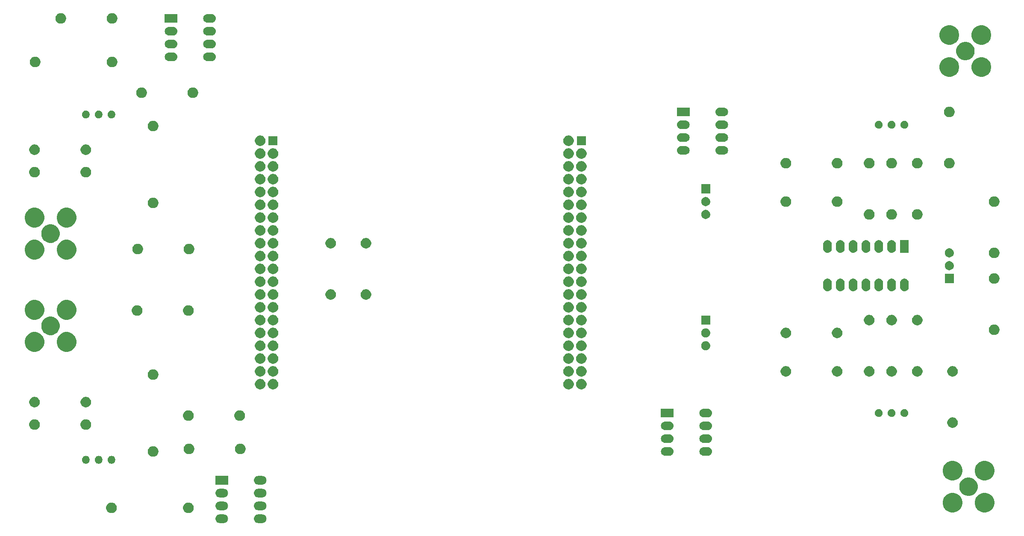
<source format=gbr>
%TF.GenerationSoftware,KiCad,Pcbnew,(5.1.6)-1*%
%TF.CreationDate,2020-11-12T09:17:09+01:00*%
%TF.ProjectId,carteAdaptatrice,63617274-6541-4646-9170-746174726963,rev?*%
%TF.SameCoordinates,Original*%
%TF.FileFunction,Soldermask,Top*%
%TF.FilePolarity,Negative*%
%FSLAX46Y46*%
G04 Gerber Fmt 4.6, Leading zero omitted, Abs format (unit mm)*
G04 Created by KiCad (PCBNEW (5.1.6)-1) date 2020-11-12 09:17:09*
%MOMM*%
%LPD*%
G01*
G04 APERTURE LIST*
%ADD10C,0.100000*%
G04 APERTURE END LIST*
D10*
G36*
X111691627Y-169977299D02*
G01*
X111771742Y-170001602D01*
X111851855Y-170025903D01*
X111851857Y-170025904D01*
X111999518Y-170104831D01*
X112128949Y-170211051D01*
X112235169Y-170340482D01*
X112314096Y-170488143D01*
X112362701Y-170648373D01*
X112379112Y-170815000D01*
X112362701Y-170981627D01*
X112314096Y-171141857D01*
X112235169Y-171289518D01*
X112128949Y-171418949D01*
X111999518Y-171525169D01*
X111851857Y-171604096D01*
X111851855Y-171604097D01*
X111771742Y-171628399D01*
X111691627Y-171652701D01*
X111566752Y-171665000D01*
X110683248Y-171665000D01*
X110558373Y-171652701D01*
X110478258Y-171628399D01*
X110398145Y-171604097D01*
X110398143Y-171604096D01*
X110250482Y-171525169D01*
X110121051Y-171418949D01*
X110014831Y-171289518D01*
X109935904Y-171141857D01*
X109887299Y-170981627D01*
X109870888Y-170815000D01*
X109887299Y-170648373D01*
X109935904Y-170488143D01*
X110014831Y-170340482D01*
X110121051Y-170211051D01*
X110250482Y-170104831D01*
X110398143Y-170025904D01*
X110398145Y-170025903D01*
X110478258Y-170001602D01*
X110558373Y-169977299D01*
X110683248Y-169965000D01*
X111566752Y-169965000D01*
X111691627Y-169977299D01*
G37*
G36*
X104071627Y-169977299D02*
G01*
X104151742Y-170001602D01*
X104231855Y-170025903D01*
X104231857Y-170025904D01*
X104379518Y-170104831D01*
X104508949Y-170211051D01*
X104615169Y-170340482D01*
X104694096Y-170488143D01*
X104742701Y-170648373D01*
X104759112Y-170815000D01*
X104742701Y-170981627D01*
X104694096Y-171141857D01*
X104615169Y-171289518D01*
X104508949Y-171418949D01*
X104379518Y-171525169D01*
X104231857Y-171604096D01*
X104231855Y-171604097D01*
X104151742Y-171628399D01*
X104071627Y-171652701D01*
X103946752Y-171665000D01*
X103063248Y-171665000D01*
X102938373Y-171652701D01*
X102858258Y-171628399D01*
X102778145Y-171604097D01*
X102778143Y-171604096D01*
X102630482Y-171525169D01*
X102501051Y-171418949D01*
X102394831Y-171289518D01*
X102315904Y-171141857D01*
X102267299Y-170981627D01*
X102250888Y-170815000D01*
X102267299Y-170648373D01*
X102315904Y-170488143D01*
X102394831Y-170340482D01*
X102501051Y-170211051D01*
X102630482Y-170104831D01*
X102778143Y-170025904D01*
X102778145Y-170025903D01*
X102858258Y-170001602D01*
X102938373Y-169977299D01*
X103063248Y-169965000D01*
X103946752Y-169965000D01*
X104071627Y-169977299D01*
G37*
G36*
X97029687Y-167611027D02*
G01*
X97207274Y-167646350D01*
X97398362Y-167725502D01*
X97570336Y-167840411D01*
X97716589Y-167986664D01*
X97831498Y-168158638D01*
X97910650Y-168349726D01*
X97951000Y-168552584D01*
X97951000Y-168759416D01*
X97910650Y-168962274D01*
X97831498Y-169153362D01*
X97716589Y-169325336D01*
X97570336Y-169471589D01*
X97398362Y-169586498D01*
X97207274Y-169665650D01*
X97029687Y-169700973D01*
X97004417Y-169706000D01*
X96797583Y-169706000D01*
X96772313Y-169700973D01*
X96594726Y-169665650D01*
X96403638Y-169586498D01*
X96231664Y-169471589D01*
X96085411Y-169325336D01*
X95970502Y-169153362D01*
X95891350Y-168962274D01*
X95851000Y-168759416D01*
X95851000Y-168552584D01*
X95891350Y-168349726D01*
X95970502Y-168158638D01*
X96085411Y-167986664D01*
X96231664Y-167840411D01*
X96403638Y-167725502D01*
X96594726Y-167646350D01*
X96772313Y-167611027D01*
X96797583Y-167606000D01*
X97004417Y-167606000D01*
X97029687Y-167611027D01*
G37*
G36*
X81789687Y-167611027D02*
G01*
X81967274Y-167646350D01*
X82158362Y-167725502D01*
X82330336Y-167840411D01*
X82476589Y-167986664D01*
X82591498Y-168158638D01*
X82670650Y-168349726D01*
X82711000Y-168552584D01*
X82711000Y-168759416D01*
X82670650Y-168962274D01*
X82591498Y-169153362D01*
X82476589Y-169325336D01*
X82330336Y-169471589D01*
X82158362Y-169586498D01*
X81967274Y-169665650D01*
X81789687Y-169700973D01*
X81764417Y-169706000D01*
X81557583Y-169706000D01*
X81532313Y-169700973D01*
X81354726Y-169665650D01*
X81163638Y-169586498D01*
X80991664Y-169471589D01*
X80845411Y-169325336D01*
X80730502Y-169153362D01*
X80651350Y-168962274D01*
X80611000Y-168759416D01*
X80611000Y-168552584D01*
X80651350Y-168349726D01*
X80730502Y-168158638D01*
X80845411Y-167986664D01*
X80991664Y-167840411D01*
X81163638Y-167725502D01*
X81354726Y-167646350D01*
X81532313Y-167611027D01*
X81557583Y-167606000D01*
X81764417Y-167606000D01*
X81789687Y-167611027D01*
G37*
G36*
X255205251Y-165760129D02*
G01*
X255561038Y-165907501D01*
X255561040Y-165907502D01*
X255722226Y-166015203D01*
X255881239Y-166121452D01*
X256153548Y-166393761D01*
X256367499Y-166713962D01*
X256514871Y-167069749D01*
X256590000Y-167447448D01*
X256590000Y-167832552D01*
X256514871Y-168210251D01*
X256367499Y-168566038D01*
X256158420Y-168878948D01*
X256153547Y-168886240D01*
X255881240Y-169158547D01*
X255561040Y-169372498D01*
X255561039Y-169372499D01*
X255561038Y-169372499D01*
X255205251Y-169519871D01*
X254827552Y-169595000D01*
X254442448Y-169595000D01*
X254064749Y-169519871D01*
X253708962Y-169372499D01*
X253708961Y-169372499D01*
X253708960Y-169372498D01*
X253388760Y-169158547D01*
X253116453Y-168886240D01*
X253111581Y-168878948D01*
X252902501Y-168566038D01*
X252755129Y-168210251D01*
X252680000Y-167832552D01*
X252680000Y-167447448D01*
X252755129Y-167069749D01*
X252902501Y-166713962D01*
X253116452Y-166393761D01*
X253388761Y-166121452D01*
X253547774Y-166015203D01*
X253708960Y-165907502D01*
X253708962Y-165907501D01*
X254064749Y-165760129D01*
X254442448Y-165685000D01*
X254827552Y-165685000D01*
X255205251Y-165760129D01*
G37*
G36*
X248855251Y-165760129D02*
G01*
X249211038Y-165907501D01*
X249211040Y-165907502D01*
X249372226Y-166015203D01*
X249531239Y-166121452D01*
X249803548Y-166393761D01*
X250017499Y-166713962D01*
X250164871Y-167069749D01*
X250240000Y-167447448D01*
X250240000Y-167832552D01*
X250164871Y-168210251D01*
X250017499Y-168566038D01*
X249808420Y-168878948D01*
X249803547Y-168886240D01*
X249531240Y-169158547D01*
X249211040Y-169372498D01*
X249211039Y-169372499D01*
X249211038Y-169372499D01*
X248855251Y-169519871D01*
X248477552Y-169595000D01*
X248092448Y-169595000D01*
X247714749Y-169519871D01*
X247358962Y-169372499D01*
X247358961Y-169372499D01*
X247358960Y-169372498D01*
X247038760Y-169158547D01*
X246766453Y-168886240D01*
X246761581Y-168878948D01*
X246552501Y-168566038D01*
X246405129Y-168210251D01*
X246330000Y-167832552D01*
X246330000Y-167447448D01*
X246405129Y-167069749D01*
X246552501Y-166713962D01*
X246766452Y-166393761D01*
X247038761Y-166121452D01*
X247197774Y-166015203D01*
X247358960Y-165907502D01*
X247358962Y-165907501D01*
X247714749Y-165760129D01*
X248092448Y-165685000D01*
X248477552Y-165685000D01*
X248855251Y-165760129D01*
G37*
G36*
X104071627Y-167437299D02*
G01*
X104151742Y-167461601D01*
X104231855Y-167485903D01*
X104231857Y-167485904D01*
X104379518Y-167564831D01*
X104508949Y-167671051D01*
X104615169Y-167800482D01*
X104636512Y-167840412D01*
X104694097Y-167948145D01*
X104718399Y-168028258D01*
X104742701Y-168108373D01*
X104759112Y-168275000D01*
X104742701Y-168441627D01*
X104694096Y-168601857D01*
X104615169Y-168749518D01*
X104508949Y-168878949D01*
X104379518Y-168985169D01*
X104231857Y-169064096D01*
X104231855Y-169064097D01*
X104151742Y-169088398D01*
X104071627Y-169112701D01*
X103946752Y-169125000D01*
X103063248Y-169125000D01*
X102938373Y-169112701D01*
X102858258Y-169088398D01*
X102778145Y-169064097D01*
X102778143Y-169064096D01*
X102630482Y-168985169D01*
X102501051Y-168878949D01*
X102394831Y-168749518D01*
X102315904Y-168601857D01*
X102267299Y-168441627D01*
X102250888Y-168275000D01*
X102267299Y-168108373D01*
X102291602Y-168028258D01*
X102315903Y-167948145D01*
X102373488Y-167840412D01*
X102394831Y-167800482D01*
X102501051Y-167671051D01*
X102630482Y-167564831D01*
X102778143Y-167485904D01*
X102778145Y-167485903D01*
X102858258Y-167461601D01*
X102938373Y-167437299D01*
X103063248Y-167425000D01*
X103946752Y-167425000D01*
X104071627Y-167437299D01*
G37*
G36*
X111691627Y-167437299D02*
G01*
X111771742Y-167461601D01*
X111851855Y-167485903D01*
X111851857Y-167485904D01*
X111999518Y-167564831D01*
X112128949Y-167671051D01*
X112235169Y-167800482D01*
X112256512Y-167840412D01*
X112314097Y-167948145D01*
X112338399Y-168028258D01*
X112362701Y-168108373D01*
X112379112Y-168275000D01*
X112362701Y-168441627D01*
X112314096Y-168601857D01*
X112235169Y-168749518D01*
X112128949Y-168878949D01*
X111999518Y-168985169D01*
X111851857Y-169064096D01*
X111851855Y-169064097D01*
X111771742Y-169088398D01*
X111691627Y-169112701D01*
X111566752Y-169125000D01*
X110683248Y-169125000D01*
X110558373Y-169112701D01*
X110478258Y-169088398D01*
X110398145Y-169064097D01*
X110398143Y-169064096D01*
X110250482Y-168985169D01*
X110121051Y-168878949D01*
X110014831Y-168749518D01*
X109935904Y-168601857D01*
X109887299Y-168441627D01*
X109870888Y-168275000D01*
X109887299Y-168108373D01*
X109911602Y-168028258D01*
X109935903Y-167948145D01*
X109993488Y-167840412D01*
X110014831Y-167800482D01*
X110121051Y-167671051D01*
X110250482Y-167564831D01*
X110398143Y-167485904D01*
X110398145Y-167485903D01*
X110478258Y-167461601D01*
X110558373Y-167437299D01*
X110683248Y-167425000D01*
X111566752Y-167425000D01*
X111691627Y-167437299D01*
G37*
G36*
X111691627Y-164897299D02*
G01*
X111771742Y-164921601D01*
X111851855Y-164945903D01*
X111851857Y-164945904D01*
X111999518Y-165024831D01*
X112128949Y-165131051D01*
X112235169Y-165260482D01*
X112314096Y-165408143D01*
X112362701Y-165568373D01*
X112379112Y-165735000D01*
X112362701Y-165901627D01*
X112314096Y-166061857D01*
X112235169Y-166209518D01*
X112128949Y-166338949D01*
X111999518Y-166445169D01*
X111851857Y-166524096D01*
X111851855Y-166524097D01*
X111771742Y-166548399D01*
X111691627Y-166572701D01*
X111566752Y-166585000D01*
X110683248Y-166585000D01*
X110558373Y-166572701D01*
X110478258Y-166548399D01*
X110398145Y-166524097D01*
X110398143Y-166524096D01*
X110250482Y-166445169D01*
X110121051Y-166338949D01*
X110014831Y-166209518D01*
X109935904Y-166061857D01*
X109887299Y-165901627D01*
X109870888Y-165735000D01*
X109887299Y-165568373D01*
X109935904Y-165408143D01*
X110014831Y-165260482D01*
X110121051Y-165131051D01*
X110250482Y-165024831D01*
X110398143Y-164945904D01*
X110398145Y-164945903D01*
X110478258Y-164921601D01*
X110558373Y-164897299D01*
X110683248Y-164885000D01*
X111566752Y-164885000D01*
X111691627Y-164897299D01*
G37*
G36*
X104071627Y-164897299D02*
G01*
X104151742Y-164921601D01*
X104231855Y-164945903D01*
X104231857Y-164945904D01*
X104379518Y-165024831D01*
X104508949Y-165131051D01*
X104615169Y-165260482D01*
X104694096Y-165408143D01*
X104742701Y-165568373D01*
X104759112Y-165735000D01*
X104742701Y-165901627D01*
X104694096Y-166061857D01*
X104615169Y-166209518D01*
X104508949Y-166338949D01*
X104379518Y-166445169D01*
X104231857Y-166524096D01*
X104231855Y-166524097D01*
X104151742Y-166548399D01*
X104071627Y-166572701D01*
X103946752Y-166585000D01*
X103063248Y-166585000D01*
X102938373Y-166572701D01*
X102858258Y-166548399D01*
X102778145Y-166524097D01*
X102778143Y-166524096D01*
X102630482Y-166445169D01*
X102501051Y-166338949D01*
X102394831Y-166209518D01*
X102315904Y-166061857D01*
X102267299Y-165901627D01*
X102250888Y-165735000D01*
X102267299Y-165568373D01*
X102315904Y-165408143D01*
X102394831Y-165260482D01*
X102501051Y-165131051D01*
X102630482Y-165024831D01*
X102778143Y-164945904D01*
X102778145Y-164945903D01*
X102858258Y-164921601D01*
X102938373Y-164897299D01*
X103063248Y-164885000D01*
X103946752Y-164885000D01*
X104071627Y-164897299D01*
G37*
G36*
X251993207Y-162707248D02*
G01*
X252325881Y-162845046D01*
X252325883Y-162845047D01*
X252360448Y-162868143D01*
X252625281Y-163045099D01*
X252879901Y-163299719D01*
X253079954Y-163599119D01*
X253217752Y-163931793D01*
X253288000Y-164284956D01*
X253288000Y-164645044D01*
X253217752Y-164998207D01*
X253079954Y-165330881D01*
X252879901Y-165630281D01*
X252625281Y-165884901D01*
X252591456Y-165907502D01*
X252325883Y-166084953D01*
X252325882Y-166084954D01*
X252325881Y-166084954D01*
X251993207Y-166222752D01*
X251640044Y-166293000D01*
X251279956Y-166293000D01*
X250926793Y-166222752D01*
X250594119Y-166084954D01*
X250594118Y-166084954D01*
X250594117Y-166084953D01*
X250328544Y-165907502D01*
X250294719Y-165884901D01*
X250040099Y-165630281D01*
X249840046Y-165330881D01*
X249702248Y-164998207D01*
X249632000Y-164645044D01*
X249632000Y-164284956D01*
X249702248Y-163931793D01*
X249840046Y-163599119D01*
X250040099Y-163299719D01*
X250294719Y-163045099D01*
X250559552Y-162868143D01*
X250594117Y-162845047D01*
X250594119Y-162845046D01*
X250926793Y-162707248D01*
X251279956Y-162637000D01*
X251640044Y-162637000D01*
X251993207Y-162707248D01*
G37*
G36*
X111691627Y-162357299D02*
G01*
X111771742Y-162381602D01*
X111851855Y-162405903D01*
X111851857Y-162405904D01*
X111999518Y-162484831D01*
X112128949Y-162591051D01*
X112235169Y-162720482D01*
X112314096Y-162868143D01*
X112362701Y-163028373D01*
X112379112Y-163195000D01*
X112362701Y-163361627D01*
X112314096Y-163521857D01*
X112235169Y-163669518D01*
X112128949Y-163798949D01*
X111999518Y-163905169D01*
X111949710Y-163931792D01*
X111851855Y-163984097D01*
X111771742Y-164008398D01*
X111691627Y-164032701D01*
X111566752Y-164045000D01*
X110683248Y-164045000D01*
X110558373Y-164032701D01*
X110478258Y-164008398D01*
X110398145Y-163984097D01*
X110300290Y-163931792D01*
X110250482Y-163905169D01*
X110121051Y-163798949D01*
X110014831Y-163669518D01*
X109935904Y-163521857D01*
X109887299Y-163361627D01*
X109870888Y-163195000D01*
X109887299Y-163028373D01*
X109935904Y-162868143D01*
X110014831Y-162720482D01*
X110121051Y-162591051D01*
X110250482Y-162484831D01*
X110398143Y-162405904D01*
X110398145Y-162405903D01*
X110478258Y-162381601D01*
X110558373Y-162357299D01*
X110683248Y-162345000D01*
X111566752Y-162345000D01*
X111691627Y-162357299D01*
G37*
G36*
X104755000Y-164045000D02*
G01*
X102255000Y-164045000D01*
X102255000Y-162345000D01*
X104755000Y-162345000D01*
X104755000Y-164045000D01*
G37*
G36*
X248855251Y-159410129D02*
G01*
X249211038Y-159557501D01*
X249211040Y-159557502D01*
X249307339Y-159621847D01*
X249531239Y-159771452D01*
X249803548Y-160043761D01*
X250017499Y-160363962D01*
X250164871Y-160719749D01*
X250240000Y-161097448D01*
X250240000Y-161482552D01*
X250164871Y-161860251D01*
X250017499Y-162216038D01*
X249803548Y-162536239D01*
X249531239Y-162808548D01*
X249372226Y-162914797D01*
X249211040Y-163022498D01*
X249211039Y-163022499D01*
X249211038Y-163022499D01*
X248855251Y-163169871D01*
X248477552Y-163245000D01*
X248092448Y-163245000D01*
X247714749Y-163169871D01*
X247358962Y-163022499D01*
X247358961Y-163022499D01*
X247358960Y-163022498D01*
X247197774Y-162914797D01*
X247038761Y-162808548D01*
X246766452Y-162536239D01*
X246552501Y-162216038D01*
X246405129Y-161860251D01*
X246330000Y-161482552D01*
X246330000Y-161097448D01*
X246405129Y-160719749D01*
X246552501Y-160363962D01*
X246766452Y-160043761D01*
X247038761Y-159771452D01*
X247262661Y-159621847D01*
X247358960Y-159557502D01*
X247358962Y-159557501D01*
X247714749Y-159410129D01*
X248092448Y-159335000D01*
X248477552Y-159335000D01*
X248855251Y-159410129D01*
G37*
G36*
X255205251Y-159410129D02*
G01*
X255561038Y-159557501D01*
X255561040Y-159557502D01*
X255657339Y-159621847D01*
X255881239Y-159771452D01*
X256153548Y-160043761D01*
X256367499Y-160363962D01*
X256514871Y-160719749D01*
X256590000Y-161097448D01*
X256590000Y-161482552D01*
X256514871Y-161860251D01*
X256367499Y-162216038D01*
X256153548Y-162536239D01*
X255881239Y-162808548D01*
X255722226Y-162914797D01*
X255561040Y-163022498D01*
X255561039Y-163022499D01*
X255561038Y-163022499D01*
X255205251Y-163169871D01*
X254827552Y-163245000D01*
X254442448Y-163245000D01*
X254064749Y-163169871D01*
X253708962Y-163022499D01*
X253708961Y-163022499D01*
X253708960Y-163022498D01*
X253547774Y-162914797D01*
X253388761Y-162808548D01*
X253116452Y-162536239D01*
X252902501Y-162216038D01*
X252755129Y-161860251D01*
X252680000Y-161482552D01*
X252680000Y-161097448D01*
X252755129Y-160719749D01*
X252902501Y-160363962D01*
X253116452Y-160043761D01*
X253388761Y-159771452D01*
X253612661Y-159621847D01*
X253708960Y-159557502D01*
X253708962Y-159557501D01*
X254064749Y-159410129D01*
X254442448Y-159335000D01*
X254827552Y-159335000D01*
X255205251Y-159410129D01*
G37*
G36*
X76756013Y-158380727D02*
G01*
X76805601Y-158390590D01*
X76945732Y-158448635D01*
X77071847Y-158532902D01*
X77179098Y-158640153D01*
X77263365Y-158766268D01*
X77321410Y-158906399D01*
X77351000Y-159055162D01*
X77351000Y-159206838D01*
X77321410Y-159355601D01*
X77263365Y-159495732D01*
X77179098Y-159621847D01*
X77071847Y-159729098D01*
X76945732Y-159813365D01*
X76805601Y-159871410D01*
X76756013Y-159881273D01*
X76656840Y-159901000D01*
X76505160Y-159901000D01*
X76405987Y-159881273D01*
X76356399Y-159871410D01*
X76216268Y-159813365D01*
X76090153Y-159729098D01*
X75982902Y-159621847D01*
X75898635Y-159495732D01*
X75840590Y-159355601D01*
X75811000Y-159206838D01*
X75811000Y-159055162D01*
X75840590Y-158906399D01*
X75898635Y-158766268D01*
X75982902Y-158640153D01*
X76090153Y-158532902D01*
X76216268Y-158448635D01*
X76356399Y-158390590D01*
X76405987Y-158380727D01*
X76505160Y-158361000D01*
X76656840Y-158361000D01*
X76756013Y-158380727D01*
G37*
G36*
X79296013Y-158380727D02*
G01*
X79345601Y-158390590D01*
X79485732Y-158448635D01*
X79611847Y-158532902D01*
X79719098Y-158640153D01*
X79803365Y-158766268D01*
X79861410Y-158906399D01*
X79891000Y-159055162D01*
X79891000Y-159206838D01*
X79861410Y-159355601D01*
X79803365Y-159495732D01*
X79719098Y-159621847D01*
X79611847Y-159729098D01*
X79485732Y-159813365D01*
X79345601Y-159871410D01*
X79296013Y-159881273D01*
X79196840Y-159901000D01*
X79045160Y-159901000D01*
X78945987Y-159881273D01*
X78896399Y-159871410D01*
X78756268Y-159813365D01*
X78630153Y-159729098D01*
X78522902Y-159621847D01*
X78438635Y-159495732D01*
X78380590Y-159355601D01*
X78351000Y-159206838D01*
X78351000Y-159055162D01*
X78380590Y-158906399D01*
X78438635Y-158766268D01*
X78522902Y-158640153D01*
X78630153Y-158532902D01*
X78756268Y-158448635D01*
X78896399Y-158390590D01*
X78945987Y-158380727D01*
X79045160Y-158361000D01*
X79196840Y-158361000D01*
X79296013Y-158380727D01*
G37*
G36*
X81836013Y-158380727D02*
G01*
X81885601Y-158390590D01*
X82025732Y-158448635D01*
X82151847Y-158532902D01*
X82259098Y-158640153D01*
X82343365Y-158766268D01*
X82401410Y-158906399D01*
X82431000Y-159055162D01*
X82431000Y-159206838D01*
X82401410Y-159355601D01*
X82343365Y-159495732D01*
X82259098Y-159621847D01*
X82151847Y-159729098D01*
X82025732Y-159813365D01*
X81885601Y-159871410D01*
X81836013Y-159881273D01*
X81736840Y-159901000D01*
X81585160Y-159901000D01*
X81485987Y-159881273D01*
X81436399Y-159871410D01*
X81296268Y-159813365D01*
X81170153Y-159729098D01*
X81062902Y-159621847D01*
X80978635Y-159495732D01*
X80920590Y-159355601D01*
X80891000Y-159206838D01*
X80891000Y-159055162D01*
X80920590Y-158906399D01*
X80978635Y-158766268D01*
X81062902Y-158640153D01*
X81170153Y-158532902D01*
X81296268Y-158448635D01*
X81436399Y-158390590D01*
X81485987Y-158380727D01*
X81585160Y-158361000D01*
X81736840Y-158361000D01*
X81836013Y-158380727D01*
G37*
G36*
X90044687Y-156435027D02*
G01*
X90222274Y-156470350D01*
X90413362Y-156549502D01*
X90585336Y-156664411D01*
X90731589Y-156810664D01*
X90846498Y-156982638D01*
X90925650Y-157173726D01*
X90966000Y-157376584D01*
X90966000Y-157583416D01*
X90925650Y-157786274D01*
X90846498Y-157977362D01*
X90731589Y-158149336D01*
X90585336Y-158295589D01*
X90413362Y-158410498D01*
X90222274Y-158489650D01*
X90044687Y-158524973D01*
X90019417Y-158530000D01*
X89812583Y-158530000D01*
X89787313Y-158524973D01*
X89609726Y-158489650D01*
X89418638Y-158410498D01*
X89246664Y-158295589D01*
X89100411Y-158149336D01*
X88985502Y-157977362D01*
X88906350Y-157786274D01*
X88866000Y-157583416D01*
X88866000Y-157376584D01*
X88906350Y-157173726D01*
X88985502Y-156982638D01*
X89100411Y-156810664D01*
X89246664Y-156664411D01*
X89418638Y-156549502D01*
X89609726Y-156470350D01*
X89787313Y-156435027D01*
X89812583Y-156430000D01*
X90019417Y-156430000D01*
X90044687Y-156435027D01*
G37*
G36*
X192336627Y-156642299D02*
G01*
X192409521Y-156664411D01*
X192496855Y-156690903D01*
X192496857Y-156690904D01*
X192644518Y-156769831D01*
X192773949Y-156876051D01*
X192880169Y-157005482D01*
X192917550Y-157075417D01*
X192959097Y-157153145D01*
X192983398Y-157233258D01*
X193007701Y-157313373D01*
X193024112Y-157480000D01*
X193007701Y-157646627D01*
X193007700Y-157646629D01*
X192965341Y-157786272D01*
X192959096Y-157806857D01*
X192880169Y-157954518D01*
X192773949Y-158083949D01*
X192644518Y-158190169D01*
X192496857Y-158269096D01*
X192496855Y-158269097D01*
X192416742Y-158293398D01*
X192336627Y-158317701D01*
X192211752Y-158330000D01*
X191328248Y-158330000D01*
X191203373Y-158317701D01*
X191123258Y-158293398D01*
X191043145Y-158269097D01*
X191043143Y-158269096D01*
X190895482Y-158190169D01*
X190766051Y-158083949D01*
X190659831Y-157954518D01*
X190580904Y-157806857D01*
X190574660Y-157786272D01*
X190532300Y-157646629D01*
X190532299Y-157646627D01*
X190515888Y-157480000D01*
X190532299Y-157313373D01*
X190556602Y-157233258D01*
X190580903Y-157153145D01*
X190622450Y-157075417D01*
X190659831Y-157005482D01*
X190766051Y-156876051D01*
X190895482Y-156769831D01*
X191043143Y-156690904D01*
X191043145Y-156690903D01*
X191130479Y-156664411D01*
X191203373Y-156642299D01*
X191328248Y-156630000D01*
X192211752Y-156630000D01*
X192336627Y-156642299D01*
G37*
G36*
X199956627Y-156642299D02*
G01*
X200029521Y-156664411D01*
X200116855Y-156690903D01*
X200116857Y-156690904D01*
X200264518Y-156769831D01*
X200393949Y-156876051D01*
X200500169Y-157005482D01*
X200537550Y-157075417D01*
X200579097Y-157153145D01*
X200603398Y-157233258D01*
X200627701Y-157313373D01*
X200644112Y-157480000D01*
X200627701Y-157646627D01*
X200627700Y-157646629D01*
X200585341Y-157786272D01*
X200579096Y-157806857D01*
X200500169Y-157954518D01*
X200393949Y-158083949D01*
X200264518Y-158190169D01*
X200116857Y-158269096D01*
X200116855Y-158269097D01*
X200036742Y-158293398D01*
X199956627Y-158317701D01*
X199831752Y-158330000D01*
X198948248Y-158330000D01*
X198823373Y-158317701D01*
X198743258Y-158293398D01*
X198663145Y-158269097D01*
X198663143Y-158269096D01*
X198515482Y-158190169D01*
X198386051Y-158083949D01*
X198279831Y-157954518D01*
X198200904Y-157806857D01*
X198194660Y-157786272D01*
X198152300Y-157646629D01*
X198152299Y-157646627D01*
X198135888Y-157480000D01*
X198152299Y-157313373D01*
X198176602Y-157233258D01*
X198200903Y-157153145D01*
X198242450Y-157075417D01*
X198279831Y-157005482D01*
X198386051Y-156876051D01*
X198515482Y-156769831D01*
X198663143Y-156690904D01*
X198663145Y-156690903D01*
X198750479Y-156664411D01*
X198823373Y-156642299D01*
X198948248Y-156630000D01*
X199831752Y-156630000D01*
X199956627Y-156642299D01*
G37*
G36*
X107316687Y-155927027D02*
G01*
X107494274Y-155962350D01*
X107685362Y-156041502D01*
X107857336Y-156156411D01*
X108003589Y-156302664D01*
X108118498Y-156474638D01*
X108197650Y-156665726D01*
X108238000Y-156868584D01*
X108238000Y-157075416D01*
X108197650Y-157278274D01*
X108118498Y-157469362D01*
X108003589Y-157641336D01*
X107857336Y-157787589D01*
X107685362Y-157902498D01*
X107494274Y-157981650D01*
X107316687Y-158016973D01*
X107291417Y-158022000D01*
X107084583Y-158022000D01*
X107059313Y-158016973D01*
X106881726Y-157981650D01*
X106690638Y-157902498D01*
X106518664Y-157787589D01*
X106372411Y-157641336D01*
X106257502Y-157469362D01*
X106178350Y-157278274D01*
X106138000Y-157075416D01*
X106138000Y-156868584D01*
X106178350Y-156665726D01*
X106257502Y-156474638D01*
X106372411Y-156302664D01*
X106518664Y-156156411D01*
X106690638Y-156041502D01*
X106881726Y-155962350D01*
X107059313Y-155927027D01*
X107084583Y-155922000D01*
X107291417Y-155922000D01*
X107316687Y-155927027D01*
G37*
G36*
X97156687Y-155927027D02*
G01*
X97334274Y-155962350D01*
X97525362Y-156041502D01*
X97697336Y-156156411D01*
X97843589Y-156302664D01*
X97958498Y-156474638D01*
X98037650Y-156665726D01*
X98078000Y-156868584D01*
X98078000Y-157075416D01*
X98037650Y-157278274D01*
X97958498Y-157469362D01*
X97843589Y-157641336D01*
X97697336Y-157787589D01*
X97525362Y-157902498D01*
X97334274Y-157981650D01*
X97156687Y-158016973D01*
X97131417Y-158022000D01*
X96924583Y-158022000D01*
X96899313Y-158016973D01*
X96721726Y-157981650D01*
X96530638Y-157902498D01*
X96358664Y-157787589D01*
X96212411Y-157641336D01*
X96097502Y-157469362D01*
X96018350Y-157278274D01*
X95978000Y-157075416D01*
X95978000Y-156868584D01*
X96018350Y-156665726D01*
X96097502Y-156474638D01*
X96212411Y-156302664D01*
X96358664Y-156156411D01*
X96530638Y-156041502D01*
X96721726Y-155962350D01*
X96899313Y-155927027D01*
X96924583Y-155922000D01*
X97131417Y-155922000D01*
X97156687Y-155927027D01*
G37*
G36*
X199956627Y-154102299D02*
G01*
X200036742Y-154126601D01*
X200116855Y-154150903D01*
X200116857Y-154150904D01*
X200264518Y-154229831D01*
X200393949Y-154336051D01*
X200500169Y-154465482D01*
X200579096Y-154613143D01*
X200627701Y-154773373D01*
X200644112Y-154940000D01*
X200627701Y-155106627D01*
X200579096Y-155266857D01*
X200500169Y-155414518D01*
X200393949Y-155543949D01*
X200264518Y-155650169D01*
X200116857Y-155729096D01*
X200116855Y-155729097D01*
X200036742Y-155753399D01*
X199956627Y-155777701D01*
X199831752Y-155790000D01*
X198948248Y-155790000D01*
X198823373Y-155777701D01*
X198743258Y-155753399D01*
X198663145Y-155729097D01*
X198663143Y-155729096D01*
X198515482Y-155650169D01*
X198386051Y-155543949D01*
X198279831Y-155414518D01*
X198200904Y-155266857D01*
X198152299Y-155106627D01*
X198135888Y-154940000D01*
X198152299Y-154773373D01*
X198200904Y-154613143D01*
X198279831Y-154465482D01*
X198386051Y-154336051D01*
X198515482Y-154229831D01*
X198663143Y-154150904D01*
X198663145Y-154150903D01*
X198743258Y-154126601D01*
X198823373Y-154102299D01*
X198948248Y-154090000D01*
X199831752Y-154090000D01*
X199956627Y-154102299D01*
G37*
G36*
X192336627Y-154102299D02*
G01*
X192416742Y-154126601D01*
X192496855Y-154150903D01*
X192496857Y-154150904D01*
X192644518Y-154229831D01*
X192773949Y-154336051D01*
X192880169Y-154465482D01*
X192959096Y-154613143D01*
X193007701Y-154773373D01*
X193024112Y-154940000D01*
X193007701Y-155106627D01*
X192959096Y-155266857D01*
X192880169Y-155414518D01*
X192773949Y-155543949D01*
X192644518Y-155650169D01*
X192496857Y-155729096D01*
X192496855Y-155729097D01*
X192416742Y-155753399D01*
X192336627Y-155777701D01*
X192211752Y-155790000D01*
X191328248Y-155790000D01*
X191203373Y-155777701D01*
X191123258Y-155753399D01*
X191043145Y-155729097D01*
X191043143Y-155729096D01*
X190895482Y-155650169D01*
X190766051Y-155543949D01*
X190659831Y-155414518D01*
X190580904Y-155266857D01*
X190532299Y-155106627D01*
X190515888Y-154940000D01*
X190532299Y-154773373D01*
X190580904Y-154613143D01*
X190659831Y-154465482D01*
X190766051Y-154336051D01*
X190895482Y-154229831D01*
X191043143Y-154150904D01*
X191043145Y-154150903D01*
X191123258Y-154126601D01*
X191203373Y-154102299D01*
X191328248Y-154090000D01*
X192211752Y-154090000D01*
X192336627Y-154102299D01*
G37*
G36*
X199956627Y-151562299D02*
G01*
X200036742Y-151586602D01*
X200116855Y-151610903D01*
X200116857Y-151610904D01*
X200264518Y-151689831D01*
X200393949Y-151796051D01*
X200500169Y-151925482D01*
X200579096Y-152073143D01*
X200627701Y-152233373D01*
X200644112Y-152400000D01*
X200627701Y-152566627D01*
X200579096Y-152726857D01*
X200500169Y-152874518D01*
X200393949Y-153003949D01*
X200264518Y-153110169D01*
X200116857Y-153189096D01*
X200116855Y-153189097D01*
X200036742Y-153213399D01*
X199956627Y-153237701D01*
X199831752Y-153250000D01*
X198948248Y-153250000D01*
X198823373Y-153237701D01*
X198743258Y-153213399D01*
X198663145Y-153189097D01*
X198663143Y-153189096D01*
X198515482Y-153110169D01*
X198386051Y-153003949D01*
X198279831Y-152874518D01*
X198200904Y-152726857D01*
X198152299Y-152566627D01*
X198135888Y-152400000D01*
X198152299Y-152233373D01*
X198200904Y-152073143D01*
X198279831Y-151925482D01*
X198386051Y-151796051D01*
X198515482Y-151689831D01*
X198663143Y-151610904D01*
X198663145Y-151610903D01*
X198743258Y-151586601D01*
X198823373Y-151562299D01*
X198948248Y-151550000D01*
X199831752Y-151550000D01*
X199956627Y-151562299D01*
G37*
G36*
X192336627Y-151562299D02*
G01*
X192416742Y-151586602D01*
X192496855Y-151610903D01*
X192496857Y-151610904D01*
X192644518Y-151689831D01*
X192773949Y-151796051D01*
X192880169Y-151925482D01*
X192959096Y-152073143D01*
X193007701Y-152233373D01*
X193024112Y-152400000D01*
X193007701Y-152566627D01*
X192959096Y-152726857D01*
X192880169Y-152874518D01*
X192773949Y-153003949D01*
X192644518Y-153110169D01*
X192496857Y-153189096D01*
X192496855Y-153189097D01*
X192416742Y-153213399D01*
X192336627Y-153237701D01*
X192211752Y-153250000D01*
X191328248Y-153250000D01*
X191203373Y-153237701D01*
X191123258Y-153213399D01*
X191043145Y-153189097D01*
X191043143Y-153189096D01*
X190895482Y-153110169D01*
X190766051Y-153003949D01*
X190659831Y-152874518D01*
X190580904Y-152726857D01*
X190532299Y-152566627D01*
X190515888Y-152400000D01*
X190532299Y-152233373D01*
X190580904Y-152073143D01*
X190659831Y-151925482D01*
X190766051Y-151796051D01*
X190895482Y-151689831D01*
X191043143Y-151610904D01*
X191043145Y-151610903D01*
X191123258Y-151586601D01*
X191203373Y-151562299D01*
X191328248Y-151550000D01*
X192211752Y-151550000D01*
X192336627Y-151562299D01*
G37*
G36*
X66549687Y-151101027D02*
G01*
X66727274Y-151136350D01*
X66918362Y-151215502D01*
X67090336Y-151330411D01*
X67236589Y-151476664D01*
X67351498Y-151648638D01*
X67430650Y-151839726D01*
X67471000Y-152042584D01*
X67471000Y-152249416D01*
X67430650Y-152452274D01*
X67351498Y-152643362D01*
X67236589Y-152815336D01*
X67090336Y-152961589D01*
X66918362Y-153076498D01*
X66727274Y-153155650D01*
X66549687Y-153190973D01*
X66524417Y-153196000D01*
X66317583Y-153196000D01*
X66292313Y-153190973D01*
X66114726Y-153155650D01*
X65923638Y-153076498D01*
X65751664Y-152961589D01*
X65605411Y-152815336D01*
X65490502Y-152643362D01*
X65411350Y-152452274D01*
X65371000Y-152249416D01*
X65371000Y-152042584D01*
X65411350Y-151839726D01*
X65490502Y-151648638D01*
X65605411Y-151476664D01*
X65751664Y-151330411D01*
X65923638Y-151215502D01*
X66114726Y-151136350D01*
X66292313Y-151101027D01*
X66317583Y-151096000D01*
X66524417Y-151096000D01*
X66549687Y-151101027D01*
G37*
G36*
X76709687Y-151101027D02*
G01*
X76887274Y-151136350D01*
X77078362Y-151215502D01*
X77250336Y-151330411D01*
X77396589Y-151476664D01*
X77511498Y-151648638D01*
X77590650Y-151839726D01*
X77631000Y-152042584D01*
X77631000Y-152249416D01*
X77590650Y-152452274D01*
X77511498Y-152643362D01*
X77396589Y-152815336D01*
X77250336Y-152961589D01*
X77078362Y-153076498D01*
X76887274Y-153155650D01*
X76709687Y-153190973D01*
X76684417Y-153196000D01*
X76477583Y-153196000D01*
X76452313Y-153190973D01*
X76274726Y-153155650D01*
X76083638Y-153076498D01*
X75911664Y-152961589D01*
X75765411Y-152815336D01*
X75650502Y-152643362D01*
X75571350Y-152452274D01*
X75531000Y-152249416D01*
X75531000Y-152042584D01*
X75571350Y-151839726D01*
X75650502Y-151648638D01*
X75765411Y-151476664D01*
X75911664Y-151330411D01*
X76083638Y-151215502D01*
X76274726Y-151136350D01*
X76452313Y-151101027D01*
X76477583Y-151096000D01*
X76684417Y-151096000D01*
X76709687Y-151101027D01*
G37*
G36*
X248413687Y-150720027D02*
G01*
X248591274Y-150755350D01*
X248782362Y-150834502D01*
X248954336Y-150949411D01*
X249100589Y-151095664D01*
X249215498Y-151267638D01*
X249294650Y-151458726D01*
X249335000Y-151661584D01*
X249335000Y-151868416D01*
X249294650Y-152071274D01*
X249215498Y-152262362D01*
X249100589Y-152434336D01*
X248954336Y-152580589D01*
X248782362Y-152695498D01*
X248591274Y-152774650D01*
X248413687Y-152809973D01*
X248388417Y-152815000D01*
X248181583Y-152815000D01*
X248156313Y-152809973D01*
X247978726Y-152774650D01*
X247787638Y-152695498D01*
X247615664Y-152580589D01*
X247469411Y-152434336D01*
X247354502Y-152262362D01*
X247275350Y-152071274D01*
X247235000Y-151868416D01*
X247235000Y-151661584D01*
X247275350Y-151458726D01*
X247354502Y-151267638D01*
X247469411Y-151095664D01*
X247615664Y-150949411D01*
X247787638Y-150834502D01*
X247978726Y-150755350D01*
X248156313Y-150720027D01*
X248181583Y-150715000D01*
X248388417Y-150715000D01*
X248413687Y-150720027D01*
G37*
G36*
X107189687Y-149323027D02*
G01*
X107367274Y-149358350D01*
X107558362Y-149437502D01*
X107730336Y-149552411D01*
X107876589Y-149698664D01*
X107991498Y-149870638D01*
X108070650Y-150061726D01*
X108111000Y-150264584D01*
X108111000Y-150471416D01*
X108070650Y-150674274D01*
X107991498Y-150865362D01*
X107876589Y-151037336D01*
X107730336Y-151183589D01*
X107558362Y-151298498D01*
X107367274Y-151377650D01*
X107189687Y-151412973D01*
X107164417Y-151418000D01*
X106957583Y-151418000D01*
X106932313Y-151412973D01*
X106754726Y-151377650D01*
X106563638Y-151298498D01*
X106391664Y-151183589D01*
X106245411Y-151037336D01*
X106130502Y-150865362D01*
X106051350Y-150674274D01*
X106011000Y-150471416D01*
X106011000Y-150264584D01*
X106051350Y-150061726D01*
X106130502Y-149870638D01*
X106245411Y-149698664D01*
X106391664Y-149552411D01*
X106563638Y-149437502D01*
X106754726Y-149358350D01*
X106932313Y-149323027D01*
X106957583Y-149318000D01*
X107164417Y-149318000D01*
X107189687Y-149323027D01*
G37*
G36*
X97029687Y-149323027D02*
G01*
X97207274Y-149358350D01*
X97398362Y-149437502D01*
X97570336Y-149552411D01*
X97716589Y-149698664D01*
X97831498Y-149870638D01*
X97910650Y-150061726D01*
X97951000Y-150264584D01*
X97951000Y-150471416D01*
X97910650Y-150674274D01*
X97831498Y-150865362D01*
X97716589Y-151037336D01*
X97570336Y-151183589D01*
X97398362Y-151298498D01*
X97207274Y-151377650D01*
X97029687Y-151412973D01*
X97004417Y-151418000D01*
X96797583Y-151418000D01*
X96772313Y-151412973D01*
X96594726Y-151377650D01*
X96403638Y-151298498D01*
X96231664Y-151183589D01*
X96085411Y-151037336D01*
X95970502Y-150865362D01*
X95891350Y-150674274D01*
X95851000Y-150471416D01*
X95851000Y-150264584D01*
X95891350Y-150061726D01*
X95970502Y-149870638D01*
X96085411Y-149698664D01*
X96231664Y-149552411D01*
X96403638Y-149437502D01*
X96594726Y-149358350D01*
X96772313Y-149323027D01*
X96797583Y-149318000D01*
X97004417Y-149318000D01*
X97029687Y-149323027D01*
G37*
G36*
X193020000Y-150710000D02*
G01*
X190520000Y-150710000D01*
X190520000Y-149010000D01*
X193020000Y-149010000D01*
X193020000Y-150710000D01*
G37*
G36*
X199956627Y-149022299D02*
G01*
X200036742Y-149046601D01*
X200116855Y-149070903D01*
X200116857Y-149070904D01*
X200264518Y-149149831D01*
X200393949Y-149256051D01*
X200500169Y-149385482D01*
X200579096Y-149533143D01*
X200627701Y-149693373D01*
X200644112Y-149860000D01*
X200627701Y-150026627D01*
X200579096Y-150186857D01*
X200500169Y-150334518D01*
X200393949Y-150463949D01*
X200264518Y-150570169D01*
X200207941Y-150600410D01*
X200116855Y-150649097D01*
X200036742Y-150673399D01*
X199956627Y-150697701D01*
X199831752Y-150710000D01*
X198948248Y-150710000D01*
X198823373Y-150697701D01*
X198743258Y-150673399D01*
X198663145Y-150649097D01*
X198572059Y-150600410D01*
X198515482Y-150570169D01*
X198386051Y-150463949D01*
X198279831Y-150334518D01*
X198200904Y-150186857D01*
X198152299Y-150026627D01*
X198135888Y-149860000D01*
X198152299Y-149693373D01*
X198200904Y-149533143D01*
X198279831Y-149385482D01*
X198386051Y-149256051D01*
X198515482Y-149149831D01*
X198663143Y-149070904D01*
X198663145Y-149070903D01*
X198743258Y-149046601D01*
X198823373Y-149022299D01*
X198948248Y-149010000D01*
X199831752Y-149010000D01*
X199956627Y-149022299D01*
G37*
G36*
X233855013Y-149109727D02*
G01*
X233904601Y-149119590D01*
X234044732Y-149177635D01*
X234170847Y-149261902D01*
X234278098Y-149369153D01*
X234362365Y-149495268D01*
X234420410Y-149635399D01*
X234450000Y-149784162D01*
X234450000Y-149935838D01*
X234420410Y-150084601D01*
X234362365Y-150224732D01*
X234278098Y-150350847D01*
X234170847Y-150458098D01*
X234044732Y-150542365D01*
X233904601Y-150600410D01*
X233855013Y-150610273D01*
X233755840Y-150630000D01*
X233604160Y-150630000D01*
X233504987Y-150610273D01*
X233455399Y-150600410D01*
X233315268Y-150542365D01*
X233189153Y-150458098D01*
X233081902Y-150350847D01*
X232997635Y-150224732D01*
X232939590Y-150084601D01*
X232910000Y-149935838D01*
X232910000Y-149784162D01*
X232939590Y-149635399D01*
X232997635Y-149495268D01*
X233081902Y-149369153D01*
X233189153Y-149261902D01*
X233315268Y-149177635D01*
X233455399Y-149119590D01*
X233504987Y-149109727D01*
X233604160Y-149090000D01*
X233755840Y-149090000D01*
X233855013Y-149109727D01*
G37*
G36*
X238935013Y-149109727D02*
G01*
X238984601Y-149119590D01*
X239124732Y-149177635D01*
X239250847Y-149261902D01*
X239358098Y-149369153D01*
X239442365Y-149495268D01*
X239500410Y-149635399D01*
X239530000Y-149784162D01*
X239530000Y-149935838D01*
X239500410Y-150084601D01*
X239442365Y-150224732D01*
X239358098Y-150350847D01*
X239250847Y-150458098D01*
X239124732Y-150542365D01*
X238984601Y-150600410D01*
X238935013Y-150610273D01*
X238835840Y-150630000D01*
X238684160Y-150630000D01*
X238584987Y-150610273D01*
X238535399Y-150600410D01*
X238395268Y-150542365D01*
X238269153Y-150458098D01*
X238161902Y-150350847D01*
X238077635Y-150224732D01*
X238019590Y-150084601D01*
X237990000Y-149935838D01*
X237990000Y-149784162D01*
X238019590Y-149635399D01*
X238077635Y-149495268D01*
X238161902Y-149369153D01*
X238269153Y-149261902D01*
X238395268Y-149177635D01*
X238535399Y-149119590D01*
X238584987Y-149109727D01*
X238684160Y-149090000D01*
X238835840Y-149090000D01*
X238935013Y-149109727D01*
G37*
G36*
X236395013Y-149109727D02*
G01*
X236444601Y-149119590D01*
X236584732Y-149177635D01*
X236710847Y-149261902D01*
X236818098Y-149369153D01*
X236902365Y-149495268D01*
X236960410Y-149635399D01*
X236990000Y-149784162D01*
X236990000Y-149935838D01*
X236960410Y-150084601D01*
X236902365Y-150224732D01*
X236818098Y-150350847D01*
X236710847Y-150458098D01*
X236584732Y-150542365D01*
X236444601Y-150600410D01*
X236395013Y-150610273D01*
X236295840Y-150630000D01*
X236144160Y-150630000D01*
X236044987Y-150610273D01*
X235995399Y-150600410D01*
X235855268Y-150542365D01*
X235729153Y-150458098D01*
X235621902Y-150350847D01*
X235537635Y-150224732D01*
X235479590Y-150084601D01*
X235450000Y-149935838D01*
X235450000Y-149784162D01*
X235479590Y-149635399D01*
X235537635Y-149495268D01*
X235621902Y-149369153D01*
X235729153Y-149261902D01*
X235855268Y-149177635D01*
X235995399Y-149119590D01*
X236044987Y-149109727D01*
X236144160Y-149090000D01*
X236295840Y-149090000D01*
X236395013Y-149109727D01*
G37*
G36*
X76709687Y-146656027D02*
G01*
X76887274Y-146691350D01*
X77078362Y-146770502D01*
X77250336Y-146885411D01*
X77396589Y-147031664D01*
X77511498Y-147203638D01*
X77590650Y-147394726D01*
X77631000Y-147597584D01*
X77631000Y-147804416D01*
X77590650Y-148007274D01*
X77511498Y-148198362D01*
X77396589Y-148370336D01*
X77250336Y-148516589D01*
X77078362Y-148631498D01*
X76887274Y-148710650D01*
X76709687Y-148745973D01*
X76684417Y-148751000D01*
X76477583Y-148751000D01*
X76452313Y-148745973D01*
X76274726Y-148710650D01*
X76083638Y-148631498D01*
X75911664Y-148516589D01*
X75765411Y-148370336D01*
X75650502Y-148198362D01*
X75571350Y-148007274D01*
X75531000Y-147804416D01*
X75531000Y-147597584D01*
X75571350Y-147394726D01*
X75650502Y-147203638D01*
X75765411Y-147031664D01*
X75911664Y-146885411D01*
X76083638Y-146770502D01*
X76274726Y-146691350D01*
X76452313Y-146656027D01*
X76477583Y-146651000D01*
X76684417Y-146651000D01*
X76709687Y-146656027D01*
G37*
G36*
X66549687Y-146656027D02*
G01*
X66727274Y-146691350D01*
X66918362Y-146770502D01*
X67090336Y-146885411D01*
X67236589Y-147031664D01*
X67351498Y-147203638D01*
X67430650Y-147394726D01*
X67471000Y-147597584D01*
X67471000Y-147804416D01*
X67430650Y-148007274D01*
X67351498Y-148198362D01*
X67236589Y-148370336D01*
X67090336Y-148516589D01*
X66918362Y-148631498D01*
X66727274Y-148710650D01*
X66549687Y-148745973D01*
X66524417Y-148751000D01*
X66317583Y-148751000D01*
X66292313Y-148745973D01*
X66114726Y-148710650D01*
X65923638Y-148631498D01*
X65751664Y-148516589D01*
X65605411Y-148370336D01*
X65490502Y-148198362D01*
X65411350Y-148007274D01*
X65371000Y-147804416D01*
X65371000Y-147597584D01*
X65411350Y-147394726D01*
X65490502Y-147203638D01*
X65605411Y-147031664D01*
X65751664Y-146885411D01*
X65923638Y-146770502D01*
X66114726Y-146691350D01*
X66292313Y-146656027D01*
X66317583Y-146651000D01*
X66524417Y-146651000D01*
X66549687Y-146656027D01*
G37*
G36*
X172340687Y-143100027D02*
G01*
X172518274Y-143135350D01*
X172709362Y-143214502D01*
X172881336Y-143329411D01*
X173027589Y-143475664D01*
X173142498Y-143647638D01*
X173221650Y-143838726D01*
X173262000Y-144041584D01*
X173262000Y-144248416D01*
X173221650Y-144451274D01*
X173142498Y-144642362D01*
X173027589Y-144814336D01*
X172881336Y-144960589D01*
X172709362Y-145075498D01*
X172518274Y-145154650D01*
X172340687Y-145189973D01*
X172315417Y-145195000D01*
X172108583Y-145195000D01*
X172083313Y-145189973D01*
X171905726Y-145154650D01*
X171714638Y-145075498D01*
X171542664Y-144960589D01*
X171396411Y-144814336D01*
X171281502Y-144642362D01*
X171202350Y-144451274D01*
X171162000Y-144248416D01*
X171162000Y-144041584D01*
X171202350Y-143838726D01*
X171281502Y-143647638D01*
X171396411Y-143475664D01*
X171542664Y-143329411D01*
X171714638Y-143214502D01*
X171905726Y-143135350D01*
X172083313Y-143100027D01*
X172108583Y-143095000D01*
X172315417Y-143095000D01*
X172340687Y-143100027D01*
G37*
G36*
X174880687Y-143100027D02*
G01*
X175058274Y-143135350D01*
X175249362Y-143214502D01*
X175421336Y-143329411D01*
X175567589Y-143475664D01*
X175682498Y-143647638D01*
X175761650Y-143838726D01*
X175802000Y-144041584D01*
X175802000Y-144248416D01*
X175761650Y-144451274D01*
X175682498Y-144642362D01*
X175567589Y-144814336D01*
X175421336Y-144960589D01*
X175249362Y-145075498D01*
X175058274Y-145154650D01*
X174880687Y-145189973D01*
X174855417Y-145195000D01*
X174648583Y-145195000D01*
X174623313Y-145189973D01*
X174445726Y-145154650D01*
X174254638Y-145075498D01*
X174082664Y-144960589D01*
X173936411Y-144814336D01*
X173821502Y-144642362D01*
X173742350Y-144451274D01*
X173702000Y-144248416D01*
X173702000Y-144041584D01*
X173742350Y-143838726D01*
X173821502Y-143647638D01*
X173936411Y-143475664D01*
X174082664Y-143329411D01*
X174254638Y-143214502D01*
X174445726Y-143135350D01*
X174623313Y-143100027D01*
X174648583Y-143095000D01*
X174855417Y-143095000D01*
X174880687Y-143100027D01*
G37*
G36*
X113793687Y-143100027D02*
G01*
X113971274Y-143135350D01*
X114162362Y-143214502D01*
X114334336Y-143329411D01*
X114480589Y-143475664D01*
X114595498Y-143647638D01*
X114674650Y-143838726D01*
X114715000Y-144041584D01*
X114715000Y-144248416D01*
X114674650Y-144451274D01*
X114595498Y-144642362D01*
X114480589Y-144814336D01*
X114334336Y-144960589D01*
X114162362Y-145075498D01*
X113971274Y-145154650D01*
X113793687Y-145189973D01*
X113768417Y-145195000D01*
X113561583Y-145195000D01*
X113536313Y-145189973D01*
X113358726Y-145154650D01*
X113167638Y-145075498D01*
X112995664Y-144960589D01*
X112849411Y-144814336D01*
X112734502Y-144642362D01*
X112655350Y-144451274D01*
X112615000Y-144248416D01*
X112615000Y-144041584D01*
X112655350Y-143838726D01*
X112734502Y-143647638D01*
X112849411Y-143475664D01*
X112995664Y-143329411D01*
X113167638Y-143214502D01*
X113358726Y-143135350D01*
X113536313Y-143100027D01*
X113561583Y-143095000D01*
X113768417Y-143095000D01*
X113793687Y-143100027D01*
G37*
G36*
X111253687Y-143100027D02*
G01*
X111431274Y-143135350D01*
X111622362Y-143214502D01*
X111794336Y-143329411D01*
X111940589Y-143475664D01*
X112055498Y-143647638D01*
X112134650Y-143838726D01*
X112175000Y-144041584D01*
X112175000Y-144248416D01*
X112134650Y-144451274D01*
X112055498Y-144642362D01*
X111940589Y-144814336D01*
X111794336Y-144960589D01*
X111622362Y-145075498D01*
X111431274Y-145154650D01*
X111253687Y-145189973D01*
X111228417Y-145195000D01*
X111021583Y-145195000D01*
X110996313Y-145189973D01*
X110818726Y-145154650D01*
X110627638Y-145075498D01*
X110455664Y-144960589D01*
X110309411Y-144814336D01*
X110194502Y-144642362D01*
X110115350Y-144451274D01*
X110075000Y-144248416D01*
X110075000Y-144041584D01*
X110115350Y-143838726D01*
X110194502Y-143647638D01*
X110309411Y-143475664D01*
X110455664Y-143329411D01*
X110627638Y-143214502D01*
X110818726Y-143135350D01*
X110996313Y-143100027D01*
X111021583Y-143095000D01*
X111228417Y-143095000D01*
X111253687Y-143100027D01*
G37*
G36*
X90044687Y-141195027D02*
G01*
X90222274Y-141230350D01*
X90413362Y-141309502D01*
X90585336Y-141424411D01*
X90731589Y-141570664D01*
X90846498Y-141742638D01*
X90925650Y-141933726D01*
X90966000Y-142136584D01*
X90966000Y-142343416D01*
X90925650Y-142546274D01*
X90846498Y-142737362D01*
X90731589Y-142909336D01*
X90585336Y-143055589D01*
X90413362Y-143170498D01*
X90222274Y-143249650D01*
X90044687Y-143284973D01*
X90019417Y-143290000D01*
X89812583Y-143290000D01*
X89787313Y-143284973D01*
X89609726Y-143249650D01*
X89418638Y-143170498D01*
X89246664Y-143055589D01*
X89100411Y-142909336D01*
X88985502Y-142737362D01*
X88906350Y-142546274D01*
X88866000Y-142343416D01*
X88866000Y-142136584D01*
X88906350Y-141933726D01*
X88985502Y-141742638D01*
X89100411Y-141570664D01*
X89246664Y-141424411D01*
X89418638Y-141309502D01*
X89609726Y-141230350D01*
X89787313Y-141195027D01*
X89812583Y-141190000D01*
X90019417Y-141190000D01*
X90044687Y-141195027D01*
G37*
G36*
X172340687Y-140560027D02*
G01*
X172518274Y-140595350D01*
X172709362Y-140674502D01*
X172881336Y-140789411D01*
X173027589Y-140935664D01*
X173142498Y-141107638D01*
X173221650Y-141298726D01*
X173262000Y-141501584D01*
X173262000Y-141708416D01*
X173221650Y-141911274D01*
X173142498Y-142102362D01*
X173027589Y-142274336D01*
X172881336Y-142420589D01*
X172709362Y-142535498D01*
X172518274Y-142614650D01*
X172340687Y-142649973D01*
X172315417Y-142655000D01*
X172108583Y-142655000D01*
X172083313Y-142649973D01*
X171905726Y-142614650D01*
X171714638Y-142535498D01*
X171542664Y-142420589D01*
X171396411Y-142274336D01*
X171281502Y-142102362D01*
X171202350Y-141911274D01*
X171162000Y-141708416D01*
X171162000Y-141501584D01*
X171202350Y-141298726D01*
X171281502Y-141107638D01*
X171396411Y-140935664D01*
X171542664Y-140789411D01*
X171714638Y-140674502D01*
X171905726Y-140595350D01*
X172083313Y-140560027D01*
X172108583Y-140555000D01*
X172315417Y-140555000D01*
X172340687Y-140560027D01*
G37*
G36*
X231903687Y-140560027D02*
G01*
X232081274Y-140595350D01*
X232272362Y-140674502D01*
X232444336Y-140789411D01*
X232590589Y-140935664D01*
X232705498Y-141107638D01*
X232784650Y-141298726D01*
X232825000Y-141501584D01*
X232825000Y-141708416D01*
X232784650Y-141911274D01*
X232705498Y-142102362D01*
X232590589Y-142274336D01*
X232444336Y-142420589D01*
X232272362Y-142535498D01*
X232081274Y-142614650D01*
X231903687Y-142649973D01*
X231878417Y-142655000D01*
X231671583Y-142655000D01*
X231646313Y-142649973D01*
X231468726Y-142614650D01*
X231277638Y-142535498D01*
X231105664Y-142420589D01*
X230959411Y-142274336D01*
X230844502Y-142102362D01*
X230765350Y-141911274D01*
X230725000Y-141708416D01*
X230725000Y-141501584D01*
X230765350Y-141298726D01*
X230844502Y-141107638D01*
X230959411Y-140935664D01*
X231105664Y-140789411D01*
X231277638Y-140674502D01*
X231468726Y-140595350D01*
X231646313Y-140560027D01*
X231671583Y-140555000D01*
X231878417Y-140555000D01*
X231903687Y-140560027D01*
G37*
G36*
X248413687Y-140560027D02*
G01*
X248591274Y-140595350D01*
X248782362Y-140674502D01*
X248954336Y-140789411D01*
X249100589Y-140935664D01*
X249215498Y-141107638D01*
X249294650Y-141298726D01*
X249335000Y-141501584D01*
X249335000Y-141708416D01*
X249294650Y-141911274D01*
X249215498Y-142102362D01*
X249100589Y-142274336D01*
X248954336Y-142420589D01*
X248782362Y-142535498D01*
X248591274Y-142614650D01*
X248413687Y-142649973D01*
X248388417Y-142655000D01*
X248181583Y-142655000D01*
X248156313Y-142649973D01*
X247978726Y-142614650D01*
X247787638Y-142535498D01*
X247615664Y-142420589D01*
X247469411Y-142274336D01*
X247354502Y-142102362D01*
X247275350Y-141911274D01*
X247235000Y-141708416D01*
X247235000Y-141501584D01*
X247275350Y-141298726D01*
X247354502Y-141107638D01*
X247469411Y-140935664D01*
X247615664Y-140789411D01*
X247787638Y-140674502D01*
X247978726Y-140595350D01*
X248156313Y-140560027D01*
X248181583Y-140555000D01*
X248388417Y-140555000D01*
X248413687Y-140560027D01*
G37*
G36*
X236348687Y-140560027D02*
G01*
X236526274Y-140595350D01*
X236717362Y-140674502D01*
X236889336Y-140789411D01*
X237035589Y-140935664D01*
X237150498Y-141107638D01*
X237229650Y-141298726D01*
X237270000Y-141501584D01*
X237270000Y-141708416D01*
X237229650Y-141911274D01*
X237150498Y-142102362D01*
X237035589Y-142274336D01*
X236889336Y-142420589D01*
X236717362Y-142535498D01*
X236526274Y-142614650D01*
X236348687Y-142649973D01*
X236323417Y-142655000D01*
X236116583Y-142655000D01*
X236091313Y-142649973D01*
X235913726Y-142614650D01*
X235722638Y-142535498D01*
X235550664Y-142420589D01*
X235404411Y-142274336D01*
X235289502Y-142102362D01*
X235210350Y-141911274D01*
X235170000Y-141708416D01*
X235170000Y-141501584D01*
X235210350Y-141298726D01*
X235289502Y-141107638D01*
X235404411Y-140935664D01*
X235550664Y-140789411D01*
X235722638Y-140674502D01*
X235913726Y-140595350D01*
X236091313Y-140560027D01*
X236116583Y-140555000D01*
X236323417Y-140555000D01*
X236348687Y-140560027D01*
G37*
G36*
X174880687Y-140560027D02*
G01*
X175058274Y-140595350D01*
X175249362Y-140674502D01*
X175421336Y-140789411D01*
X175567589Y-140935664D01*
X175682498Y-141107638D01*
X175761650Y-141298726D01*
X175802000Y-141501584D01*
X175802000Y-141708416D01*
X175761650Y-141911274D01*
X175682498Y-142102362D01*
X175567589Y-142274336D01*
X175421336Y-142420589D01*
X175249362Y-142535498D01*
X175058274Y-142614650D01*
X174880687Y-142649973D01*
X174855417Y-142655000D01*
X174648583Y-142655000D01*
X174623313Y-142649973D01*
X174445726Y-142614650D01*
X174254638Y-142535498D01*
X174082664Y-142420589D01*
X173936411Y-142274336D01*
X173821502Y-142102362D01*
X173742350Y-141911274D01*
X173702000Y-141708416D01*
X173702000Y-141501584D01*
X173742350Y-141298726D01*
X173821502Y-141107638D01*
X173936411Y-140935664D01*
X174082664Y-140789411D01*
X174254638Y-140674502D01*
X174445726Y-140595350D01*
X174623313Y-140560027D01*
X174648583Y-140555000D01*
X174855417Y-140555000D01*
X174880687Y-140560027D01*
G37*
G36*
X113793687Y-140560027D02*
G01*
X113971274Y-140595350D01*
X114162362Y-140674502D01*
X114334336Y-140789411D01*
X114480589Y-140935664D01*
X114595498Y-141107638D01*
X114674650Y-141298726D01*
X114715000Y-141501584D01*
X114715000Y-141708416D01*
X114674650Y-141911274D01*
X114595498Y-142102362D01*
X114480589Y-142274336D01*
X114334336Y-142420589D01*
X114162362Y-142535498D01*
X113971274Y-142614650D01*
X113793687Y-142649973D01*
X113768417Y-142655000D01*
X113561583Y-142655000D01*
X113536313Y-142649973D01*
X113358726Y-142614650D01*
X113167638Y-142535498D01*
X112995664Y-142420589D01*
X112849411Y-142274336D01*
X112734502Y-142102362D01*
X112655350Y-141911274D01*
X112615000Y-141708416D01*
X112615000Y-141501584D01*
X112655350Y-141298726D01*
X112734502Y-141107638D01*
X112849411Y-140935664D01*
X112995664Y-140789411D01*
X113167638Y-140674502D01*
X113358726Y-140595350D01*
X113536313Y-140560027D01*
X113561583Y-140555000D01*
X113768417Y-140555000D01*
X113793687Y-140560027D01*
G37*
G36*
X111253687Y-140560027D02*
G01*
X111431274Y-140595350D01*
X111622362Y-140674502D01*
X111794336Y-140789411D01*
X111940589Y-140935664D01*
X112055498Y-141107638D01*
X112134650Y-141298726D01*
X112175000Y-141501584D01*
X112175000Y-141708416D01*
X112134650Y-141911274D01*
X112055498Y-142102362D01*
X111940589Y-142274336D01*
X111794336Y-142420589D01*
X111622362Y-142535498D01*
X111431274Y-142614650D01*
X111253687Y-142649973D01*
X111228417Y-142655000D01*
X111021583Y-142655000D01*
X110996313Y-142649973D01*
X110818726Y-142614650D01*
X110627638Y-142535498D01*
X110455664Y-142420589D01*
X110309411Y-142274336D01*
X110194502Y-142102362D01*
X110115350Y-141911274D01*
X110075000Y-141708416D01*
X110075000Y-141501584D01*
X110115350Y-141298726D01*
X110194502Y-141107638D01*
X110309411Y-140935664D01*
X110455664Y-140789411D01*
X110627638Y-140674502D01*
X110818726Y-140595350D01*
X110996313Y-140560027D01*
X111021583Y-140555000D01*
X111228417Y-140555000D01*
X111253687Y-140560027D01*
G37*
G36*
X225553687Y-140560027D02*
G01*
X225731274Y-140595350D01*
X225922362Y-140674502D01*
X226094336Y-140789411D01*
X226240589Y-140935664D01*
X226355498Y-141107638D01*
X226434650Y-141298726D01*
X226475000Y-141501584D01*
X226475000Y-141708416D01*
X226434650Y-141911274D01*
X226355498Y-142102362D01*
X226240589Y-142274336D01*
X226094336Y-142420589D01*
X225922362Y-142535498D01*
X225731274Y-142614650D01*
X225553687Y-142649973D01*
X225528417Y-142655000D01*
X225321583Y-142655000D01*
X225296313Y-142649973D01*
X225118726Y-142614650D01*
X224927638Y-142535498D01*
X224755664Y-142420589D01*
X224609411Y-142274336D01*
X224494502Y-142102362D01*
X224415350Y-141911274D01*
X224375000Y-141708416D01*
X224375000Y-141501584D01*
X224415350Y-141298726D01*
X224494502Y-141107638D01*
X224609411Y-140935664D01*
X224755664Y-140789411D01*
X224927638Y-140674502D01*
X225118726Y-140595350D01*
X225296313Y-140560027D01*
X225321583Y-140555000D01*
X225528417Y-140555000D01*
X225553687Y-140560027D01*
G37*
G36*
X215393687Y-140560027D02*
G01*
X215571274Y-140595350D01*
X215762362Y-140674502D01*
X215934336Y-140789411D01*
X216080589Y-140935664D01*
X216195498Y-141107638D01*
X216274650Y-141298726D01*
X216315000Y-141501584D01*
X216315000Y-141708416D01*
X216274650Y-141911274D01*
X216195498Y-142102362D01*
X216080589Y-142274336D01*
X215934336Y-142420589D01*
X215762362Y-142535498D01*
X215571274Y-142614650D01*
X215393687Y-142649973D01*
X215368417Y-142655000D01*
X215161583Y-142655000D01*
X215136313Y-142649973D01*
X214958726Y-142614650D01*
X214767638Y-142535498D01*
X214595664Y-142420589D01*
X214449411Y-142274336D01*
X214334502Y-142102362D01*
X214255350Y-141911274D01*
X214215000Y-141708416D01*
X214215000Y-141501584D01*
X214255350Y-141298726D01*
X214334502Y-141107638D01*
X214449411Y-140935664D01*
X214595664Y-140789411D01*
X214767638Y-140674502D01*
X214958726Y-140595350D01*
X215136313Y-140560027D01*
X215161583Y-140555000D01*
X215368417Y-140555000D01*
X215393687Y-140560027D01*
G37*
G36*
X241428687Y-140560027D02*
G01*
X241606274Y-140595350D01*
X241797362Y-140674502D01*
X241969336Y-140789411D01*
X242115589Y-140935664D01*
X242230498Y-141107638D01*
X242309650Y-141298726D01*
X242350000Y-141501584D01*
X242350000Y-141708416D01*
X242309650Y-141911274D01*
X242230498Y-142102362D01*
X242115589Y-142274336D01*
X241969336Y-142420589D01*
X241797362Y-142535498D01*
X241606274Y-142614650D01*
X241428687Y-142649973D01*
X241403417Y-142655000D01*
X241196583Y-142655000D01*
X241171313Y-142649973D01*
X240993726Y-142614650D01*
X240802638Y-142535498D01*
X240630664Y-142420589D01*
X240484411Y-142274336D01*
X240369502Y-142102362D01*
X240290350Y-141911274D01*
X240250000Y-141708416D01*
X240250000Y-141501584D01*
X240290350Y-141298726D01*
X240369502Y-141107638D01*
X240484411Y-140935664D01*
X240630664Y-140789411D01*
X240802638Y-140674502D01*
X240993726Y-140595350D01*
X241171313Y-140560027D01*
X241196583Y-140555000D01*
X241403417Y-140555000D01*
X241428687Y-140560027D01*
G37*
G36*
X174880687Y-138020027D02*
G01*
X175058274Y-138055350D01*
X175249362Y-138134502D01*
X175421336Y-138249411D01*
X175567589Y-138395664D01*
X175682498Y-138567638D01*
X175761650Y-138758726D01*
X175802000Y-138961584D01*
X175802000Y-139168416D01*
X175761650Y-139371274D01*
X175682498Y-139562362D01*
X175567589Y-139734336D01*
X175421336Y-139880589D01*
X175249362Y-139995498D01*
X175058274Y-140074650D01*
X174880687Y-140109973D01*
X174855417Y-140115000D01*
X174648583Y-140115000D01*
X174623313Y-140109973D01*
X174445726Y-140074650D01*
X174254638Y-139995498D01*
X174082664Y-139880589D01*
X173936411Y-139734336D01*
X173821502Y-139562362D01*
X173742350Y-139371274D01*
X173702000Y-139168416D01*
X173702000Y-138961584D01*
X173742350Y-138758726D01*
X173821502Y-138567638D01*
X173936411Y-138395664D01*
X174082664Y-138249411D01*
X174254638Y-138134502D01*
X174445726Y-138055350D01*
X174623313Y-138020027D01*
X174648583Y-138015000D01*
X174855417Y-138015000D01*
X174880687Y-138020027D01*
G37*
G36*
X172340687Y-138020027D02*
G01*
X172518274Y-138055350D01*
X172709362Y-138134502D01*
X172881336Y-138249411D01*
X173027589Y-138395664D01*
X173142498Y-138567638D01*
X173221650Y-138758726D01*
X173262000Y-138961584D01*
X173262000Y-139168416D01*
X173221650Y-139371274D01*
X173142498Y-139562362D01*
X173027589Y-139734336D01*
X172881336Y-139880589D01*
X172709362Y-139995498D01*
X172518274Y-140074650D01*
X172340687Y-140109973D01*
X172315417Y-140115000D01*
X172108583Y-140115000D01*
X172083313Y-140109973D01*
X171905726Y-140074650D01*
X171714638Y-139995498D01*
X171542664Y-139880589D01*
X171396411Y-139734336D01*
X171281502Y-139562362D01*
X171202350Y-139371274D01*
X171162000Y-139168416D01*
X171162000Y-138961584D01*
X171202350Y-138758726D01*
X171281502Y-138567638D01*
X171396411Y-138395664D01*
X171542664Y-138249411D01*
X171714638Y-138134502D01*
X171905726Y-138055350D01*
X172083313Y-138020027D01*
X172108583Y-138015000D01*
X172315417Y-138015000D01*
X172340687Y-138020027D01*
G37*
G36*
X111253687Y-138020027D02*
G01*
X111431274Y-138055350D01*
X111622362Y-138134502D01*
X111794336Y-138249411D01*
X111940589Y-138395664D01*
X112055498Y-138567638D01*
X112134650Y-138758726D01*
X112175000Y-138961584D01*
X112175000Y-139168416D01*
X112134650Y-139371274D01*
X112055498Y-139562362D01*
X111940589Y-139734336D01*
X111794336Y-139880589D01*
X111622362Y-139995498D01*
X111431274Y-140074650D01*
X111253687Y-140109973D01*
X111228417Y-140115000D01*
X111021583Y-140115000D01*
X110996313Y-140109973D01*
X110818726Y-140074650D01*
X110627638Y-139995498D01*
X110455664Y-139880589D01*
X110309411Y-139734336D01*
X110194502Y-139562362D01*
X110115350Y-139371274D01*
X110075000Y-139168416D01*
X110075000Y-138961584D01*
X110115350Y-138758726D01*
X110194502Y-138567638D01*
X110309411Y-138395664D01*
X110455664Y-138249411D01*
X110627638Y-138134502D01*
X110818726Y-138055350D01*
X110996313Y-138020027D01*
X111021583Y-138015000D01*
X111228417Y-138015000D01*
X111253687Y-138020027D01*
G37*
G36*
X113793687Y-138020027D02*
G01*
X113971274Y-138055350D01*
X114162362Y-138134502D01*
X114334336Y-138249411D01*
X114480589Y-138395664D01*
X114595498Y-138567638D01*
X114674650Y-138758726D01*
X114715000Y-138961584D01*
X114715000Y-139168416D01*
X114674650Y-139371274D01*
X114595498Y-139562362D01*
X114480589Y-139734336D01*
X114334336Y-139880589D01*
X114162362Y-139995498D01*
X113971274Y-140074650D01*
X113793687Y-140109973D01*
X113768417Y-140115000D01*
X113561583Y-140115000D01*
X113536313Y-140109973D01*
X113358726Y-140074650D01*
X113167638Y-139995498D01*
X112995664Y-139880589D01*
X112849411Y-139734336D01*
X112734502Y-139562362D01*
X112655350Y-139371274D01*
X112615000Y-139168416D01*
X112615000Y-138961584D01*
X112655350Y-138758726D01*
X112734502Y-138567638D01*
X112849411Y-138395664D01*
X112995664Y-138249411D01*
X113167638Y-138134502D01*
X113358726Y-138055350D01*
X113536313Y-138020027D01*
X113561583Y-138015000D01*
X113768417Y-138015000D01*
X113793687Y-138020027D01*
G37*
G36*
X73341251Y-133883129D02*
G01*
X73670083Y-134019336D01*
X73697040Y-134030502D01*
X73783714Y-134088416D01*
X73962616Y-134207954D01*
X74017240Y-134244453D01*
X74289547Y-134516760D01*
X74479196Y-134800589D01*
X74503499Y-134836962D01*
X74650871Y-135192749D01*
X74726000Y-135570448D01*
X74726000Y-135955552D01*
X74650871Y-136333251D01*
X74534729Y-136613642D01*
X74503498Y-136689040D01*
X74408460Y-136831274D01*
X74289548Y-137009239D01*
X74017239Y-137281548D01*
X73858226Y-137387797D01*
X73697040Y-137495498D01*
X73697039Y-137495499D01*
X73697038Y-137495499D01*
X73341251Y-137642871D01*
X72963552Y-137718000D01*
X72578448Y-137718000D01*
X72200749Y-137642871D01*
X71844962Y-137495499D01*
X71844961Y-137495499D01*
X71844960Y-137495498D01*
X71683774Y-137387797D01*
X71524761Y-137281548D01*
X71252452Y-137009239D01*
X71133540Y-136831274D01*
X71038502Y-136689040D01*
X71007271Y-136613642D01*
X70891129Y-136333251D01*
X70816000Y-135955552D01*
X70816000Y-135570448D01*
X70891129Y-135192749D01*
X71038501Y-134836962D01*
X71062805Y-134800589D01*
X71252453Y-134516760D01*
X71524760Y-134244453D01*
X71579385Y-134207954D01*
X71758286Y-134088416D01*
X71844960Y-134030502D01*
X71871917Y-134019336D01*
X72200749Y-133883129D01*
X72578448Y-133808000D01*
X72963552Y-133808000D01*
X73341251Y-133883129D01*
G37*
G36*
X66991251Y-133883129D02*
G01*
X67320083Y-134019336D01*
X67347040Y-134030502D01*
X67433714Y-134088416D01*
X67612616Y-134207954D01*
X67667240Y-134244453D01*
X67939547Y-134516760D01*
X68129196Y-134800589D01*
X68153499Y-134836962D01*
X68300871Y-135192749D01*
X68376000Y-135570448D01*
X68376000Y-135955552D01*
X68300871Y-136333251D01*
X68184729Y-136613642D01*
X68153498Y-136689040D01*
X68058460Y-136831274D01*
X67939548Y-137009239D01*
X67667239Y-137281548D01*
X67508226Y-137387797D01*
X67347040Y-137495498D01*
X67347039Y-137495499D01*
X67347038Y-137495499D01*
X66991251Y-137642871D01*
X66613552Y-137718000D01*
X66228448Y-137718000D01*
X65850749Y-137642871D01*
X65494962Y-137495499D01*
X65494961Y-137495499D01*
X65494960Y-137495498D01*
X65333774Y-137387797D01*
X65174761Y-137281548D01*
X64902452Y-137009239D01*
X64783540Y-136831274D01*
X64688502Y-136689040D01*
X64657271Y-136613642D01*
X64541129Y-136333251D01*
X64466000Y-135955552D01*
X64466000Y-135570448D01*
X64541129Y-135192749D01*
X64688501Y-134836962D01*
X64712805Y-134800589D01*
X64902453Y-134516760D01*
X65174760Y-134244453D01*
X65229385Y-134207954D01*
X65408286Y-134088416D01*
X65494960Y-134030502D01*
X65521917Y-134019336D01*
X65850749Y-133883129D01*
X66228448Y-133808000D01*
X66613552Y-133808000D01*
X66991251Y-133883129D01*
G37*
G36*
X172340687Y-135480027D02*
G01*
X172518274Y-135515350D01*
X172709362Y-135594502D01*
X172881336Y-135709411D01*
X173027589Y-135855664D01*
X173142498Y-136027638D01*
X173221650Y-136218726D01*
X173262000Y-136421584D01*
X173262000Y-136628416D01*
X173221650Y-136831274D01*
X173142498Y-137022362D01*
X173027589Y-137194336D01*
X172881336Y-137340589D01*
X172709362Y-137455498D01*
X172518274Y-137534650D01*
X172340687Y-137569973D01*
X172315417Y-137575000D01*
X172108583Y-137575000D01*
X172083313Y-137569973D01*
X171905726Y-137534650D01*
X171714638Y-137455498D01*
X171542664Y-137340589D01*
X171396411Y-137194336D01*
X171281502Y-137022362D01*
X171202350Y-136831274D01*
X171162000Y-136628416D01*
X171162000Y-136421584D01*
X171202350Y-136218726D01*
X171281502Y-136027638D01*
X171396411Y-135855664D01*
X171542664Y-135709411D01*
X171714638Y-135594502D01*
X171905726Y-135515350D01*
X172083313Y-135480027D01*
X172108583Y-135475000D01*
X172315417Y-135475000D01*
X172340687Y-135480027D01*
G37*
G36*
X174880687Y-135480027D02*
G01*
X175058274Y-135515350D01*
X175249362Y-135594502D01*
X175421336Y-135709411D01*
X175567589Y-135855664D01*
X175682498Y-136027638D01*
X175761650Y-136218726D01*
X175802000Y-136421584D01*
X175802000Y-136628416D01*
X175761650Y-136831274D01*
X175682498Y-137022362D01*
X175567589Y-137194336D01*
X175421336Y-137340589D01*
X175249362Y-137455498D01*
X175058274Y-137534650D01*
X174880687Y-137569973D01*
X174855417Y-137575000D01*
X174648583Y-137575000D01*
X174623313Y-137569973D01*
X174445726Y-137534650D01*
X174254638Y-137455498D01*
X174082664Y-137340589D01*
X173936411Y-137194336D01*
X173821502Y-137022362D01*
X173742350Y-136831274D01*
X173702000Y-136628416D01*
X173702000Y-136421584D01*
X173742350Y-136218726D01*
X173821502Y-136027638D01*
X173936411Y-135855664D01*
X174082664Y-135709411D01*
X174254638Y-135594502D01*
X174445726Y-135515350D01*
X174623313Y-135480027D01*
X174648583Y-135475000D01*
X174855417Y-135475000D01*
X174880687Y-135480027D01*
G37*
G36*
X111253687Y-135480027D02*
G01*
X111431274Y-135515350D01*
X111622362Y-135594502D01*
X111794336Y-135709411D01*
X111940589Y-135855664D01*
X112055498Y-136027638D01*
X112134650Y-136218726D01*
X112175000Y-136421584D01*
X112175000Y-136628416D01*
X112134650Y-136831274D01*
X112055498Y-137022362D01*
X111940589Y-137194336D01*
X111794336Y-137340589D01*
X111622362Y-137455498D01*
X111431274Y-137534650D01*
X111253687Y-137569973D01*
X111228417Y-137575000D01*
X111021583Y-137575000D01*
X110996313Y-137569973D01*
X110818726Y-137534650D01*
X110627638Y-137455498D01*
X110455664Y-137340589D01*
X110309411Y-137194336D01*
X110194502Y-137022362D01*
X110115350Y-136831274D01*
X110075000Y-136628416D01*
X110075000Y-136421584D01*
X110115350Y-136218726D01*
X110194502Y-136027638D01*
X110309411Y-135855664D01*
X110455664Y-135709411D01*
X110627638Y-135594502D01*
X110818726Y-135515350D01*
X110996313Y-135480027D01*
X111021583Y-135475000D01*
X111228417Y-135475000D01*
X111253687Y-135480027D01*
G37*
G36*
X113793687Y-135480027D02*
G01*
X113971274Y-135515350D01*
X114162362Y-135594502D01*
X114334336Y-135709411D01*
X114480589Y-135855664D01*
X114595498Y-136027638D01*
X114674650Y-136218726D01*
X114715000Y-136421584D01*
X114715000Y-136628416D01*
X114674650Y-136831274D01*
X114595498Y-137022362D01*
X114480589Y-137194336D01*
X114334336Y-137340589D01*
X114162362Y-137455498D01*
X113971274Y-137534650D01*
X113793687Y-137569973D01*
X113768417Y-137575000D01*
X113561583Y-137575000D01*
X113536313Y-137569973D01*
X113358726Y-137534650D01*
X113167638Y-137455498D01*
X112995664Y-137340589D01*
X112849411Y-137194336D01*
X112734502Y-137022362D01*
X112655350Y-136831274D01*
X112615000Y-136628416D01*
X112615000Y-136421584D01*
X112655350Y-136218726D01*
X112734502Y-136027638D01*
X112849411Y-135855664D01*
X112995664Y-135709411D01*
X113167638Y-135594502D01*
X113358726Y-135515350D01*
X113536313Y-135480027D01*
X113561583Y-135475000D01*
X113768417Y-135475000D01*
X113793687Y-135480027D01*
G37*
G36*
X199652520Y-135659586D02*
G01*
X199772809Y-135709411D01*
X199816310Y-135727430D01*
X199963717Y-135825924D01*
X200089076Y-135951283D01*
X200140096Y-136027640D01*
X200187571Y-136098692D01*
X200255414Y-136262480D01*
X200290000Y-136436356D01*
X200290000Y-136613644D01*
X200287061Y-136628417D01*
X200255414Y-136787520D01*
X200187570Y-136951310D01*
X200089076Y-137098717D01*
X199963717Y-137224076D01*
X199816310Y-137322570D01*
X199816309Y-137322571D01*
X199816308Y-137322571D01*
X199652520Y-137390414D01*
X199478644Y-137425000D01*
X199301356Y-137425000D01*
X199127480Y-137390414D01*
X198963692Y-137322571D01*
X198963691Y-137322571D01*
X198963690Y-137322570D01*
X198816283Y-137224076D01*
X198690924Y-137098717D01*
X198592430Y-136951310D01*
X198524586Y-136787520D01*
X198492939Y-136628417D01*
X198490000Y-136613644D01*
X198490000Y-136436356D01*
X198524586Y-136262480D01*
X198592429Y-136098692D01*
X198639904Y-136027640D01*
X198690924Y-135951283D01*
X198816283Y-135825924D01*
X198963690Y-135727430D01*
X199007192Y-135709411D01*
X199127480Y-135659586D01*
X199301356Y-135625000D01*
X199478644Y-135625000D01*
X199652520Y-135659586D01*
G37*
G36*
X215393687Y-132940027D02*
G01*
X215571274Y-132975350D01*
X215762362Y-133054502D01*
X215934336Y-133169411D01*
X216080589Y-133315664D01*
X216195498Y-133487638D01*
X216274650Y-133678726D01*
X216315000Y-133881584D01*
X216315000Y-134088416D01*
X216274650Y-134291274D01*
X216195498Y-134482362D01*
X216080589Y-134654336D01*
X215934336Y-134800589D01*
X215762362Y-134915498D01*
X215571274Y-134994650D01*
X215393687Y-135029973D01*
X215368417Y-135035000D01*
X215161583Y-135035000D01*
X215136313Y-135029973D01*
X214958726Y-134994650D01*
X214767638Y-134915498D01*
X214595664Y-134800589D01*
X214449411Y-134654336D01*
X214334502Y-134482362D01*
X214255350Y-134291274D01*
X214215000Y-134088416D01*
X214215000Y-133881584D01*
X214255350Y-133678726D01*
X214334502Y-133487638D01*
X214449411Y-133315664D01*
X214595664Y-133169411D01*
X214767638Y-133054502D01*
X214958726Y-132975350D01*
X215136313Y-132940027D01*
X215161583Y-132935000D01*
X215368417Y-132935000D01*
X215393687Y-132940027D01*
G37*
G36*
X225553687Y-132940027D02*
G01*
X225731274Y-132975350D01*
X225922362Y-133054502D01*
X226094336Y-133169411D01*
X226240589Y-133315664D01*
X226355498Y-133487638D01*
X226434650Y-133678726D01*
X226475000Y-133881584D01*
X226475000Y-134088416D01*
X226434650Y-134291274D01*
X226355498Y-134482362D01*
X226240589Y-134654336D01*
X226094336Y-134800589D01*
X225922362Y-134915498D01*
X225731274Y-134994650D01*
X225553687Y-135029973D01*
X225528417Y-135035000D01*
X225321583Y-135035000D01*
X225296313Y-135029973D01*
X225118726Y-134994650D01*
X224927638Y-134915498D01*
X224755664Y-134800589D01*
X224609411Y-134654336D01*
X224494502Y-134482362D01*
X224415350Y-134291274D01*
X224375000Y-134088416D01*
X224375000Y-133881584D01*
X224415350Y-133678726D01*
X224494502Y-133487638D01*
X224609411Y-133315664D01*
X224755664Y-133169411D01*
X224927638Y-133054502D01*
X225118726Y-132975350D01*
X225296313Y-132940027D01*
X225321583Y-132935000D01*
X225528417Y-132935000D01*
X225553687Y-132940027D01*
G37*
G36*
X172340687Y-132940027D02*
G01*
X172518274Y-132975350D01*
X172709362Y-133054502D01*
X172881336Y-133169411D01*
X173027589Y-133315664D01*
X173142498Y-133487638D01*
X173221650Y-133678726D01*
X173262000Y-133881584D01*
X173262000Y-134088416D01*
X173221650Y-134291274D01*
X173142498Y-134482362D01*
X173027589Y-134654336D01*
X172881336Y-134800589D01*
X172709362Y-134915498D01*
X172518274Y-134994650D01*
X172340687Y-135029973D01*
X172315417Y-135035000D01*
X172108583Y-135035000D01*
X172083313Y-135029973D01*
X171905726Y-134994650D01*
X171714638Y-134915498D01*
X171542664Y-134800589D01*
X171396411Y-134654336D01*
X171281502Y-134482362D01*
X171202350Y-134291274D01*
X171162000Y-134088416D01*
X171162000Y-133881584D01*
X171202350Y-133678726D01*
X171281502Y-133487638D01*
X171396411Y-133315664D01*
X171542664Y-133169411D01*
X171714638Y-133054502D01*
X171905726Y-132975350D01*
X172083313Y-132940027D01*
X172108583Y-132935000D01*
X172315417Y-132935000D01*
X172340687Y-132940027D01*
G37*
G36*
X174880687Y-132940027D02*
G01*
X175058274Y-132975350D01*
X175249362Y-133054502D01*
X175421336Y-133169411D01*
X175567589Y-133315664D01*
X175682498Y-133487638D01*
X175761650Y-133678726D01*
X175802000Y-133881584D01*
X175802000Y-134088416D01*
X175761650Y-134291274D01*
X175682498Y-134482362D01*
X175567589Y-134654336D01*
X175421336Y-134800589D01*
X175249362Y-134915498D01*
X175058274Y-134994650D01*
X174880687Y-135029973D01*
X174855417Y-135035000D01*
X174648583Y-135035000D01*
X174623313Y-135029973D01*
X174445726Y-134994650D01*
X174254638Y-134915498D01*
X174082664Y-134800589D01*
X173936411Y-134654336D01*
X173821502Y-134482362D01*
X173742350Y-134291274D01*
X173702000Y-134088416D01*
X173702000Y-133881584D01*
X173742350Y-133678726D01*
X173821502Y-133487638D01*
X173936411Y-133315664D01*
X174082664Y-133169411D01*
X174254638Y-133054502D01*
X174445726Y-132975350D01*
X174623313Y-132940027D01*
X174648583Y-132935000D01*
X174855417Y-132935000D01*
X174880687Y-132940027D01*
G37*
G36*
X111253687Y-132940027D02*
G01*
X111431274Y-132975350D01*
X111622362Y-133054502D01*
X111794336Y-133169411D01*
X111940589Y-133315664D01*
X112055498Y-133487638D01*
X112134650Y-133678726D01*
X112175000Y-133881584D01*
X112175000Y-134088416D01*
X112134650Y-134291274D01*
X112055498Y-134482362D01*
X111940589Y-134654336D01*
X111794336Y-134800589D01*
X111622362Y-134915498D01*
X111431274Y-134994650D01*
X111253687Y-135029973D01*
X111228417Y-135035000D01*
X111021583Y-135035000D01*
X110996313Y-135029973D01*
X110818726Y-134994650D01*
X110627638Y-134915498D01*
X110455664Y-134800589D01*
X110309411Y-134654336D01*
X110194502Y-134482362D01*
X110115350Y-134291274D01*
X110075000Y-134088416D01*
X110075000Y-133881584D01*
X110115350Y-133678726D01*
X110194502Y-133487638D01*
X110309411Y-133315664D01*
X110455664Y-133169411D01*
X110627638Y-133054502D01*
X110818726Y-132975350D01*
X110996313Y-132940027D01*
X111021583Y-132935000D01*
X111228417Y-132935000D01*
X111253687Y-132940027D01*
G37*
G36*
X113793687Y-132940027D02*
G01*
X113971274Y-132975350D01*
X114162362Y-133054502D01*
X114334336Y-133169411D01*
X114480589Y-133315664D01*
X114595498Y-133487638D01*
X114674650Y-133678726D01*
X114715000Y-133881584D01*
X114715000Y-134088416D01*
X114674650Y-134291274D01*
X114595498Y-134482362D01*
X114480589Y-134654336D01*
X114334336Y-134800589D01*
X114162362Y-134915498D01*
X113971274Y-134994650D01*
X113793687Y-135029973D01*
X113768417Y-135035000D01*
X113561583Y-135035000D01*
X113536313Y-135029973D01*
X113358726Y-134994650D01*
X113167638Y-134915498D01*
X112995664Y-134800589D01*
X112849411Y-134654336D01*
X112734502Y-134482362D01*
X112655350Y-134291274D01*
X112615000Y-134088416D01*
X112615000Y-133881584D01*
X112655350Y-133678726D01*
X112734502Y-133487638D01*
X112849411Y-133315664D01*
X112995664Y-133169411D01*
X113167638Y-133054502D01*
X113358726Y-132975350D01*
X113536313Y-132940027D01*
X113561583Y-132935000D01*
X113768417Y-132935000D01*
X113793687Y-132940027D01*
G37*
G36*
X199652520Y-133119586D02*
G01*
X199772809Y-133169411D01*
X199816310Y-133187430D01*
X199963717Y-133285924D01*
X200089076Y-133411283D01*
X200140096Y-133487640D01*
X200187571Y-133558692D01*
X200255414Y-133722480D01*
X200290000Y-133896356D01*
X200290000Y-134073644D01*
X200255414Y-134247520D01*
X200214726Y-134345751D01*
X200187570Y-134411310D01*
X200089076Y-134558717D01*
X199963717Y-134684076D01*
X199816310Y-134782570D01*
X199816309Y-134782571D01*
X199816308Y-134782571D01*
X199652520Y-134850414D01*
X199478644Y-134885000D01*
X199301356Y-134885000D01*
X199127480Y-134850414D01*
X198963692Y-134782571D01*
X198963691Y-134782571D01*
X198963690Y-134782570D01*
X198816283Y-134684076D01*
X198690924Y-134558717D01*
X198592430Y-134411310D01*
X198565275Y-134345751D01*
X198524586Y-134247520D01*
X198490000Y-134073644D01*
X198490000Y-133896356D01*
X198524586Y-133722480D01*
X198592429Y-133558692D01*
X198639904Y-133487640D01*
X198690924Y-133411283D01*
X198816283Y-133285924D01*
X198963690Y-133187430D01*
X199007192Y-133169411D01*
X199127480Y-133119586D01*
X199301356Y-133085000D01*
X199478644Y-133085000D01*
X199652520Y-133119586D01*
G37*
G36*
X70129207Y-130830248D02*
G01*
X70461881Y-130968046D01*
X70461883Y-130968047D01*
X70612599Y-131068753D01*
X70761281Y-131168099D01*
X71015901Y-131422719D01*
X71215954Y-131722119D01*
X71353752Y-132054793D01*
X71424000Y-132407956D01*
X71424000Y-132768044D01*
X71353752Y-133121207D01*
X71216146Y-133453417D01*
X71215953Y-133453883D01*
X71115247Y-133604599D01*
X71015901Y-133753281D01*
X70761281Y-134007901D01*
X70727456Y-134030502D01*
X70461883Y-134207953D01*
X70461882Y-134207954D01*
X70461881Y-134207954D01*
X70129207Y-134345752D01*
X69776044Y-134416000D01*
X69415956Y-134416000D01*
X69062793Y-134345752D01*
X68730119Y-134207954D01*
X68730118Y-134207954D01*
X68730117Y-134207953D01*
X68464544Y-134030502D01*
X68430719Y-134007901D01*
X68176099Y-133753281D01*
X68076753Y-133604599D01*
X67976047Y-133453883D01*
X67975854Y-133453417D01*
X67838248Y-133121207D01*
X67768000Y-132768044D01*
X67768000Y-132407956D01*
X67838248Y-132054793D01*
X67976046Y-131722119D01*
X68176099Y-131422719D01*
X68430719Y-131168099D01*
X68579401Y-131068753D01*
X68730117Y-130968047D01*
X68730119Y-130968046D01*
X69062793Y-130830248D01*
X69415956Y-130760000D01*
X69776044Y-130760000D01*
X70129207Y-130830248D01*
G37*
G36*
X256668687Y-132305027D02*
G01*
X256846274Y-132340350D01*
X257037362Y-132419502D01*
X257209336Y-132534411D01*
X257355589Y-132680664D01*
X257470498Y-132852638D01*
X257549650Y-133043726D01*
X257590000Y-133246584D01*
X257590000Y-133453416D01*
X257549650Y-133656274D01*
X257470498Y-133847362D01*
X257355589Y-134019336D01*
X257209336Y-134165589D01*
X257037362Y-134280498D01*
X256846274Y-134359650D01*
X256668687Y-134394973D01*
X256643417Y-134400000D01*
X256436583Y-134400000D01*
X256411313Y-134394973D01*
X256233726Y-134359650D01*
X256042638Y-134280498D01*
X255870664Y-134165589D01*
X255724411Y-134019336D01*
X255609502Y-133847362D01*
X255530350Y-133656274D01*
X255490000Y-133453416D01*
X255490000Y-133246584D01*
X255530350Y-133043726D01*
X255609502Y-132852638D01*
X255724411Y-132680664D01*
X255870664Y-132534411D01*
X256042638Y-132419502D01*
X256233726Y-132340350D01*
X256411313Y-132305027D01*
X256436583Y-132300000D01*
X256643417Y-132300000D01*
X256668687Y-132305027D01*
G37*
G36*
X236348687Y-130400027D02*
G01*
X236526274Y-130435350D01*
X236717362Y-130514502D01*
X236889336Y-130629411D01*
X237035589Y-130775664D01*
X237150498Y-130947638D01*
X237229650Y-131138726D01*
X237270000Y-131341584D01*
X237270000Y-131548416D01*
X237229650Y-131751274D01*
X237150498Y-131942362D01*
X237035589Y-132114336D01*
X236889336Y-132260589D01*
X236717362Y-132375498D01*
X236526274Y-132454650D01*
X236348687Y-132489973D01*
X236323417Y-132495000D01*
X236116583Y-132495000D01*
X236091313Y-132489973D01*
X235913726Y-132454650D01*
X235722638Y-132375498D01*
X235550664Y-132260589D01*
X235404411Y-132114336D01*
X235289502Y-131942362D01*
X235210350Y-131751274D01*
X235170000Y-131548416D01*
X235170000Y-131341584D01*
X235210350Y-131138726D01*
X235289502Y-130947638D01*
X235404411Y-130775664D01*
X235550664Y-130629411D01*
X235722638Y-130514502D01*
X235913726Y-130435350D01*
X236091313Y-130400027D01*
X236116583Y-130395000D01*
X236323417Y-130395000D01*
X236348687Y-130400027D01*
G37*
G36*
X111253687Y-130400027D02*
G01*
X111431274Y-130435350D01*
X111622362Y-130514502D01*
X111794336Y-130629411D01*
X111940589Y-130775664D01*
X112055498Y-130947638D01*
X112134650Y-131138726D01*
X112175000Y-131341584D01*
X112175000Y-131548416D01*
X112134650Y-131751274D01*
X112055498Y-131942362D01*
X111940589Y-132114336D01*
X111794336Y-132260589D01*
X111622362Y-132375498D01*
X111431274Y-132454650D01*
X111253687Y-132489973D01*
X111228417Y-132495000D01*
X111021583Y-132495000D01*
X110996313Y-132489973D01*
X110818726Y-132454650D01*
X110627638Y-132375498D01*
X110455664Y-132260589D01*
X110309411Y-132114336D01*
X110194502Y-131942362D01*
X110115350Y-131751274D01*
X110075000Y-131548416D01*
X110075000Y-131341584D01*
X110115350Y-131138726D01*
X110194502Y-130947638D01*
X110309411Y-130775664D01*
X110455664Y-130629411D01*
X110627638Y-130514502D01*
X110818726Y-130435350D01*
X110996313Y-130400027D01*
X111021583Y-130395000D01*
X111228417Y-130395000D01*
X111253687Y-130400027D01*
G37*
G36*
X241428687Y-130400027D02*
G01*
X241606274Y-130435350D01*
X241797362Y-130514502D01*
X241969336Y-130629411D01*
X242115589Y-130775664D01*
X242230498Y-130947638D01*
X242309650Y-131138726D01*
X242350000Y-131341584D01*
X242350000Y-131548416D01*
X242309650Y-131751274D01*
X242230498Y-131942362D01*
X242115589Y-132114336D01*
X241969336Y-132260589D01*
X241797362Y-132375498D01*
X241606274Y-132454650D01*
X241428687Y-132489973D01*
X241403417Y-132495000D01*
X241196583Y-132495000D01*
X241171313Y-132489973D01*
X240993726Y-132454650D01*
X240802638Y-132375498D01*
X240630664Y-132260589D01*
X240484411Y-132114336D01*
X240369502Y-131942362D01*
X240290350Y-131751274D01*
X240250000Y-131548416D01*
X240250000Y-131341584D01*
X240290350Y-131138726D01*
X240369502Y-130947638D01*
X240484411Y-130775664D01*
X240630664Y-130629411D01*
X240802638Y-130514502D01*
X240993726Y-130435350D01*
X241171313Y-130400027D01*
X241196583Y-130395000D01*
X241403417Y-130395000D01*
X241428687Y-130400027D01*
G37*
G36*
X113793687Y-130400027D02*
G01*
X113971274Y-130435350D01*
X114162362Y-130514502D01*
X114334336Y-130629411D01*
X114480589Y-130775664D01*
X114595498Y-130947638D01*
X114674650Y-131138726D01*
X114715000Y-131341584D01*
X114715000Y-131548416D01*
X114674650Y-131751274D01*
X114595498Y-131942362D01*
X114480589Y-132114336D01*
X114334336Y-132260589D01*
X114162362Y-132375498D01*
X113971274Y-132454650D01*
X113793687Y-132489973D01*
X113768417Y-132495000D01*
X113561583Y-132495000D01*
X113536313Y-132489973D01*
X113358726Y-132454650D01*
X113167638Y-132375498D01*
X112995664Y-132260589D01*
X112849411Y-132114336D01*
X112734502Y-131942362D01*
X112655350Y-131751274D01*
X112615000Y-131548416D01*
X112615000Y-131341584D01*
X112655350Y-131138726D01*
X112734502Y-130947638D01*
X112849411Y-130775664D01*
X112995664Y-130629411D01*
X113167638Y-130514502D01*
X113358726Y-130435350D01*
X113536313Y-130400027D01*
X113561583Y-130395000D01*
X113768417Y-130395000D01*
X113793687Y-130400027D01*
G37*
G36*
X231903687Y-130400027D02*
G01*
X232081274Y-130435350D01*
X232272362Y-130514502D01*
X232444336Y-130629411D01*
X232590589Y-130775664D01*
X232705498Y-130947638D01*
X232784650Y-131138726D01*
X232825000Y-131341584D01*
X232825000Y-131548416D01*
X232784650Y-131751274D01*
X232705498Y-131942362D01*
X232590589Y-132114336D01*
X232444336Y-132260589D01*
X232272362Y-132375498D01*
X232081274Y-132454650D01*
X231903687Y-132489973D01*
X231878417Y-132495000D01*
X231671583Y-132495000D01*
X231646313Y-132489973D01*
X231468726Y-132454650D01*
X231277638Y-132375498D01*
X231105664Y-132260589D01*
X230959411Y-132114336D01*
X230844502Y-131942362D01*
X230765350Y-131751274D01*
X230725000Y-131548416D01*
X230725000Y-131341584D01*
X230765350Y-131138726D01*
X230844502Y-130947638D01*
X230959411Y-130775664D01*
X231105664Y-130629411D01*
X231277638Y-130514502D01*
X231468726Y-130435350D01*
X231646313Y-130400027D01*
X231671583Y-130395000D01*
X231878417Y-130395000D01*
X231903687Y-130400027D01*
G37*
G36*
X172340687Y-130400027D02*
G01*
X172518274Y-130435350D01*
X172709362Y-130514502D01*
X172881336Y-130629411D01*
X173027589Y-130775664D01*
X173142498Y-130947638D01*
X173221650Y-131138726D01*
X173262000Y-131341584D01*
X173262000Y-131548416D01*
X173221650Y-131751274D01*
X173142498Y-131942362D01*
X173027589Y-132114336D01*
X172881336Y-132260589D01*
X172709362Y-132375498D01*
X172518274Y-132454650D01*
X172340687Y-132489973D01*
X172315417Y-132495000D01*
X172108583Y-132495000D01*
X172083313Y-132489973D01*
X171905726Y-132454650D01*
X171714638Y-132375498D01*
X171542664Y-132260589D01*
X171396411Y-132114336D01*
X171281502Y-131942362D01*
X171202350Y-131751274D01*
X171162000Y-131548416D01*
X171162000Y-131341584D01*
X171202350Y-131138726D01*
X171281502Y-130947638D01*
X171396411Y-130775664D01*
X171542664Y-130629411D01*
X171714638Y-130514502D01*
X171905726Y-130435350D01*
X172083313Y-130400027D01*
X172108583Y-130395000D01*
X172315417Y-130395000D01*
X172340687Y-130400027D01*
G37*
G36*
X174880687Y-130400027D02*
G01*
X175058274Y-130435350D01*
X175249362Y-130514502D01*
X175421336Y-130629411D01*
X175567589Y-130775664D01*
X175682498Y-130947638D01*
X175761650Y-131138726D01*
X175802000Y-131341584D01*
X175802000Y-131548416D01*
X175761650Y-131751274D01*
X175682498Y-131942362D01*
X175567589Y-132114336D01*
X175421336Y-132260589D01*
X175249362Y-132375498D01*
X175058274Y-132454650D01*
X174880687Y-132489973D01*
X174855417Y-132495000D01*
X174648583Y-132495000D01*
X174623313Y-132489973D01*
X174445726Y-132454650D01*
X174254638Y-132375498D01*
X174082664Y-132260589D01*
X173936411Y-132114336D01*
X173821502Y-131942362D01*
X173742350Y-131751274D01*
X173702000Y-131548416D01*
X173702000Y-131341584D01*
X173742350Y-131138726D01*
X173821502Y-130947638D01*
X173936411Y-130775664D01*
X174082664Y-130629411D01*
X174254638Y-130514502D01*
X174445726Y-130435350D01*
X174623313Y-130400027D01*
X174648583Y-130395000D01*
X174855417Y-130395000D01*
X174880687Y-130400027D01*
G37*
G36*
X200290000Y-132345000D02*
G01*
X198490000Y-132345000D01*
X198490000Y-130545000D01*
X200290000Y-130545000D01*
X200290000Y-132345000D01*
G37*
G36*
X73341251Y-127533129D02*
G01*
X73697038Y-127680501D01*
X73697040Y-127680502D01*
X73858226Y-127788203D01*
X74017239Y-127894452D01*
X74289548Y-128166761D01*
X74503499Y-128486962D01*
X74650871Y-128842749D01*
X74726000Y-129220448D01*
X74726000Y-129605552D01*
X74650871Y-129983251D01*
X74557223Y-130209336D01*
X74503498Y-130339040D01*
X74439146Y-130435350D01*
X74289548Y-130659239D01*
X74017239Y-130931548D01*
X73962614Y-130968047D01*
X73697040Y-131145498D01*
X73697039Y-131145499D01*
X73697038Y-131145499D01*
X73341251Y-131292871D01*
X72963552Y-131368000D01*
X72578448Y-131368000D01*
X72200749Y-131292871D01*
X71844962Y-131145499D01*
X71844961Y-131145499D01*
X71844960Y-131145498D01*
X71579386Y-130968047D01*
X71524761Y-130931548D01*
X71252452Y-130659239D01*
X71102854Y-130435350D01*
X71038502Y-130339040D01*
X70984777Y-130209336D01*
X70891129Y-129983251D01*
X70816000Y-129605552D01*
X70816000Y-129220448D01*
X70891129Y-128842749D01*
X71038501Y-128486962D01*
X71252452Y-128166761D01*
X71524761Y-127894452D01*
X71683774Y-127788203D01*
X71844960Y-127680502D01*
X71844962Y-127680501D01*
X72200749Y-127533129D01*
X72578448Y-127458000D01*
X72963552Y-127458000D01*
X73341251Y-127533129D01*
G37*
G36*
X66991251Y-127533129D02*
G01*
X67347038Y-127680501D01*
X67347040Y-127680502D01*
X67508226Y-127788203D01*
X67667239Y-127894452D01*
X67939548Y-128166761D01*
X68153499Y-128486962D01*
X68300871Y-128842749D01*
X68376000Y-129220448D01*
X68376000Y-129605552D01*
X68300871Y-129983251D01*
X68207223Y-130209336D01*
X68153498Y-130339040D01*
X68089146Y-130435350D01*
X67939548Y-130659239D01*
X67667239Y-130931548D01*
X67612614Y-130968047D01*
X67347040Y-131145498D01*
X67347039Y-131145499D01*
X67347038Y-131145499D01*
X66991251Y-131292871D01*
X66613552Y-131368000D01*
X66228448Y-131368000D01*
X65850749Y-131292871D01*
X65494962Y-131145499D01*
X65494961Y-131145499D01*
X65494960Y-131145498D01*
X65229386Y-130968047D01*
X65174761Y-130931548D01*
X64902452Y-130659239D01*
X64752854Y-130435350D01*
X64688502Y-130339040D01*
X64634777Y-130209336D01*
X64541129Y-129983251D01*
X64466000Y-129605552D01*
X64466000Y-129220448D01*
X64541129Y-128842749D01*
X64688501Y-128486962D01*
X64902452Y-128166761D01*
X65174761Y-127894452D01*
X65333774Y-127788203D01*
X65494960Y-127680502D01*
X65494962Y-127680501D01*
X65850749Y-127533129D01*
X66228448Y-127458000D01*
X66613552Y-127458000D01*
X66991251Y-127533129D01*
G37*
G36*
X86869687Y-128495027D02*
G01*
X87047274Y-128530350D01*
X87238362Y-128609502D01*
X87410336Y-128724411D01*
X87556589Y-128870664D01*
X87671498Y-129042638D01*
X87750650Y-129233726D01*
X87791000Y-129436584D01*
X87791000Y-129643416D01*
X87750650Y-129846274D01*
X87671498Y-130037362D01*
X87556589Y-130209336D01*
X87410336Y-130355589D01*
X87238362Y-130470498D01*
X87047274Y-130549650D01*
X86869687Y-130584973D01*
X86844417Y-130590000D01*
X86637583Y-130590000D01*
X86612313Y-130584973D01*
X86434726Y-130549650D01*
X86243638Y-130470498D01*
X86071664Y-130355589D01*
X85925411Y-130209336D01*
X85810502Y-130037362D01*
X85731350Y-129846274D01*
X85691000Y-129643416D01*
X85691000Y-129436584D01*
X85731350Y-129233726D01*
X85810502Y-129042638D01*
X85925411Y-128870664D01*
X86071664Y-128724411D01*
X86243638Y-128609502D01*
X86434726Y-128530350D01*
X86612313Y-128495027D01*
X86637583Y-128490000D01*
X86844417Y-128490000D01*
X86869687Y-128495027D01*
G37*
G36*
X97029687Y-128495027D02*
G01*
X97207274Y-128530350D01*
X97398362Y-128609502D01*
X97570336Y-128724411D01*
X97716589Y-128870664D01*
X97831498Y-129042638D01*
X97910650Y-129233726D01*
X97951000Y-129436584D01*
X97951000Y-129643416D01*
X97910650Y-129846274D01*
X97831498Y-130037362D01*
X97716589Y-130209336D01*
X97570336Y-130355589D01*
X97398362Y-130470498D01*
X97207274Y-130549650D01*
X97029687Y-130584973D01*
X97004417Y-130590000D01*
X96797583Y-130590000D01*
X96772313Y-130584973D01*
X96594726Y-130549650D01*
X96403638Y-130470498D01*
X96231664Y-130355589D01*
X96085411Y-130209336D01*
X95970502Y-130037362D01*
X95891350Y-129846274D01*
X95851000Y-129643416D01*
X95851000Y-129436584D01*
X95891350Y-129233726D01*
X95970502Y-129042638D01*
X96085411Y-128870664D01*
X96231664Y-128724411D01*
X96403638Y-128609502D01*
X96594726Y-128530350D01*
X96772313Y-128495027D01*
X96797583Y-128490000D01*
X97004417Y-128490000D01*
X97029687Y-128495027D01*
G37*
G36*
X113793687Y-127860027D02*
G01*
X113971274Y-127895350D01*
X114162362Y-127974502D01*
X114334336Y-128089411D01*
X114480589Y-128235664D01*
X114595498Y-128407638D01*
X114674650Y-128598726D01*
X114715000Y-128801584D01*
X114715000Y-129008416D01*
X114674650Y-129211274D01*
X114595498Y-129402362D01*
X114480589Y-129574336D01*
X114334336Y-129720589D01*
X114162362Y-129835498D01*
X113971274Y-129914650D01*
X113793687Y-129949973D01*
X113768417Y-129955000D01*
X113561583Y-129955000D01*
X113536313Y-129949973D01*
X113358726Y-129914650D01*
X113167638Y-129835498D01*
X112995664Y-129720589D01*
X112849411Y-129574336D01*
X112734502Y-129402362D01*
X112655350Y-129211274D01*
X112615000Y-129008416D01*
X112615000Y-128801584D01*
X112655350Y-128598726D01*
X112734502Y-128407638D01*
X112849411Y-128235664D01*
X112995664Y-128089411D01*
X113167638Y-127974502D01*
X113358726Y-127895350D01*
X113536313Y-127860027D01*
X113561583Y-127855000D01*
X113768417Y-127855000D01*
X113793687Y-127860027D01*
G37*
G36*
X174880687Y-127860027D02*
G01*
X175058274Y-127895350D01*
X175249362Y-127974502D01*
X175421336Y-128089411D01*
X175567589Y-128235664D01*
X175682498Y-128407638D01*
X175761650Y-128598726D01*
X175802000Y-128801584D01*
X175802000Y-129008416D01*
X175761650Y-129211274D01*
X175682498Y-129402362D01*
X175567589Y-129574336D01*
X175421336Y-129720589D01*
X175249362Y-129835498D01*
X175058274Y-129914650D01*
X174880687Y-129949973D01*
X174855417Y-129955000D01*
X174648583Y-129955000D01*
X174623313Y-129949973D01*
X174445726Y-129914650D01*
X174254638Y-129835498D01*
X174082664Y-129720589D01*
X173936411Y-129574336D01*
X173821502Y-129402362D01*
X173742350Y-129211274D01*
X173702000Y-129008416D01*
X173702000Y-128801584D01*
X173742350Y-128598726D01*
X173821502Y-128407638D01*
X173936411Y-128235664D01*
X174082664Y-128089411D01*
X174254638Y-127974502D01*
X174445726Y-127895350D01*
X174623313Y-127860027D01*
X174648583Y-127855000D01*
X174855417Y-127855000D01*
X174880687Y-127860027D01*
G37*
G36*
X111253687Y-127860027D02*
G01*
X111431274Y-127895350D01*
X111622362Y-127974502D01*
X111794336Y-128089411D01*
X111940589Y-128235664D01*
X112055498Y-128407638D01*
X112134650Y-128598726D01*
X112175000Y-128801584D01*
X112175000Y-129008416D01*
X112134650Y-129211274D01*
X112055498Y-129402362D01*
X111940589Y-129574336D01*
X111794336Y-129720589D01*
X111622362Y-129835498D01*
X111431274Y-129914650D01*
X111253687Y-129949973D01*
X111228417Y-129955000D01*
X111021583Y-129955000D01*
X110996313Y-129949973D01*
X110818726Y-129914650D01*
X110627638Y-129835498D01*
X110455664Y-129720589D01*
X110309411Y-129574336D01*
X110194502Y-129402362D01*
X110115350Y-129211274D01*
X110075000Y-129008416D01*
X110075000Y-128801584D01*
X110115350Y-128598726D01*
X110194502Y-128407638D01*
X110309411Y-128235664D01*
X110455664Y-128089411D01*
X110627638Y-127974502D01*
X110818726Y-127895350D01*
X110996313Y-127860027D01*
X111021583Y-127855000D01*
X111228417Y-127855000D01*
X111253687Y-127860027D01*
G37*
G36*
X172340687Y-127860027D02*
G01*
X172518274Y-127895350D01*
X172709362Y-127974502D01*
X172881336Y-128089411D01*
X173027589Y-128235664D01*
X173142498Y-128407638D01*
X173221650Y-128598726D01*
X173262000Y-128801584D01*
X173262000Y-129008416D01*
X173221650Y-129211274D01*
X173142498Y-129402362D01*
X173027589Y-129574336D01*
X172881336Y-129720589D01*
X172709362Y-129835498D01*
X172518274Y-129914650D01*
X172340687Y-129949973D01*
X172315417Y-129955000D01*
X172108583Y-129955000D01*
X172083313Y-129949973D01*
X171905726Y-129914650D01*
X171714638Y-129835498D01*
X171542664Y-129720589D01*
X171396411Y-129574336D01*
X171281502Y-129402362D01*
X171202350Y-129211274D01*
X171162000Y-129008416D01*
X171162000Y-128801584D01*
X171202350Y-128598726D01*
X171281502Y-128407638D01*
X171396411Y-128235664D01*
X171542664Y-128089411D01*
X171714638Y-127974502D01*
X171905726Y-127895350D01*
X172083313Y-127860027D01*
X172108583Y-127855000D01*
X172315417Y-127855000D01*
X172340687Y-127860027D01*
G37*
G36*
X125223687Y-125320027D02*
G01*
X125401274Y-125355350D01*
X125592362Y-125434502D01*
X125764336Y-125549411D01*
X125910589Y-125695664D01*
X126025498Y-125867638D01*
X126104650Y-126058726D01*
X126145000Y-126261584D01*
X126145000Y-126468416D01*
X126104650Y-126671274D01*
X126025498Y-126862362D01*
X125910589Y-127034336D01*
X125764336Y-127180589D01*
X125592362Y-127295498D01*
X125401274Y-127374650D01*
X125223687Y-127409973D01*
X125198417Y-127415000D01*
X124991583Y-127415000D01*
X124966313Y-127409973D01*
X124788726Y-127374650D01*
X124597638Y-127295498D01*
X124425664Y-127180589D01*
X124279411Y-127034336D01*
X124164502Y-126862362D01*
X124085350Y-126671274D01*
X124045000Y-126468416D01*
X124045000Y-126261584D01*
X124085350Y-126058726D01*
X124164502Y-125867638D01*
X124279411Y-125695664D01*
X124425664Y-125549411D01*
X124597638Y-125434502D01*
X124788726Y-125355350D01*
X124966313Y-125320027D01*
X124991583Y-125315000D01*
X125198417Y-125315000D01*
X125223687Y-125320027D01*
G37*
G36*
X132208687Y-125320027D02*
G01*
X132386274Y-125355350D01*
X132577362Y-125434502D01*
X132749336Y-125549411D01*
X132895589Y-125695664D01*
X133010498Y-125867638D01*
X133089650Y-126058726D01*
X133130000Y-126261584D01*
X133130000Y-126468416D01*
X133089650Y-126671274D01*
X133010498Y-126862362D01*
X132895589Y-127034336D01*
X132749336Y-127180589D01*
X132577362Y-127295498D01*
X132386274Y-127374650D01*
X132208687Y-127409973D01*
X132183417Y-127415000D01*
X131976583Y-127415000D01*
X131951313Y-127409973D01*
X131773726Y-127374650D01*
X131582638Y-127295498D01*
X131410664Y-127180589D01*
X131264411Y-127034336D01*
X131149502Y-126862362D01*
X131070350Y-126671274D01*
X131030000Y-126468416D01*
X131030000Y-126261584D01*
X131070350Y-126058726D01*
X131149502Y-125867638D01*
X131264411Y-125695664D01*
X131410664Y-125549411D01*
X131582638Y-125434502D01*
X131773726Y-125355350D01*
X131951313Y-125320027D01*
X131976583Y-125315000D01*
X132183417Y-125315000D01*
X132208687Y-125320027D01*
G37*
G36*
X113793687Y-125320027D02*
G01*
X113971274Y-125355350D01*
X114162362Y-125434502D01*
X114334336Y-125549411D01*
X114480589Y-125695664D01*
X114595498Y-125867638D01*
X114674650Y-126058726D01*
X114715000Y-126261584D01*
X114715000Y-126468416D01*
X114674650Y-126671274D01*
X114595498Y-126862362D01*
X114480589Y-127034336D01*
X114334336Y-127180589D01*
X114162362Y-127295498D01*
X113971274Y-127374650D01*
X113793687Y-127409973D01*
X113768417Y-127415000D01*
X113561583Y-127415000D01*
X113536313Y-127409973D01*
X113358726Y-127374650D01*
X113167638Y-127295498D01*
X112995664Y-127180589D01*
X112849411Y-127034336D01*
X112734502Y-126862362D01*
X112655350Y-126671274D01*
X112615000Y-126468416D01*
X112615000Y-126261584D01*
X112655350Y-126058726D01*
X112734502Y-125867638D01*
X112849411Y-125695664D01*
X112995664Y-125549411D01*
X113167638Y-125434502D01*
X113358726Y-125355350D01*
X113536313Y-125320027D01*
X113561583Y-125315000D01*
X113768417Y-125315000D01*
X113793687Y-125320027D01*
G37*
G36*
X111253687Y-125320027D02*
G01*
X111431274Y-125355350D01*
X111622362Y-125434502D01*
X111794336Y-125549411D01*
X111940589Y-125695664D01*
X112055498Y-125867638D01*
X112134650Y-126058726D01*
X112175000Y-126261584D01*
X112175000Y-126468416D01*
X112134650Y-126671274D01*
X112055498Y-126862362D01*
X111940589Y-127034336D01*
X111794336Y-127180589D01*
X111622362Y-127295498D01*
X111431274Y-127374650D01*
X111253687Y-127409973D01*
X111228417Y-127415000D01*
X111021583Y-127415000D01*
X110996313Y-127409973D01*
X110818726Y-127374650D01*
X110627638Y-127295498D01*
X110455664Y-127180589D01*
X110309411Y-127034336D01*
X110194502Y-126862362D01*
X110115350Y-126671274D01*
X110075000Y-126468416D01*
X110075000Y-126261584D01*
X110115350Y-126058726D01*
X110194502Y-125867638D01*
X110309411Y-125695664D01*
X110455664Y-125549411D01*
X110627638Y-125434502D01*
X110818726Y-125355350D01*
X110996313Y-125320027D01*
X111021583Y-125315000D01*
X111228417Y-125315000D01*
X111253687Y-125320027D01*
G37*
G36*
X174880687Y-125320027D02*
G01*
X175058274Y-125355350D01*
X175249362Y-125434502D01*
X175421336Y-125549411D01*
X175567589Y-125695664D01*
X175682498Y-125867638D01*
X175761650Y-126058726D01*
X175802000Y-126261584D01*
X175802000Y-126468416D01*
X175761650Y-126671274D01*
X175682498Y-126862362D01*
X175567589Y-127034336D01*
X175421336Y-127180589D01*
X175249362Y-127295498D01*
X175058274Y-127374650D01*
X174880687Y-127409973D01*
X174855417Y-127415000D01*
X174648583Y-127415000D01*
X174623313Y-127409973D01*
X174445726Y-127374650D01*
X174254638Y-127295498D01*
X174082664Y-127180589D01*
X173936411Y-127034336D01*
X173821502Y-126862362D01*
X173742350Y-126671274D01*
X173702000Y-126468416D01*
X173702000Y-126261584D01*
X173742350Y-126058726D01*
X173821502Y-125867638D01*
X173936411Y-125695664D01*
X174082664Y-125549411D01*
X174254638Y-125434502D01*
X174445726Y-125355350D01*
X174623313Y-125320027D01*
X174648583Y-125315000D01*
X174855417Y-125315000D01*
X174880687Y-125320027D01*
G37*
G36*
X172340687Y-125320027D02*
G01*
X172518274Y-125355350D01*
X172709362Y-125434502D01*
X172881336Y-125549411D01*
X173027589Y-125695664D01*
X173142498Y-125867638D01*
X173221650Y-126058726D01*
X173262000Y-126261584D01*
X173262000Y-126468416D01*
X173221650Y-126671274D01*
X173142498Y-126862362D01*
X173027589Y-127034336D01*
X172881336Y-127180589D01*
X172709362Y-127295498D01*
X172518274Y-127374650D01*
X172340687Y-127409973D01*
X172315417Y-127415000D01*
X172108583Y-127415000D01*
X172083313Y-127409973D01*
X171905726Y-127374650D01*
X171714638Y-127295498D01*
X171542664Y-127180589D01*
X171396411Y-127034336D01*
X171281502Y-126862362D01*
X171202350Y-126671274D01*
X171162000Y-126468416D01*
X171162000Y-126261584D01*
X171202350Y-126058726D01*
X171281502Y-125867638D01*
X171396411Y-125695664D01*
X171542664Y-125549411D01*
X171714638Y-125434502D01*
X171905726Y-125355350D01*
X172083313Y-125320027D01*
X172108583Y-125315000D01*
X172315417Y-125315000D01*
X172340687Y-125320027D01*
G37*
G36*
X236386627Y-123222299D02*
G01*
X236466742Y-123246602D01*
X236546855Y-123270903D01*
X236546857Y-123270904D01*
X236694518Y-123349831D01*
X236823949Y-123456051D01*
X236930169Y-123585482D01*
X237009096Y-123733143D01*
X237009097Y-123733145D01*
X237047376Y-123859336D01*
X237057701Y-123893374D01*
X237070000Y-124018249D01*
X237070000Y-124901752D01*
X237057701Y-125026627D01*
X237009096Y-125186857D01*
X236930169Y-125334518D01*
X236823949Y-125463949D01*
X236694518Y-125570169D01*
X236546857Y-125649096D01*
X236386626Y-125697701D01*
X236220000Y-125714112D01*
X236053373Y-125697701D01*
X235973258Y-125673399D01*
X235893145Y-125649097D01*
X235893143Y-125649096D01*
X235745482Y-125570169D01*
X235616051Y-125463949D01*
X235509831Y-125334518D01*
X235430904Y-125186857D01*
X235382299Y-125026626D01*
X235370000Y-124901751D01*
X235370000Y-124018249D01*
X235382300Y-123893373D01*
X235430905Y-123733143D01*
X235509832Y-123585482D01*
X235616052Y-123456051D01*
X235745483Y-123349831D01*
X235893144Y-123270904D01*
X235893146Y-123270903D01*
X235973259Y-123246602D01*
X236053374Y-123222299D01*
X236220000Y-123205888D01*
X236386627Y-123222299D01*
G37*
G36*
X238926627Y-123222299D02*
G01*
X239006742Y-123246602D01*
X239086855Y-123270903D01*
X239086857Y-123270904D01*
X239234518Y-123349831D01*
X239363949Y-123456051D01*
X239470169Y-123585482D01*
X239549096Y-123733143D01*
X239549097Y-123733145D01*
X239587376Y-123859336D01*
X239597701Y-123893374D01*
X239610000Y-124018249D01*
X239610000Y-124901752D01*
X239597701Y-125026627D01*
X239549096Y-125186857D01*
X239470169Y-125334518D01*
X239363949Y-125463949D01*
X239234518Y-125570169D01*
X239086857Y-125649096D01*
X238926626Y-125697701D01*
X238760000Y-125714112D01*
X238593373Y-125697701D01*
X238513258Y-125673399D01*
X238433145Y-125649097D01*
X238433143Y-125649096D01*
X238285482Y-125570169D01*
X238156051Y-125463949D01*
X238049831Y-125334518D01*
X237970904Y-125186857D01*
X237922299Y-125026626D01*
X237910000Y-124901751D01*
X237910000Y-124018249D01*
X237922300Y-123893373D01*
X237970905Y-123733143D01*
X238049832Y-123585482D01*
X238156052Y-123456051D01*
X238285483Y-123349831D01*
X238433144Y-123270904D01*
X238433146Y-123270903D01*
X238513259Y-123246602D01*
X238593374Y-123222299D01*
X238760000Y-123205888D01*
X238926627Y-123222299D01*
G37*
G36*
X233846627Y-123222299D02*
G01*
X233926742Y-123246602D01*
X234006855Y-123270903D01*
X234006857Y-123270904D01*
X234154518Y-123349831D01*
X234283949Y-123456051D01*
X234390169Y-123585482D01*
X234469096Y-123733143D01*
X234469097Y-123733145D01*
X234507376Y-123859336D01*
X234517701Y-123893374D01*
X234530000Y-124018249D01*
X234530000Y-124901752D01*
X234517701Y-125026627D01*
X234469096Y-125186857D01*
X234390169Y-125334518D01*
X234283949Y-125463949D01*
X234154518Y-125570169D01*
X234006857Y-125649096D01*
X233846626Y-125697701D01*
X233680000Y-125714112D01*
X233513373Y-125697701D01*
X233433258Y-125673399D01*
X233353145Y-125649097D01*
X233353143Y-125649096D01*
X233205482Y-125570169D01*
X233076051Y-125463949D01*
X232969831Y-125334518D01*
X232890904Y-125186857D01*
X232842299Y-125026626D01*
X232830000Y-124901751D01*
X232830000Y-124018249D01*
X232842300Y-123893373D01*
X232890905Y-123733143D01*
X232969832Y-123585482D01*
X233076052Y-123456051D01*
X233205483Y-123349831D01*
X233353144Y-123270904D01*
X233353146Y-123270903D01*
X233433259Y-123246602D01*
X233513374Y-123222299D01*
X233680000Y-123205888D01*
X233846627Y-123222299D01*
G37*
G36*
X231306627Y-123222299D02*
G01*
X231386742Y-123246602D01*
X231466855Y-123270903D01*
X231466857Y-123270904D01*
X231614518Y-123349831D01*
X231743949Y-123456051D01*
X231850169Y-123585482D01*
X231929096Y-123733143D01*
X231929097Y-123733145D01*
X231967376Y-123859336D01*
X231977701Y-123893374D01*
X231990000Y-124018249D01*
X231990000Y-124901752D01*
X231977701Y-125026627D01*
X231929096Y-125186857D01*
X231850169Y-125334518D01*
X231743949Y-125463949D01*
X231614518Y-125570169D01*
X231466857Y-125649096D01*
X231306626Y-125697701D01*
X231140000Y-125714112D01*
X230973373Y-125697701D01*
X230893258Y-125673399D01*
X230813145Y-125649097D01*
X230813143Y-125649096D01*
X230665482Y-125570169D01*
X230536051Y-125463949D01*
X230429831Y-125334518D01*
X230350904Y-125186857D01*
X230302299Y-125026626D01*
X230290000Y-124901751D01*
X230290000Y-124018249D01*
X230302300Y-123893373D01*
X230350905Y-123733143D01*
X230429832Y-123585482D01*
X230536052Y-123456051D01*
X230665483Y-123349831D01*
X230813144Y-123270904D01*
X230813146Y-123270903D01*
X230893259Y-123246602D01*
X230973374Y-123222299D01*
X231140000Y-123205888D01*
X231306627Y-123222299D01*
G37*
G36*
X228766627Y-123222299D02*
G01*
X228846742Y-123246602D01*
X228926855Y-123270903D01*
X228926857Y-123270904D01*
X229074518Y-123349831D01*
X229203949Y-123456051D01*
X229310169Y-123585482D01*
X229389096Y-123733143D01*
X229389097Y-123733145D01*
X229427376Y-123859336D01*
X229437701Y-123893374D01*
X229450000Y-124018249D01*
X229450000Y-124901752D01*
X229437701Y-125026627D01*
X229389096Y-125186857D01*
X229310169Y-125334518D01*
X229203949Y-125463949D01*
X229074518Y-125570169D01*
X228926857Y-125649096D01*
X228766626Y-125697701D01*
X228600000Y-125714112D01*
X228433373Y-125697701D01*
X228353258Y-125673399D01*
X228273145Y-125649097D01*
X228273143Y-125649096D01*
X228125482Y-125570169D01*
X227996051Y-125463949D01*
X227889831Y-125334518D01*
X227810904Y-125186857D01*
X227762299Y-125026626D01*
X227750000Y-124901751D01*
X227750000Y-124018249D01*
X227762300Y-123893373D01*
X227810905Y-123733143D01*
X227889832Y-123585482D01*
X227996052Y-123456051D01*
X228125483Y-123349831D01*
X228273144Y-123270904D01*
X228273146Y-123270903D01*
X228353259Y-123246602D01*
X228433374Y-123222299D01*
X228600000Y-123205888D01*
X228766627Y-123222299D01*
G37*
G36*
X226226627Y-123222299D02*
G01*
X226306742Y-123246602D01*
X226386855Y-123270903D01*
X226386857Y-123270904D01*
X226534518Y-123349831D01*
X226663949Y-123456051D01*
X226770169Y-123585482D01*
X226849096Y-123733143D01*
X226849097Y-123733145D01*
X226887376Y-123859336D01*
X226897701Y-123893374D01*
X226910000Y-124018249D01*
X226910000Y-124901752D01*
X226897701Y-125026627D01*
X226849096Y-125186857D01*
X226770169Y-125334518D01*
X226663949Y-125463949D01*
X226534518Y-125570169D01*
X226386857Y-125649096D01*
X226226626Y-125697701D01*
X226060000Y-125714112D01*
X225893373Y-125697701D01*
X225813258Y-125673399D01*
X225733145Y-125649097D01*
X225733143Y-125649096D01*
X225585482Y-125570169D01*
X225456051Y-125463949D01*
X225349831Y-125334518D01*
X225270904Y-125186857D01*
X225222299Y-125026626D01*
X225210000Y-124901751D01*
X225210000Y-124018249D01*
X225222300Y-123893373D01*
X225270905Y-123733143D01*
X225349832Y-123585482D01*
X225456052Y-123456051D01*
X225585483Y-123349831D01*
X225733144Y-123270904D01*
X225733146Y-123270903D01*
X225813259Y-123246602D01*
X225893374Y-123222299D01*
X226060000Y-123205888D01*
X226226627Y-123222299D01*
G37*
G36*
X223686627Y-123222299D02*
G01*
X223766742Y-123246602D01*
X223846855Y-123270903D01*
X223846857Y-123270904D01*
X223994518Y-123349831D01*
X224123949Y-123456051D01*
X224230169Y-123585482D01*
X224309096Y-123733143D01*
X224309097Y-123733145D01*
X224347376Y-123859336D01*
X224357701Y-123893374D01*
X224370000Y-124018249D01*
X224370000Y-124901752D01*
X224357701Y-125026627D01*
X224309096Y-125186857D01*
X224230169Y-125334518D01*
X224123949Y-125463949D01*
X223994518Y-125570169D01*
X223846857Y-125649096D01*
X223686626Y-125697701D01*
X223520000Y-125714112D01*
X223353373Y-125697701D01*
X223273258Y-125673399D01*
X223193145Y-125649097D01*
X223193143Y-125649096D01*
X223045482Y-125570169D01*
X222916051Y-125463949D01*
X222809831Y-125334518D01*
X222730904Y-125186857D01*
X222682299Y-125026626D01*
X222670000Y-124901751D01*
X222670000Y-124018249D01*
X222682300Y-123893373D01*
X222730905Y-123733143D01*
X222809832Y-123585482D01*
X222916052Y-123456051D01*
X223045483Y-123349831D01*
X223193144Y-123270904D01*
X223193146Y-123270903D01*
X223273259Y-123246602D01*
X223353374Y-123222299D01*
X223520000Y-123205888D01*
X223686627Y-123222299D01*
G37*
G36*
X111253687Y-122780027D02*
G01*
X111431274Y-122815350D01*
X111622362Y-122894502D01*
X111794336Y-123009411D01*
X111940589Y-123155664D01*
X112055498Y-123327638D01*
X112134650Y-123518726D01*
X112175000Y-123721584D01*
X112175000Y-123928416D01*
X112134650Y-124131274D01*
X112055498Y-124322362D01*
X111940589Y-124494336D01*
X111794336Y-124640589D01*
X111622362Y-124755498D01*
X111431274Y-124834650D01*
X111253687Y-124869973D01*
X111228417Y-124875000D01*
X111021583Y-124875000D01*
X110996313Y-124869973D01*
X110818726Y-124834650D01*
X110627638Y-124755498D01*
X110455664Y-124640589D01*
X110309411Y-124494336D01*
X110194502Y-124322362D01*
X110115350Y-124131274D01*
X110075000Y-123928416D01*
X110075000Y-123721584D01*
X110115350Y-123518726D01*
X110194502Y-123327638D01*
X110309411Y-123155664D01*
X110455664Y-123009411D01*
X110627638Y-122894502D01*
X110818726Y-122815350D01*
X110996313Y-122780027D01*
X111021583Y-122775000D01*
X111228417Y-122775000D01*
X111253687Y-122780027D01*
G37*
G36*
X113793687Y-122780027D02*
G01*
X113971274Y-122815350D01*
X114162362Y-122894502D01*
X114334336Y-123009411D01*
X114480589Y-123155664D01*
X114595498Y-123327638D01*
X114674650Y-123518726D01*
X114715000Y-123721584D01*
X114715000Y-123928416D01*
X114674650Y-124131274D01*
X114595498Y-124322362D01*
X114480589Y-124494336D01*
X114334336Y-124640589D01*
X114162362Y-124755498D01*
X113971274Y-124834650D01*
X113793687Y-124869973D01*
X113768417Y-124875000D01*
X113561583Y-124875000D01*
X113536313Y-124869973D01*
X113358726Y-124834650D01*
X113167638Y-124755498D01*
X112995664Y-124640589D01*
X112849411Y-124494336D01*
X112734502Y-124322362D01*
X112655350Y-124131274D01*
X112615000Y-123928416D01*
X112615000Y-123721584D01*
X112655350Y-123518726D01*
X112734502Y-123327638D01*
X112849411Y-123155664D01*
X112995664Y-123009411D01*
X113167638Y-122894502D01*
X113358726Y-122815350D01*
X113536313Y-122780027D01*
X113561583Y-122775000D01*
X113768417Y-122775000D01*
X113793687Y-122780027D01*
G37*
G36*
X174880687Y-122780027D02*
G01*
X175058274Y-122815350D01*
X175249362Y-122894502D01*
X175421336Y-123009411D01*
X175567589Y-123155664D01*
X175682498Y-123327638D01*
X175761650Y-123518726D01*
X175802000Y-123721584D01*
X175802000Y-123928416D01*
X175761650Y-124131274D01*
X175682498Y-124322362D01*
X175567589Y-124494336D01*
X175421336Y-124640589D01*
X175249362Y-124755498D01*
X175058274Y-124834650D01*
X174880687Y-124869973D01*
X174855417Y-124875000D01*
X174648583Y-124875000D01*
X174623313Y-124869973D01*
X174445726Y-124834650D01*
X174254638Y-124755498D01*
X174082664Y-124640589D01*
X173936411Y-124494336D01*
X173821502Y-124322362D01*
X173742350Y-124131274D01*
X173702000Y-123928416D01*
X173702000Y-123721584D01*
X173742350Y-123518726D01*
X173821502Y-123327638D01*
X173936411Y-123155664D01*
X174082664Y-123009411D01*
X174254638Y-122894502D01*
X174445726Y-122815350D01*
X174623313Y-122780027D01*
X174648583Y-122775000D01*
X174855417Y-122775000D01*
X174880687Y-122780027D01*
G37*
G36*
X172340687Y-122780027D02*
G01*
X172518274Y-122815350D01*
X172709362Y-122894502D01*
X172881336Y-123009411D01*
X173027589Y-123155664D01*
X173142498Y-123327638D01*
X173221650Y-123518726D01*
X173262000Y-123721584D01*
X173262000Y-123928416D01*
X173221650Y-124131274D01*
X173142498Y-124322362D01*
X173027589Y-124494336D01*
X172881336Y-124640589D01*
X172709362Y-124755498D01*
X172518274Y-124834650D01*
X172340687Y-124869973D01*
X172315417Y-124875000D01*
X172108583Y-124875000D01*
X172083313Y-124869973D01*
X171905726Y-124834650D01*
X171714638Y-124755498D01*
X171542664Y-124640589D01*
X171396411Y-124494336D01*
X171281502Y-124322362D01*
X171202350Y-124131274D01*
X171162000Y-123928416D01*
X171162000Y-123721584D01*
X171202350Y-123518726D01*
X171281502Y-123327638D01*
X171396411Y-123155664D01*
X171542664Y-123009411D01*
X171714638Y-122894502D01*
X171905726Y-122815350D01*
X172083313Y-122780027D01*
X172108583Y-122775000D01*
X172315417Y-122775000D01*
X172340687Y-122780027D01*
G37*
G36*
X256668687Y-122145027D02*
G01*
X256846274Y-122180350D01*
X257037362Y-122259502D01*
X257209336Y-122374411D01*
X257355589Y-122520664D01*
X257470498Y-122692638D01*
X257549650Y-122883726D01*
X257590000Y-123086584D01*
X257590000Y-123293416D01*
X257549650Y-123496274D01*
X257470498Y-123687362D01*
X257355589Y-123859336D01*
X257209336Y-124005589D01*
X257037362Y-124120498D01*
X256846274Y-124199650D01*
X256668687Y-124234973D01*
X256643417Y-124240000D01*
X256436583Y-124240000D01*
X256411313Y-124234973D01*
X256233726Y-124199650D01*
X256042638Y-124120498D01*
X255870664Y-124005589D01*
X255724411Y-123859336D01*
X255609502Y-123687362D01*
X255530350Y-123496274D01*
X255490000Y-123293416D01*
X255490000Y-123086584D01*
X255530350Y-122883726D01*
X255609502Y-122692638D01*
X255724411Y-122520664D01*
X255870664Y-122374411D01*
X256042638Y-122259502D01*
X256233726Y-122180350D01*
X256411313Y-122145027D01*
X256436583Y-122140000D01*
X256643417Y-122140000D01*
X256668687Y-122145027D01*
G37*
G36*
X248550000Y-124090000D02*
G01*
X246750000Y-124090000D01*
X246750000Y-122290000D01*
X248550000Y-122290000D01*
X248550000Y-124090000D01*
G37*
G36*
X111253687Y-120240027D02*
G01*
X111431274Y-120275350D01*
X111622362Y-120354502D01*
X111794336Y-120469411D01*
X111940589Y-120615664D01*
X112055498Y-120787638D01*
X112134650Y-120978726D01*
X112175000Y-121181584D01*
X112175000Y-121388416D01*
X112134650Y-121591274D01*
X112055498Y-121782362D01*
X111940589Y-121954336D01*
X111794336Y-122100589D01*
X111622362Y-122215498D01*
X111431274Y-122294650D01*
X111253687Y-122329973D01*
X111228417Y-122335000D01*
X111021583Y-122335000D01*
X110996313Y-122329973D01*
X110818726Y-122294650D01*
X110627638Y-122215498D01*
X110455664Y-122100589D01*
X110309411Y-121954336D01*
X110194502Y-121782362D01*
X110115350Y-121591274D01*
X110075000Y-121388416D01*
X110075000Y-121181584D01*
X110115350Y-120978726D01*
X110194502Y-120787638D01*
X110309411Y-120615664D01*
X110455664Y-120469411D01*
X110627638Y-120354502D01*
X110818726Y-120275350D01*
X110996313Y-120240027D01*
X111021583Y-120235000D01*
X111228417Y-120235000D01*
X111253687Y-120240027D01*
G37*
G36*
X174880687Y-120240027D02*
G01*
X175058274Y-120275350D01*
X175249362Y-120354502D01*
X175421336Y-120469411D01*
X175567589Y-120615664D01*
X175682498Y-120787638D01*
X175761650Y-120978726D01*
X175802000Y-121181584D01*
X175802000Y-121388416D01*
X175761650Y-121591274D01*
X175682498Y-121782362D01*
X175567589Y-121954336D01*
X175421336Y-122100589D01*
X175249362Y-122215498D01*
X175058274Y-122294650D01*
X174880687Y-122329973D01*
X174855417Y-122335000D01*
X174648583Y-122335000D01*
X174623313Y-122329973D01*
X174445726Y-122294650D01*
X174254638Y-122215498D01*
X174082664Y-122100589D01*
X173936411Y-121954336D01*
X173821502Y-121782362D01*
X173742350Y-121591274D01*
X173702000Y-121388416D01*
X173702000Y-121181584D01*
X173742350Y-120978726D01*
X173821502Y-120787638D01*
X173936411Y-120615664D01*
X174082664Y-120469411D01*
X174254638Y-120354502D01*
X174445726Y-120275350D01*
X174623313Y-120240027D01*
X174648583Y-120235000D01*
X174855417Y-120235000D01*
X174880687Y-120240027D01*
G37*
G36*
X172340687Y-120240027D02*
G01*
X172518274Y-120275350D01*
X172709362Y-120354502D01*
X172881336Y-120469411D01*
X173027589Y-120615664D01*
X173142498Y-120787638D01*
X173221650Y-120978726D01*
X173262000Y-121181584D01*
X173262000Y-121388416D01*
X173221650Y-121591274D01*
X173142498Y-121782362D01*
X173027589Y-121954336D01*
X172881336Y-122100589D01*
X172709362Y-122215498D01*
X172518274Y-122294650D01*
X172340687Y-122329973D01*
X172315417Y-122335000D01*
X172108583Y-122335000D01*
X172083313Y-122329973D01*
X171905726Y-122294650D01*
X171714638Y-122215498D01*
X171542664Y-122100589D01*
X171396411Y-121954336D01*
X171281502Y-121782362D01*
X171202350Y-121591274D01*
X171162000Y-121388416D01*
X171162000Y-121181584D01*
X171202350Y-120978726D01*
X171281502Y-120787638D01*
X171396411Y-120615664D01*
X171542664Y-120469411D01*
X171714638Y-120354502D01*
X171905726Y-120275350D01*
X172083313Y-120240027D01*
X172108583Y-120235000D01*
X172315417Y-120235000D01*
X172340687Y-120240027D01*
G37*
G36*
X113793687Y-120240027D02*
G01*
X113971274Y-120275350D01*
X114162362Y-120354502D01*
X114334336Y-120469411D01*
X114480589Y-120615664D01*
X114595498Y-120787638D01*
X114674650Y-120978726D01*
X114715000Y-121181584D01*
X114715000Y-121388416D01*
X114674650Y-121591274D01*
X114595498Y-121782362D01*
X114480589Y-121954336D01*
X114334336Y-122100589D01*
X114162362Y-122215498D01*
X113971274Y-122294650D01*
X113793687Y-122329973D01*
X113768417Y-122335000D01*
X113561583Y-122335000D01*
X113536313Y-122329973D01*
X113358726Y-122294650D01*
X113167638Y-122215498D01*
X112995664Y-122100589D01*
X112849411Y-121954336D01*
X112734502Y-121782362D01*
X112655350Y-121591274D01*
X112615000Y-121388416D01*
X112615000Y-121181584D01*
X112655350Y-120978726D01*
X112734502Y-120787638D01*
X112849411Y-120615664D01*
X112995664Y-120469411D01*
X113167638Y-120354502D01*
X113358726Y-120275350D01*
X113536313Y-120240027D01*
X113561583Y-120235000D01*
X113768417Y-120235000D01*
X113793687Y-120240027D01*
G37*
G36*
X247912520Y-119784586D02*
G01*
X248076310Y-119852430D01*
X248223717Y-119950924D01*
X248349076Y-120076283D01*
X248447570Y-120223690D01*
X248447571Y-120223692D01*
X248515414Y-120387480D01*
X248550000Y-120561356D01*
X248550000Y-120738644D01*
X248540254Y-120787640D01*
X248515414Y-120912520D01*
X248447570Y-121076310D01*
X248349076Y-121223717D01*
X248223717Y-121349076D01*
X248076310Y-121447570D01*
X248076309Y-121447571D01*
X248076308Y-121447571D01*
X247912520Y-121515414D01*
X247738644Y-121550000D01*
X247561356Y-121550000D01*
X247387480Y-121515414D01*
X247223692Y-121447571D01*
X247223691Y-121447571D01*
X247223690Y-121447570D01*
X247076283Y-121349076D01*
X246950924Y-121223717D01*
X246852430Y-121076310D01*
X246784586Y-120912520D01*
X246759746Y-120787640D01*
X246750000Y-120738644D01*
X246750000Y-120561356D01*
X246784586Y-120387480D01*
X246852429Y-120223692D01*
X246852430Y-120223690D01*
X246950924Y-120076283D01*
X247076283Y-119950924D01*
X247223690Y-119852430D01*
X247387480Y-119784586D01*
X247561356Y-119750000D01*
X247738644Y-119750000D01*
X247912520Y-119784586D01*
G37*
G36*
X113793687Y-117700027D02*
G01*
X113971274Y-117735350D01*
X114162362Y-117814502D01*
X114334336Y-117929411D01*
X114480589Y-118075664D01*
X114595498Y-118247638D01*
X114674650Y-118438726D01*
X114715000Y-118641584D01*
X114715000Y-118848416D01*
X114674650Y-119051274D01*
X114595498Y-119242362D01*
X114480589Y-119414336D01*
X114334336Y-119560589D01*
X114162362Y-119675498D01*
X113971274Y-119754650D01*
X113793687Y-119789973D01*
X113768417Y-119795000D01*
X113561583Y-119795000D01*
X113536313Y-119789973D01*
X113358726Y-119754650D01*
X113167638Y-119675498D01*
X112995664Y-119560589D01*
X112849411Y-119414336D01*
X112734502Y-119242362D01*
X112655350Y-119051274D01*
X112615000Y-118848416D01*
X112615000Y-118641584D01*
X112655350Y-118438726D01*
X112734502Y-118247638D01*
X112849411Y-118075664D01*
X112995664Y-117929411D01*
X113167638Y-117814502D01*
X113358726Y-117735350D01*
X113536313Y-117700027D01*
X113561583Y-117695000D01*
X113768417Y-117695000D01*
X113793687Y-117700027D01*
G37*
G36*
X111253687Y-117700027D02*
G01*
X111431274Y-117735350D01*
X111622362Y-117814502D01*
X111794336Y-117929411D01*
X111940589Y-118075664D01*
X112055498Y-118247638D01*
X112134650Y-118438726D01*
X112175000Y-118641584D01*
X112175000Y-118848416D01*
X112134650Y-119051274D01*
X112055498Y-119242362D01*
X111940589Y-119414336D01*
X111794336Y-119560589D01*
X111622362Y-119675498D01*
X111431274Y-119754650D01*
X111253687Y-119789973D01*
X111228417Y-119795000D01*
X111021583Y-119795000D01*
X110996313Y-119789973D01*
X110818726Y-119754650D01*
X110627638Y-119675498D01*
X110455664Y-119560589D01*
X110309411Y-119414336D01*
X110194502Y-119242362D01*
X110115350Y-119051274D01*
X110075000Y-118848416D01*
X110075000Y-118641584D01*
X110115350Y-118438726D01*
X110194502Y-118247638D01*
X110309411Y-118075664D01*
X110455664Y-117929411D01*
X110627638Y-117814502D01*
X110818726Y-117735350D01*
X110996313Y-117700027D01*
X111021583Y-117695000D01*
X111228417Y-117695000D01*
X111253687Y-117700027D01*
G37*
G36*
X172340687Y-117700027D02*
G01*
X172518274Y-117735350D01*
X172709362Y-117814502D01*
X172881336Y-117929411D01*
X173027589Y-118075664D01*
X173142498Y-118247638D01*
X173221650Y-118438726D01*
X173262000Y-118641584D01*
X173262000Y-118848416D01*
X173221650Y-119051274D01*
X173142498Y-119242362D01*
X173027589Y-119414336D01*
X172881336Y-119560589D01*
X172709362Y-119675498D01*
X172518274Y-119754650D01*
X172340687Y-119789973D01*
X172315417Y-119795000D01*
X172108583Y-119795000D01*
X172083313Y-119789973D01*
X171905726Y-119754650D01*
X171714638Y-119675498D01*
X171542664Y-119560589D01*
X171396411Y-119414336D01*
X171281502Y-119242362D01*
X171202350Y-119051274D01*
X171162000Y-118848416D01*
X171162000Y-118641584D01*
X171202350Y-118438726D01*
X171281502Y-118247638D01*
X171396411Y-118075664D01*
X171542664Y-117929411D01*
X171714638Y-117814502D01*
X171905726Y-117735350D01*
X172083313Y-117700027D01*
X172108583Y-117695000D01*
X172315417Y-117695000D01*
X172340687Y-117700027D01*
G37*
G36*
X174880687Y-117700027D02*
G01*
X175058274Y-117735350D01*
X175249362Y-117814502D01*
X175421336Y-117929411D01*
X175567589Y-118075664D01*
X175682498Y-118247638D01*
X175761650Y-118438726D01*
X175802000Y-118641584D01*
X175802000Y-118848416D01*
X175761650Y-119051274D01*
X175682498Y-119242362D01*
X175567589Y-119414336D01*
X175421336Y-119560589D01*
X175249362Y-119675498D01*
X175058274Y-119754650D01*
X174880687Y-119789973D01*
X174855417Y-119795000D01*
X174648583Y-119795000D01*
X174623313Y-119789973D01*
X174445726Y-119754650D01*
X174254638Y-119675498D01*
X174082664Y-119560589D01*
X173936411Y-119414336D01*
X173821502Y-119242362D01*
X173742350Y-119051274D01*
X173702000Y-118848416D01*
X173702000Y-118641584D01*
X173742350Y-118438726D01*
X173821502Y-118247638D01*
X173936411Y-118075664D01*
X174082664Y-117929411D01*
X174254638Y-117814502D01*
X174445726Y-117735350D01*
X174623313Y-117700027D01*
X174648583Y-117695000D01*
X174855417Y-117695000D01*
X174880687Y-117700027D01*
G37*
G36*
X66991251Y-115595129D02*
G01*
X67316452Y-115729832D01*
X67347040Y-115742502D01*
X67487046Y-115836051D01*
X67667239Y-115956452D01*
X67939548Y-116228761D01*
X68045797Y-116387774D01*
X68128316Y-116511272D01*
X68153499Y-116548962D01*
X68300871Y-116904749D01*
X68376000Y-117282448D01*
X68376000Y-117667552D01*
X68300871Y-118045251D01*
X68154757Y-118398000D01*
X68153498Y-118401040D01*
X68063115Y-118536308D01*
X67939548Y-118721239D01*
X67667239Y-118993548D01*
X67596973Y-119040498D01*
X67347040Y-119207498D01*
X67347039Y-119207499D01*
X67347038Y-119207499D01*
X66991251Y-119354871D01*
X66613552Y-119430000D01*
X66228448Y-119430000D01*
X65850749Y-119354871D01*
X65494962Y-119207499D01*
X65494961Y-119207499D01*
X65494960Y-119207498D01*
X65245027Y-119040498D01*
X65174761Y-118993548D01*
X64902452Y-118721239D01*
X64778885Y-118536308D01*
X64688502Y-118401040D01*
X64687243Y-118398000D01*
X64541129Y-118045251D01*
X64466000Y-117667552D01*
X64466000Y-117282448D01*
X64541129Y-116904749D01*
X64688501Y-116548962D01*
X64713685Y-116511272D01*
X64796203Y-116387774D01*
X64902452Y-116228761D01*
X65174761Y-115956452D01*
X65354954Y-115836051D01*
X65494960Y-115742502D01*
X65525548Y-115729832D01*
X65850749Y-115595129D01*
X66228448Y-115520000D01*
X66613552Y-115520000D01*
X66991251Y-115595129D01*
G37*
G36*
X73341251Y-115595129D02*
G01*
X73666452Y-115729832D01*
X73697040Y-115742502D01*
X73837046Y-115836051D01*
X74017239Y-115956452D01*
X74289548Y-116228761D01*
X74395797Y-116387774D01*
X74478316Y-116511272D01*
X74503499Y-116548962D01*
X74650871Y-116904749D01*
X74726000Y-117282448D01*
X74726000Y-117667552D01*
X74650871Y-118045251D01*
X74504757Y-118398000D01*
X74503498Y-118401040D01*
X74413115Y-118536308D01*
X74289548Y-118721239D01*
X74017239Y-118993548D01*
X73946973Y-119040498D01*
X73697040Y-119207498D01*
X73697039Y-119207499D01*
X73697038Y-119207499D01*
X73341251Y-119354871D01*
X72963552Y-119430000D01*
X72578448Y-119430000D01*
X72200749Y-119354871D01*
X71844962Y-119207499D01*
X71844961Y-119207499D01*
X71844960Y-119207498D01*
X71595027Y-119040498D01*
X71524761Y-118993548D01*
X71252452Y-118721239D01*
X71128885Y-118536308D01*
X71038502Y-118401040D01*
X71037243Y-118398000D01*
X70891129Y-118045251D01*
X70816000Y-117667552D01*
X70816000Y-117282448D01*
X70891129Y-116904749D01*
X71038501Y-116548962D01*
X71063685Y-116511272D01*
X71146203Y-116387774D01*
X71252452Y-116228761D01*
X71524761Y-115956452D01*
X71704954Y-115836051D01*
X71844960Y-115742502D01*
X71875548Y-115729832D01*
X72200749Y-115595129D01*
X72578448Y-115520000D01*
X72963552Y-115520000D01*
X73341251Y-115595129D01*
G37*
G36*
X256668687Y-117065027D02*
G01*
X256846274Y-117100350D01*
X257037362Y-117179502D01*
X257209336Y-117294411D01*
X257355589Y-117440664D01*
X257470498Y-117612638D01*
X257549650Y-117803726D01*
X257590000Y-118006584D01*
X257590000Y-118213416D01*
X257549650Y-118416274D01*
X257470498Y-118607362D01*
X257355589Y-118779336D01*
X257209336Y-118925589D01*
X257037362Y-119040498D01*
X256846274Y-119119650D01*
X256668687Y-119154973D01*
X256643417Y-119160000D01*
X256436583Y-119160000D01*
X256411313Y-119154973D01*
X256233726Y-119119650D01*
X256042638Y-119040498D01*
X255870664Y-118925589D01*
X255724411Y-118779336D01*
X255609502Y-118607362D01*
X255530350Y-118416274D01*
X255490000Y-118213416D01*
X255490000Y-118006584D01*
X255530350Y-117803726D01*
X255609502Y-117612638D01*
X255724411Y-117440664D01*
X255870664Y-117294411D01*
X256042638Y-117179502D01*
X256233726Y-117100350D01*
X256411313Y-117065027D01*
X256436583Y-117060000D01*
X256643417Y-117060000D01*
X256668687Y-117065027D01*
G37*
G36*
X247912520Y-117244586D02*
G01*
X248032809Y-117294411D01*
X248076310Y-117312430D01*
X248223717Y-117410924D01*
X248349076Y-117536283D01*
X248436786Y-117667551D01*
X248447571Y-117683692D01*
X248515414Y-117847480D01*
X248550000Y-118021356D01*
X248550000Y-118198644D01*
X248540254Y-118247640D01*
X248515414Y-118372520D01*
X248447570Y-118536310D01*
X248349076Y-118683717D01*
X248223717Y-118809076D01*
X248076310Y-118907570D01*
X248076309Y-118907571D01*
X248076308Y-118907571D01*
X247912520Y-118975414D01*
X247738644Y-119010000D01*
X247561356Y-119010000D01*
X247387480Y-118975414D01*
X247223692Y-118907571D01*
X247223691Y-118907571D01*
X247223690Y-118907570D01*
X247076283Y-118809076D01*
X246950924Y-118683717D01*
X246852430Y-118536310D01*
X246784586Y-118372520D01*
X246759746Y-118247640D01*
X246750000Y-118198644D01*
X246750000Y-118021356D01*
X246784586Y-117847480D01*
X246852429Y-117683692D01*
X246863214Y-117667551D01*
X246950924Y-117536283D01*
X247076283Y-117410924D01*
X247223690Y-117312430D01*
X247267192Y-117294411D01*
X247387480Y-117244586D01*
X247561356Y-117210000D01*
X247738644Y-117210000D01*
X247912520Y-117244586D01*
G37*
G36*
X97156687Y-116303027D02*
G01*
X97334274Y-116338350D01*
X97525362Y-116417502D01*
X97697336Y-116532411D01*
X97843589Y-116678664D01*
X97958498Y-116850638D01*
X98037650Y-117041726D01*
X98078000Y-117244584D01*
X98078000Y-117451416D01*
X98037650Y-117654274D01*
X97958498Y-117845362D01*
X97843589Y-118017336D01*
X97697336Y-118163589D01*
X97525362Y-118278498D01*
X97334274Y-118357650D01*
X97156687Y-118392973D01*
X97131417Y-118398000D01*
X96924583Y-118398000D01*
X96899313Y-118392973D01*
X96721726Y-118357650D01*
X96530638Y-118278498D01*
X96358664Y-118163589D01*
X96212411Y-118017336D01*
X96097502Y-117845362D01*
X96018350Y-117654274D01*
X95978000Y-117451416D01*
X95978000Y-117244584D01*
X96018350Y-117041726D01*
X96097502Y-116850638D01*
X96212411Y-116678664D01*
X96358664Y-116532411D01*
X96530638Y-116417502D01*
X96721726Y-116338350D01*
X96899313Y-116303027D01*
X96924583Y-116298000D01*
X97131417Y-116298000D01*
X97156687Y-116303027D01*
G37*
G36*
X86996687Y-116303027D02*
G01*
X87174274Y-116338350D01*
X87365362Y-116417502D01*
X87537336Y-116532411D01*
X87683589Y-116678664D01*
X87798498Y-116850638D01*
X87877650Y-117041726D01*
X87918000Y-117244584D01*
X87918000Y-117451416D01*
X87877650Y-117654274D01*
X87798498Y-117845362D01*
X87683589Y-118017336D01*
X87537336Y-118163589D01*
X87365362Y-118278498D01*
X87174274Y-118357650D01*
X86996687Y-118392973D01*
X86971417Y-118398000D01*
X86764583Y-118398000D01*
X86739313Y-118392973D01*
X86561726Y-118357650D01*
X86370638Y-118278498D01*
X86198664Y-118163589D01*
X86052411Y-118017336D01*
X85937502Y-117845362D01*
X85858350Y-117654274D01*
X85818000Y-117451416D01*
X85818000Y-117244584D01*
X85858350Y-117041726D01*
X85937502Y-116850638D01*
X86052411Y-116678664D01*
X86198664Y-116532411D01*
X86370638Y-116417502D01*
X86561726Y-116338350D01*
X86739313Y-116303027D01*
X86764583Y-116298000D01*
X86971417Y-116298000D01*
X86996687Y-116303027D01*
G37*
G36*
X231306627Y-115602299D02*
G01*
X231386742Y-115626601D01*
X231466855Y-115650903D01*
X231466857Y-115650904D01*
X231614518Y-115729831D01*
X231743949Y-115836051D01*
X231850169Y-115965482D01*
X231929096Y-116113143D01*
X231977701Y-116273374D01*
X231990000Y-116398249D01*
X231990000Y-117281752D01*
X231977701Y-117406627D01*
X231967376Y-117440664D01*
X231938371Y-117536283D01*
X231929096Y-117566857D01*
X231850169Y-117714518D01*
X231743949Y-117843949D01*
X231614518Y-117950169D01*
X231466857Y-118029096D01*
X231306626Y-118077701D01*
X231140000Y-118094112D01*
X230973373Y-118077701D01*
X230866399Y-118045251D01*
X230813145Y-118029097D01*
X230813143Y-118029096D01*
X230665482Y-117950169D01*
X230536051Y-117843949D01*
X230429831Y-117714518D01*
X230350904Y-117566857D01*
X230302299Y-117406626D01*
X230290000Y-117281751D01*
X230290000Y-116398249D01*
X230302300Y-116273373D01*
X230350905Y-116113143D01*
X230429832Y-115965482D01*
X230536052Y-115836051D01*
X230665483Y-115729831D01*
X230813144Y-115650904D01*
X230813146Y-115650903D01*
X230893259Y-115626601D01*
X230973374Y-115602299D01*
X231140000Y-115585888D01*
X231306627Y-115602299D01*
G37*
G36*
X236386627Y-115602299D02*
G01*
X236466742Y-115626601D01*
X236546855Y-115650903D01*
X236546857Y-115650904D01*
X236694518Y-115729831D01*
X236823949Y-115836051D01*
X236930169Y-115965482D01*
X237009096Y-116113143D01*
X237057701Y-116273374D01*
X237070000Y-116398249D01*
X237070000Y-117281752D01*
X237057701Y-117406627D01*
X237047376Y-117440664D01*
X237018371Y-117536283D01*
X237009096Y-117566857D01*
X236930169Y-117714518D01*
X236823949Y-117843949D01*
X236694518Y-117950169D01*
X236546857Y-118029096D01*
X236386626Y-118077701D01*
X236220000Y-118094112D01*
X236053373Y-118077701D01*
X235946399Y-118045251D01*
X235893145Y-118029097D01*
X235893143Y-118029096D01*
X235745482Y-117950169D01*
X235616051Y-117843949D01*
X235509831Y-117714518D01*
X235430904Y-117566857D01*
X235382299Y-117406626D01*
X235370000Y-117281751D01*
X235370000Y-116398249D01*
X235382300Y-116273373D01*
X235430905Y-116113143D01*
X235509832Y-115965482D01*
X235616052Y-115836051D01*
X235745483Y-115729831D01*
X235893144Y-115650904D01*
X235893146Y-115650903D01*
X235973259Y-115626601D01*
X236053374Y-115602299D01*
X236220000Y-115585888D01*
X236386627Y-115602299D01*
G37*
G36*
X223686627Y-115602299D02*
G01*
X223766742Y-115626601D01*
X223846855Y-115650903D01*
X223846857Y-115650904D01*
X223994518Y-115729831D01*
X224123949Y-115836051D01*
X224230169Y-115965482D01*
X224309096Y-116113143D01*
X224357701Y-116273374D01*
X224370000Y-116398249D01*
X224370000Y-117281752D01*
X224357701Y-117406627D01*
X224347376Y-117440664D01*
X224318371Y-117536283D01*
X224309096Y-117566857D01*
X224230169Y-117714518D01*
X224123949Y-117843949D01*
X223994518Y-117950169D01*
X223846857Y-118029096D01*
X223686626Y-118077701D01*
X223520000Y-118094112D01*
X223353373Y-118077701D01*
X223246399Y-118045251D01*
X223193145Y-118029097D01*
X223193143Y-118029096D01*
X223045482Y-117950169D01*
X222916051Y-117843949D01*
X222809831Y-117714518D01*
X222730904Y-117566857D01*
X222682299Y-117406626D01*
X222670000Y-117281751D01*
X222670000Y-116398249D01*
X222682300Y-116273373D01*
X222730905Y-116113143D01*
X222809832Y-115965482D01*
X222916052Y-115836051D01*
X223045483Y-115729831D01*
X223193144Y-115650904D01*
X223193146Y-115650903D01*
X223273259Y-115626601D01*
X223353374Y-115602299D01*
X223520000Y-115585888D01*
X223686627Y-115602299D01*
G37*
G36*
X226226627Y-115602299D02*
G01*
X226306742Y-115626601D01*
X226386855Y-115650903D01*
X226386857Y-115650904D01*
X226534518Y-115729831D01*
X226663949Y-115836051D01*
X226770169Y-115965482D01*
X226849096Y-116113143D01*
X226897701Y-116273374D01*
X226910000Y-116398249D01*
X226910000Y-117281752D01*
X226897701Y-117406627D01*
X226887376Y-117440664D01*
X226858371Y-117536283D01*
X226849096Y-117566857D01*
X226770169Y-117714518D01*
X226663949Y-117843949D01*
X226534518Y-117950169D01*
X226386857Y-118029096D01*
X226226626Y-118077701D01*
X226060000Y-118094112D01*
X225893373Y-118077701D01*
X225786399Y-118045251D01*
X225733145Y-118029097D01*
X225733143Y-118029096D01*
X225585482Y-117950169D01*
X225456051Y-117843949D01*
X225349831Y-117714518D01*
X225270904Y-117566857D01*
X225222299Y-117406626D01*
X225210000Y-117281751D01*
X225210000Y-116398249D01*
X225222300Y-116273373D01*
X225270905Y-116113143D01*
X225349832Y-115965482D01*
X225456052Y-115836051D01*
X225585483Y-115729831D01*
X225733144Y-115650904D01*
X225733146Y-115650903D01*
X225813259Y-115626601D01*
X225893374Y-115602299D01*
X226060000Y-115585888D01*
X226226627Y-115602299D01*
G37*
G36*
X228766627Y-115602299D02*
G01*
X228846742Y-115626601D01*
X228926855Y-115650903D01*
X228926857Y-115650904D01*
X229074518Y-115729831D01*
X229203949Y-115836051D01*
X229310169Y-115965482D01*
X229389096Y-116113143D01*
X229437701Y-116273374D01*
X229450000Y-116398249D01*
X229450000Y-117281752D01*
X229437701Y-117406627D01*
X229427376Y-117440664D01*
X229398371Y-117536283D01*
X229389096Y-117566857D01*
X229310169Y-117714518D01*
X229203949Y-117843949D01*
X229074518Y-117950169D01*
X228926857Y-118029096D01*
X228766626Y-118077701D01*
X228600000Y-118094112D01*
X228433373Y-118077701D01*
X228326399Y-118045251D01*
X228273145Y-118029097D01*
X228273143Y-118029096D01*
X228125482Y-117950169D01*
X227996051Y-117843949D01*
X227889831Y-117714518D01*
X227810904Y-117566857D01*
X227762299Y-117406626D01*
X227750000Y-117281751D01*
X227750000Y-116398249D01*
X227762300Y-116273373D01*
X227810905Y-116113143D01*
X227889832Y-115965482D01*
X227996052Y-115836051D01*
X228125483Y-115729831D01*
X228273144Y-115650904D01*
X228273146Y-115650903D01*
X228353259Y-115626601D01*
X228433374Y-115602299D01*
X228600000Y-115585888D01*
X228766627Y-115602299D01*
G37*
G36*
X233846627Y-115602299D02*
G01*
X233926742Y-115626601D01*
X234006855Y-115650903D01*
X234006857Y-115650904D01*
X234154518Y-115729831D01*
X234283949Y-115836051D01*
X234390169Y-115965482D01*
X234469096Y-116113143D01*
X234517701Y-116273374D01*
X234530000Y-116398249D01*
X234530000Y-117281752D01*
X234517701Y-117406627D01*
X234507376Y-117440664D01*
X234478371Y-117536283D01*
X234469096Y-117566857D01*
X234390169Y-117714518D01*
X234283949Y-117843949D01*
X234154518Y-117950169D01*
X234006857Y-118029096D01*
X233846626Y-118077701D01*
X233680000Y-118094112D01*
X233513373Y-118077701D01*
X233406399Y-118045251D01*
X233353145Y-118029097D01*
X233353143Y-118029096D01*
X233205482Y-117950169D01*
X233076051Y-117843949D01*
X232969831Y-117714518D01*
X232890904Y-117566857D01*
X232842299Y-117406626D01*
X232830000Y-117281751D01*
X232830000Y-116398249D01*
X232842300Y-116273373D01*
X232890905Y-116113143D01*
X232969832Y-115965482D01*
X233076052Y-115836051D01*
X233205483Y-115729831D01*
X233353144Y-115650904D01*
X233353146Y-115650903D01*
X233433259Y-115626601D01*
X233513374Y-115602299D01*
X233680000Y-115585888D01*
X233846627Y-115602299D01*
G37*
G36*
X239610000Y-118090000D02*
G01*
X237910000Y-118090000D01*
X237910000Y-115590000D01*
X239610000Y-115590000D01*
X239610000Y-118090000D01*
G37*
G36*
X172340687Y-115160027D02*
G01*
X172518274Y-115195350D01*
X172709362Y-115274502D01*
X172881336Y-115389411D01*
X173027589Y-115535664D01*
X173142498Y-115707638D01*
X173221650Y-115898726D01*
X173262000Y-116101584D01*
X173262000Y-116308416D01*
X173221650Y-116511274D01*
X173142498Y-116702362D01*
X173027589Y-116874336D01*
X172881336Y-117020589D01*
X172709362Y-117135498D01*
X172518274Y-117214650D01*
X172340687Y-117249973D01*
X172315417Y-117255000D01*
X172108583Y-117255000D01*
X172083313Y-117249973D01*
X171905726Y-117214650D01*
X171714638Y-117135498D01*
X171542664Y-117020589D01*
X171396411Y-116874336D01*
X171281502Y-116702362D01*
X171202350Y-116511274D01*
X171162000Y-116308416D01*
X171162000Y-116101584D01*
X171202350Y-115898726D01*
X171281502Y-115707638D01*
X171396411Y-115535664D01*
X171542664Y-115389411D01*
X171714638Y-115274502D01*
X171905726Y-115195350D01*
X172083313Y-115160027D01*
X172108583Y-115155000D01*
X172315417Y-115155000D01*
X172340687Y-115160027D01*
G37*
G36*
X111253687Y-115160027D02*
G01*
X111431274Y-115195350D01*
X111622362Y-115274502D01*
X111794336Y-115389411D01*
X111940589Y-115535664D01*
X112055498Y-115707638D01*
X112134650Y-115898726D01*
X112175000Y-116101584D01*
X112175000Y-116308416D01*
X112134650Y-116511274D01*
X112055498Y-116702362D01*
X111940589Y-116874336D01*
X111794336Y-117020589D01*
X111622362Y-117135498D01*
X111431274Y-117214650D01*
X111253687Y-117249973D01*
X111228417Y-117255000D01*
X111021583Y-117255000D01*
X110996313Y-117249973D01*
X110818726Y-117214650D01*
X110627638Y-117135498D01*
X110455664Y-117020589D01*
X110309411Y-116874336D01*
X110194502Y-116702362D01*
X110115350Y-116511274D01*
X110075000Y-116308416D01*
X110075000Y-116101584D01*
X110115350Y-115898726D01*
X110194502Y-115707638D01*
X110309411Y-115535664D01*
X110455664Y-115389411D01*
X110627638Y-115274502D01*
X110818726Y-115195350D01*
X110996313Y-115160027D01*
X111021583Y-115155000D01*
X111228417Y-115155000D01*
X111253687Y-115160027D01*
G37*
G36*
X113793687Y-115160027D02*
G01*
X113971274Y-115195350D01*
X114162362Y-115274502D01*
X114334336Y-115389411D01*
X114480589Y-115535664D01*
X114595498Y-115707638D01*
X114674650Y-115898726D01*
X114715000Y-116101584D01*
X114715000Y-116308416D01*
X114674650Y-116511274D01*
X114595498Y-116702362D01*
X114480589Y-116874336D01*
X114334336Y-117020589D01*
X114162362Y-117135498D01*
X113971274Y-117214650D01*
X113793687Y-117249973D01*
X113768417Y-117255000D01*
X113561583Y-117255000D01*
X113536313Y-117249973D01*
X113358726Y-117214650D01*
X113167638Y-117135498D01*
X112995664Y-117020589D01*
X112849411Y-116874336D01*
X112734502Y-116702362D01*
X112655350Y-116511274D01*
X112615000Y-116308416D01*
X112615000Y-116101584D01*
X112655350Y-115898726D01*
X112734502Y-115707638D01*
X112849411Y-115535664D01*
X112995664Y-115389411D01*
X113167638Y-115274502D01*
X113358726Y-115195350D01*
X113536313Y-115160027D01*
X113561583Y-115155000D01*
X113768417Y-115155000D01*
X113793687Y-115160027D01*
G37*
G36*
X132208687Y-115160027D02*
G01*
X132386274Y-115195350D01*
X132577362Y-115274502D01*
X132749336Y-115389411D01*
X132895589Y-115535664D01*
X133010498Y-115707638D01*
X133089650Y-115898726D01*
X133130000Y-116101584D01*
X133130000Y-116308416D01*
X133089650Y-116511274D01*
X133010498Y-116702362D01*
X132895589Y-116874336D01*
X132749336Y-117020589D01*
X132577362Y-117135498D01*
X132386274Y-117214650D01*
X132208687Y-117249973D01*
X132183417Y-117255000D01*
X131976583Y-117255000D01*
X131951313Y-117249973D01*
X131773726Y-117214650D01*
X131582638Y-117135498D01*
X131410664Y-117020589D01*
X131264411Y-116874336D01*
X131149502Y-116702362D01*
X131070350Y-116511274D01*
X131030000Y-116308416D01*
X131030000Y-116101584D01*
X131070350Y-115898726D01*
X131149502Y-115707638D01*
X131264411Y-115535664D01*
X131410664Y-115389411D01*
X131582638Y-115274502D01*
X131773726Y-115195350D01*
X131951313Y-115160027D01*
X131976583Y-115155000D01*
X132183417Y-115155000D01*
X132208687Y-115160027D01*
G37*
G36*
X125223687Y-115160027D02*
G01*
X125401274Y-115195350D01*
X125592362Y-115274502D01*
X125764336Y-115389411D01*
X125910589Y-115535664D01*
X126025498Y-115707638D01*
X126104650Y-115898726D01*
X126145000Y-116101584D01*
X126145000Y-116308416D01*
X126104650Y-116511274D01*
X126025498Y-116702362D01*
X125910589Y-116874336D01*
X125764336Y-117020589D01*
X125592362Y-117135498D01*
X125401274Y-117214650D01*
X125223687Y-117249973D01*
X125198417Y-117255000D01*
X124991583Y-117255000D01*
X124966313Y-117249973D01*
X124788726Y-117214650D01*
X124597638Y-117135498D01*
X124425664Y-117020589D01*
X124279411Y-116874336D01*
X124164502Y-116702362D01*
X124085350Y-116511274D01*
X124045000Y-116308416D01*
X124045000Y-116101584D01*
X124085350Y-115898726D01*
X124164502Y-115707638D01*
X124279411Y-115535664D01*
X124425664Y-115389411D01*
X124597638Y-115274502D01*
X124788726Y-115195350D01*
X124966313Y-115160027D01*
X124991583Y-115155000D01*
X125198417Y-115155000D01*
X125223687Y-115160027D01*
G37*
G36*
X174880687Y-115160027D02*
G01*
X175058274Y-115195350D01*
X175249362Y-115274502D01*
X175421336Y-115389411D01*
X175567589Y-115535664D01*
X175682498Y-115707638D01*
X175761650Y-115898726D01*
X175802000Y-116101584D01*
X175802000Y-116308416D01*
X175761650Y-116511274D01*
X175682498Y-116702362D01*
X175567589Y-116874336D01*
X175421336Y-117020589D01*
X175249362Y-117135498D01*
X175058274Y-117214650D01*
X174880687Y-117249973D01*
X174855417Y-117255000D01*
X174648583Y-117255000D01*
X174623313Y-117249973D01*
X174445726Y-117214650D01*
X174254638Y-117135498D01*
X174082664Y-117020589D01*
X173936411Y-116874336D01*
X173821502Y-116702362D01*
X173742350Y-116511274D01*
X173702000Y-116308416D01*
X173702000Y-116101584D01*
X173742350Y-115898726D01*
X173821502Y-115707638D01*
X173936411Y-115535664D01*
X174082664Y-115389411D01*
X174254638Y-115274502D01*
X174445726Y-115195350D01*
X174623313Y-115160027D01*
X174648583Y-115155000D01*
X174855417Y-115155000D01*
X174880687Y-115160027D01*
G37*
G36*
X70129207Y-112542248D02*
G01*
X70461881Y-112680046D01*
X70461883Y-112680047D01*
X70543380Y-112734502D01*
X70761281Y-112880099D01*
X71015901Y-113134719D01*
X71215954Y-113434119D01*
X71353752Y-113766793D01*
X71424000Y-114119956D01*
X71424000Y-114480044D01*
X71353752Y-114833207D01*
X71220461Y-115155000D01*
X71215953Y-115165883D01*
X71196263Y-115195351D01*
X71015901Y-115465281D01*
X70761281Y-115719901D01*
X70727456Y-115742502D01*
X70461883Y-115919953D01*
X70461882Y-115919954D01*
X70461881Y-115919954D01*
X70129207Y-116057752D01*
X69776044Y-116128000D01*
X69415956Y-116128000D01*
X69062793Y-116057752D01*
X68730119Y-115919954D01*
X68730118Y-115919954D01*
X68730117Y-115919953D01*
X68464544Y-115742502D01*
X68430719Y-115719901D01*
X68176099Y-115465281D01*
X67995737Y-115195351D01*
X67976047Y-115165883D01*
X67971539Y-115155000D01*
X67838248Y-114833207D01*
X67768000Y-114480044D01*
X67768000Y-114119956D01*
X67838248Y-113766793D01*
X67976046Y-113434119D01*
X68176099Y-113134719D01*
X68430719Y-112880099D01*
X68648620Y-112734502D01*
X68730117Y-112680047D01*
X68730119Y-112680046D01*
X69062793Y-112542248D01*
X69415956Y-112472000D01*
X69776044Y-112472000D01*
X70129207Y-112542248D01*
G37*
G36*
X111253687Y-112620027D02*
G01*
X111431274Y-112655350D01*
X111622362Y-112734502D01*
X111794336Y-112849411D01*
X111940589Y-112995664D01*
X112055498Y-113167638D01*
X112134650Y-113358726D01*
X112175000Y-113561584D01*
X112175000Y-113768416D01*
X112134650Y-113971274D01*
X112055498Y-114162362D01*
X111940589Y-114334336D01*
X111794336Y-114480589D01*
X111622362Y-114595498D01*
X111431274Y-114674650D01*
X111253687Y-114709973D01*
X111228417Y-114715000D01*
X111021583Y-114715000D01*
X110996313Y-114709973D01*
X110818726Y-114674650D01*
X110627638Y-114595498D01*
X110455664Y-114480589D01*
X110309411Y-114334336D01*
X110194502Y-114162362D01*
X110115350Y-113971274D01*
X110075000Y-113768416D01*
X110075000Y-113561584D01*
X110115350Y-113358726D01*
X110194502Y-113167638D01*
X110309411Y-112995664D01*
X110455664Y-112849411D01*
X110627638Y-112734502D01*
X110818726Y-112655350D01*
X110996313Y-112620027D01*
X111021583Y-112615000D01*
X111228417Y-112615000D01*
X111253687Y-112620027D01*
G37*
G36*
X113793687Y-112620027D02*
G01*
X113971274Y-112655350D01*
X114162362Y-112734502D01*
X114334336Y-112849411D01*
X114480589Y-112995664D01*
X114595498Y-113167638D01*
X114674650Y-113358726D01*
X114715000Y-113561584D01*
X114715000Y-113768416D01*
X114674650Y-113971274D01*
X114595498Y-114162362D01*
X114480589Y-114334336D01*
X114334336Y-114480589D01*
X114162362Y-114595498D01*
X113971274Y-114674650D01*
X113793687Y-114709973D01*
X113768417Y-114715000D01*
X113561583Y-114715000D01*
X113536313Y-114709973D01*
X113358726Y-114674650D01*
X113167638Y-114595498D01*
X112995664Y-114480589D01*
X112849411Y-114334336D01*
X112734502Y-114162362D01*
X112655350Y-113971274D01*
X112615000Y-113768416D01*
X112615000Y-113561584D01*
X112655350Y-113358726D01*
X112734502Y-113167638D01*
X112849411Y-112995664D01*
X112995664Y-112849411D01*
X113167638Y-112734502D01*
X113358726Y-112655350D01*
X113536313Y-112620027D01*
X113561583Y-112615000D01*
X113768417Y-112615000D01*
X113793687Y-112620027D01*
G37*
G36*
X174880687Y-112620027D02*
G01*
X175058274Y-112655350D01*
X175249362Y-112734502D01*
X175421336Y-112849411D01*
X175567589Y-112995664D01*
X175682498Y-113167638D01*
X175761650Y-113358726D01*
X175802000Y-113561584D01*
X175802000Y-113768416D01*
X175761650Y-113971274D01*
X175682498Y-114162362D01*
X175567589Y-114334336D01*
X175421336Y-114480589D01*
X175249362Y-114595498D01*
X175058274Y-114674650D01*
X174880687Y-114709973D01*
X174855417Y-114715000D01*
X174648583Y-114715000D01*
X174623313Y-114709973D01*
X174445726Y-114674650D01*
X174254638Y-114595498D01*
X174082664Y-114480589D01*
X173936411Y-114334336D01*
X173821502Y-114162362D01*
X173742350Y-113971274D01*
X173702000Y-113768416D01*
X173702000Y-113561584D01*
X173742350Y-113358726D01*
X173821502Y-113167638D01*
X173936411Y-112995664D01*
X174082664Y-112849411D01*
X174254638Y-112734502D01*
X174445726Y-112655350D01*
X174623313Y-112620027D01*
X174648583Y-112615000D01*
X174855417Y-112615000D01*
X174880687Y-112620027D01*
G37*
G36*
X172340687Y-112620027D02*
G01*
X172518274Y-112655350D01*
X172709362Y-112734502D01*
X172881336Y-112849411D01*
X173027589Y-112995664D01*
X173142498Y-113167638D01*
X173221650Y-113358726D01*
X173262000Y-113561584D01*
X173262000Y-113768416D01*
X173221650Y-113971274D01*
X173142498Y-114162362D01*
X173027589Y-114334336D01*
X172881336Y-114480589D01*
X172709362Y-114595498D01*
X172518274Y-114674650D01*
X172340687Y-114709973D01*
X172315417Y-114715000D01*
X172108583Y-114715000D01*
X172083313Y-114709973D01*
X171905726Y-114674650D01*
X171714638Y-114595498D01*
X171542664Y-114480589D01*
X171396411Y-114334336D01*
X171281502Y-114162362D01*
X171202350Y-113971274D01*
X171162000Y-113768416D01*
X171162000Y-113561584D01*
X171202350Y-113358726D01*
X171281502Y-113167638D01*
X171396411Y-112995664D01*
X171542664Y-112849411D01*
X171714638Y-112734502D01*
X171905726Y-112655350D01*
X172083313Y-112620027D01*
X172108583Y-112615000D01*
X172315417Y-112615000D01*
X172340687Y-112620027D01*
G37*
G36*
X66991251Y-109245129D02*
G01*
X67347038Y-109392501D01*
X67347040Y-109392502D01*
X67478514Y-109480350D01*
X67649575Y-109594649D01*
X67667240Y-109606453D01*
X67939547Y-109878760D01*
X68097632Y-110115350D01*
X68153499Y-110198962D01*
X68300871Y-110554749D01*
X68376000Y-110932448D01*
X68376000Y-111317552D01*
X68300871Y-111695251D01*
X68153499Y-112051038D01*
X68153498Y-112051040D01*
X68070670Y-112175000D01*
X67939548Y-112371239D01*
X67667239Y-112643548D01*
X67612614Y-112680047D01*
X67347040Y-112857498D01*
X67347039Y-112857499D01*
X67347038Y-112857499D01*
X66991251Y-113004871D01*
X66613552Y-113080000D01*
X66228448Y-113080000D01*
X65850749Y-113004871D01*
X65494962Y-112857499D01*
X65494961Y-112857499D01*
X65494960Y-112857498D01*
X65229386Y-112680047D01*
X65174761Y-112643548D01*
X64902452Y-112371239D01*
X64771330Y-112175000D01*
X64688502Y-112051040D01*
X64688501Y-112051038D01*
X64541129Y-111695251D01*
X64466000Y-111317552D01*
X64466000Y-110932448D01*
X64541129Y-110554749D01*
X64688501Y-110198962D01*
X64744369Y-110115350D01*
X64902453Y-109878760D01*
X65174760Y-109606453D01*
X65192426Y-109594649D01*
X65363486Y-109480350D01*
X65494960Y-109392502D01*
X65494962Y-109392501D01*
X65850749Y-109245129D01*
X66228448Y-109170000D01*
X66613552Y-109170000D01*
X66991251Y-109245129D01*
G37*
G36*
X73341251Y-109245129D02*
G01*
X73697038Y-109392501D01*
X73697040Y-109392502D01*
X73828514Y-109480350D01*
X73999575Y-109594649D01*
X74017240Y-109606453D01*
X74289547Y-109878760D01*
X74447632Y-110115350D01*
X74503499Y-110198962D01*
X74650871Y-110554749D01*
X74726000Y-110932448D01*
X74726000Y-111317552D01*
X74650871Y-111695251D01*
X74503499Y-112051038D01*
X74503498Y-112051040D01*
X74420670Y-112175000D01*
X74289548Y-112371239D01*
X74017239Y-112643548D01*
X73962614Y-112680047D01*
X73697040Y-112857498D01*
X73697039Y-112857499D01*
X73697038Y-112857499D01*
X73341251Y-113004871D01*
X72963552Y-113080000D01*
X72578448Y-113080000D01*
X72200749Y-113004871D01*
X71844962Y-112857499D01*
X71844961Y-112857499D01*
X71844960Y-112857498D01*
X71579386Y-112680047D01*
X71524761Y-112643548D01*
X71252452Y-112371239D01*
X71121330Y-112175000D01*
X71038502Y-112051040D01*
X71038501Y-112051038D01*
X70891129Y-111695251D01*
X70816000Y-111317552D01*
X70816000Y-110932448D01*
X70891129Y-110554749D01*
X71038501Y-110198962D01*
X71094369Y-110115350D01*
X71252453Y-109878760D01*
X71524760Y-109606453D01*
X71542426Y-109594649D01*
X71713486Y-109480350D01*
X71844960Y-109392502D01*
X71844962Y-109392501D01*
X72200749Y-109245129D01*
X72578448Y-109170000D01*
X72963552Y-109170000D01*
X73341251Y-109245129D01*
G37*
G36*
X172340687Y-110080027D02*
G01*
X172518274Y-110115350D01*
X172709362Y-110194502D01*
X172881336Y-110309411D01*
X173027589Y-110455664D01*
X173142498Y-110627638D01*
X173221650Y-110818726D01*
X173262000Y-111021584D01*
X173262000Y-111228416D01*
X173221650Y-111431274D01*
X173142498Y-111622362D01*
X173027589Y-111794336D01*
X172881336Y-111940589D01*
X172709362Y-112055498D01*
X172518274Y-112134650D01*
X172340687Y-112169973D01*
X172315417Y-112175000D01*
X172108583Y-112175000D01*
X172083313Y-112169973D01*
X171905726Y-112134650D01*
X171714638Y-112055498D01*
X171542664Y-111940589D01*
X171396411Y-111794336D01*
X171281502Y-111622362D01*
X171202350Y-111431274D01*
X171162000Y-111228416D01*
X171162000Y-111021584D01*
X171202350Y-110818726D01*
X171281502Y-110627638D01*
X171396411Y-110455664D01*
X171542664Y-110309411D01*
X171714638Y-110194502D01*
X171905726Y-110115350D01*
X172083313Y-110080027D01*
X172108583Y-110075000D01*
X172315417Y-110075000D01*
X172340687Y-110080027D01*
G37*
G36*
X111253687Y-110080027D02*
G01*
X111431274Y-110115350D01*
X111622362Y-110194502D01*
X111794336Y-110309411D01*
X111940589Y-110455664D01*
X112055498Y-110627638D01*
X112134650Y-110818726D01*
X112175000Y-111021584D01*
X112175000Y-111228416D01*
X112134650Y-111431274D01*
X112055498Y-111622362D01*
X111940589Y-111794336D01*
X111794336Y-111940589D01*
X111622362Y-112055498D01*
X111431274Y-112134650D01*
X111253687Y-112169973D01*
X111228417Y-112175000D01*
X111021583Y-112175000D01*
X110996313Y-112169973D01*
X110818726Y-112134650D01*
X110627638Y-112055498D01*
X110455664Y-111940589D01*
X110309411Y-111794336D01*
X110194502Y-111622362D01*
X110115350Y-111431274D01*
X110075000Y-111228416D01*
X110075000Y-111021584D01*
X110115350Y-110818726D01*
X110194502Y-110627638D01*
X110309411Y-110455664D01*
X110455664Y-110309411D01*
X110627638Y-110194502D01*
X110818726Y-110115350D01*
X110996313Y-110080027D01*
X111021583Y-110075000D01*
X111228417Y-110075000D01*
X111253687Y-110080027D01*
G37*
G36*
X174880687Y-110080027D02*
G01*
X175058274Y-110115350D01*
X175249362Y-110194502D01*
X175421336Y-110309411D01*
X175567589Y-110455664D01*
X175682498Y-110627638D01*
X175761650Y-110818726D01*
X175802000Y-111021584D01*
X175802000Y-111228416D01*
X175761650Y-111431274D01*
X175682498Y-111622362D01*
X175567589Y-111794336D01*
X175421336Y-111940589D01*
X175249362Y-112055498D01*
X175058274Y-112134650D01*
X174880687Y-112169973D01*
X174855417Y-112175000D01*
X174648583Y-112175000D01*
X174623313Y-112169973D01*
X174445726Y-112134650D01*
X174254638Y-112055498D01*
X174082664Y-111940589D01*
X173936411Y-111794336D01*
X173821502Y-111622362D01*
X173742350Y-111431274D01*
X173702000Y-111228416D01*
X173702000Y-111021584D01*
X173742350Y-110818726D01*
X173821502Y-110627638D01*
X173936411Y-110455664D01*
X174082664Y-110309411D01*
X174254638Y-110194502D01*
X174445726Y-110115350D01*
X174623313Y-110080027D01*
X174648583Y-110075000D01*
X174855417Y-110075000D01*
X174880687Y-110080027D01*
G37*
G36*
X113793687Y-110080027D02*
G01*
X113971274Y-110115350D01*
X114162362Y-110194502D01*
X114334336Y-110309411D01*
X114480589Y-110455664D01*
X114595498Y-110627638D01*
X114674650Y-110818726D01*
X114715000Y-111021584D01*
X114715000Y-111228416D01*
X114674650Y-111431274D01*
X114595498Y-111622362D01*
X114480589Y-111794336D01*
X114334336Y-111940589D01*
X114162362Y-112055498D01*
X113971274Y-112134650D01*
X113793687Y-112169973D01*
X113768417Y-112175000D01*
X113561583Y-112175000D01*
X113536313Y-112169973D01*
X113358726Y-112134650D01*
X113167638Y-112055498D01*
X112995664Y-111940589D01*
X112849411Y-111794336D01*
X112734502Y-111622362D01*
X112655350Y-111431274D01*
X112615000Y-111228416D01*
X112615000Y-111021584D01*
X112655350Y-110818726D01*
X112734502Y-110627638D01*
X112849411Y-110455664D01*
X112995664Y-110309411D01*
X113167638Y-110194502D01*
X113358726Y-110115350D01*
X113536313Y-110080027D01*
X113561583Y-110075000D01*
X113768417Y-110075000D01*
X113793687Y-110080027D01*
G37*
G36*
X231903687Y-109445027D02*
G01*
X232081274Y-109480350D01*
X232272362Y-109559502D01*
X232444336Y-109674411D01*
X232590589Y-109820664D01*
X232705498Y-109992638D01*
X232784650Y-110183726D01*
X232825000Y-110386584D01*
X232825000Y-110593416D01*
X232784650Y-110796274D01*
X232705498Y-110987362D01*
X232590589Y-111159336D01*
X232444336Y-111305589D01*
X232272362Y-111420498D01*
X232081274Y-111499650D01*
X231903687Y-111534973D01*
X231878417Y-111540000D01*
X231671583Y-111540000D01*
X231646313Y-111534973D01*
X231468726Y-111499650D01*
X231277638Y-111420498D01*
X231105664Y-111305589D01*
X230959411Y-111159336D01*
X230844502Y-110987362D01*
X230765350Y-110796274D01*
X230725000Y-110593416D01*
X230725000Y-110386584D01*
X230765350Y-110183726D01*
X230844502Y-109992638D01*
X230959411Y-109820664D01*
X231105664Y-109674411D01*
X231277638Y-109559502D01*
X231468726Y-109480350D01*
X231646313Y-109445027D01*
X231671583Y-109440000D01*
X231878417Y-109440000D01*
X231903687Y-109445027D01*
G37*
G36*
X241428687Y-109445027D02*
G01*
X241606274Y-109480350D01*
X241797362Y-109559502D01*
X241969336Y-109674411D01*
X242115589Y-109820664D01*
X242230498Y-109992638D01*
X242309650Y-110183726D01*
X242350000Y-110386584D01*
X242350000Y-110593416D01*
X242309650Y-110796274D01*
X242230498Y-110987362D01*
X242115589Y-111159336D01*
X241969336Y-111305589D01*
X241797362Y-111420498D01*
X241606274Y-111499650D01*
X241428687Y-111534973D01*
X241403417Y-111540000D01*
X241196583Y-111540000D01*
X241171313Y-111534973D01*
X240993726Y-111499650D01*
X240802638Y-111420498D01*
X240630664Y-111305589D01*
X240484411Y-111159336D01*
X240369502Y-110987362D01*
X240290350Y-110796274D01*
X240250000Y-110593416D01*
X240250000Y-110386584D01*
X240290350Y-110183726D01*
X240369502Y-109992638D01*
X240484411Y-109820664D01*
X240630664Y-109674411D01*
X240802638Y-109559502D01*
X240993726Y-109480350D01*
X241171313Y-109445027D01*
X241196583Y-109440000D01*
X241403417Y-109440000D01*
X241428687Y-109445027D01*
G37*
G36*
X236348687Y-109445027D02*
G01*
X236526274Y-109480350D01*
X236717362Y-109559502D01*
X236889336Y-109674411D01*
X237035589Y-109820664D01*
X237150498Y-109992638D01*
X237229650Y-110183726D01*
X237270000Y-110386584D01*
X237270000Y-110593416D01*
X237229650Y-110796274D01*
X237150498Y-110987362D01*
X237035589Y-111159336D01*
X236889336Y-111305589D01*
X236717362Y-111420498D01*
X236526274Y-111499650D01*
X236348687Y-111534973D01*
X236323417Y-111540000D01*
X236116583Y-111540000D01*
X236091313Y-111534973D01*
X235913726Y-111499650D01*
X235722638Y-111420498D01*
X235550664Y-111305589D01*
X235404411Y-111159336D01*
X235289502Y-110987362D01*
X235210350Y-110796274D01*
X235170000Y-110593416D01*
X235170000Y-110386584D01*
X235210350Y-110183726D01*
X235289502Y-109992638D01*
X235404411Y-109820664D01*
X235550664Y-109674411D01*
X235722638Y-109559502D01*
X235913726Y-109480350D01*
X236091313Y-109445027D01*
X236116583Y-109440000D01*
X236323417Y-109440000D01*
X236348687Y-109445027D01*
G37*
G36*
X199652520Y-109624586D02*
G01*
X199772809Y-109674411D01*
X199816310Y-109692430D01*
X199963717Y-109790924D01*
X200089076Y-109916283D01*
X200140096Y-109992640D01*
X200187571Y-110063692D01*
X200255414Y-110227480D01*
X200290000Y-110401356D01*
X200290000Y-110578644D01*
X200280254Y-110627640D01*
X200255414Y-110752520D01*
X200187570Y-110916310D01*
X200089076Y-111063717D01*
X199963717Y-111189076D01*
X199816310Y-111287570D01*
X199816309Y-111287571D01*
X199816308Y-111287571D01*
X199652520Y-111355414D01*
X199478644Y-111390000D01*
X199301356Y-111390000D01*
X199127480Y-111355414D01*
X198963692Y-111287571D01*
X198963691Y-111287571D01*
X198963690Y-111287570D01*
X198816283Y-111189076D01*
X198690924Y-111063717D01*
X198592430Y-110916310D01*
X198524586Y-110752520D01*
X198499746Y-110627640D01*
X198490000Y-110578644D01*
X198490000Y-110401356D01*
X198524586Y-110227480D01*
X198592429Y-110063692D01*
X198639904Y-109992640D01*
X198690924Y-109916283D01*
X198816283Y-109790924D01*
X198963690Y-109692430D01*
X199007192Y-109674411D01*
X199127480Y-109624586D01*
X199301356Y-109590000D01*
X199478644Y-109590000D01*
X199652520Y-109624586D01*
G37*
G36*
X174880687Y-107540027D02*
G01*
X175058274Y-107575350D01*
X175249362Y-107654502D01*
X175421336Y-107769411D01*
X175567589Y-107915664D01*
X175682498Y-108087638D01*
X175761650Y-108278726D01*
X175802000Y-108481584D01*
X175802000Y-108688416D01*
X175761650Y-108891274D01*
X175682498Y-109082362D01*
X175567589Y-109254336D01*
X175421336Y-109400589D01*
X175249362Y-109515498D01*
X175058274Y-109594650D01*
X174880687Y-109629973D01*
X174855417Y-109635000D01*
X174648583Y-109635000D01*
X174623313Y-109629973D01*
X174445726Y-109594650D01*
X174254638Y-109515498D01*
X174082664Y-109400589D01*
X173936411Y-109254336D01*
X173821502Y-109082362D01*
X173742350Y-108891274D01*
X173702000Y-108688416D01*
X173702000Y-108481584D01*
X173742350Y-108278726D01*
X173821502Y-108087638D01*
X173936411Y-107915664D01*
X174082664Y-107769411D01*
X174254638Y-107654502D01*
X174445726Y-107575350D01*
X174623313Y-107540027D01*
X174648583Y-107535000D01*
X174855417Y-107535000D01*
X174880687Y-107540027D01*
G37*
G36*
X172340687Y-107540027D02*
G01*
X172518274Y-107575350D01*
X172709362Y-107654502D01*
X172881336Y-107769411D01*
X173027589Y-107915664D01*
X173142498Y-108087638D01*
X173221650Y-108278726D01*
X173262000Y-108481584D01*
X173262000Y-108688416D01*
X173221650Y-108891274D01*
X173142498Y-109082362D01*
X173027589Y-109254336D01*
X172881336Y-109400589D01*
X172709362Y-109515498D01*
X172518274Y-109594650D01*
X172340687Y-109629973D01*
X172315417Y-109635000D01*
X172108583Y-109635000D01*
X172083313Y-109629973D01*
X171905726Y-109594650D01*
X171714638Y-109515498D01*
X171542664Y-109400589D01*
X171396411Y-109254336D01*
X171281502Y-109082362D01*
X171202350Y-108891274D01*
X171162000Y-108688416D01*
X171162000Y-108481584D01*
X171202350Y-108278726D01*
X171281502Y-108087638D01*
X171396411Y-107915664D01*
X171542664Y-107769411D01*
X171714638Y-107654502D01*
X171905726Y-107575350D01*
X172083313Y-107540027D01*
X172108583Y-107535000D01*
X172315417Y-107535000D01*
X172340687Y-107540027D01*
G37*
G36*
X111253687Y-107540027D02*
G01*
X111431274Y-107575350D01*
X111622362Y-107654502D01*
X111794336Y-107769411D01*
X111940589Y-107915664D01*
X112055498Y-108087638D01*
X112134650Y-108278726D01*
X112175000Y-108481584D01*
X112175000Y-108688416D01*
X112134650Y-108891274D01*
X112055498Y-109082362D01*
X111940589Y-109254336D01*
X111794336Y-109400589D01*
X111622362Y-109515498D01*
X111431274Y-109594650D01*
X111253687Y-109629973D01*
X111228417Y-109635000D01*
X111021583Y-109635000D01*
X110996313Y-109629973D01*
X110818726Y-109594650D01*
X110627638Y-109515498D01*
X110455664Y-109400589D01*
X110309411Y-109254336D01*
X110194502Y-109082362D01*
X110115350Y-108891274D01*
X110075000Y-108688416D01*
X110075000Y-108481584D01*
X110115350Y-108278726D01*
X110194502Y-108087638D01*
X110309411Y-107915664D01*
X110455664Y-107769411D01*
X110627638Y-107654502D01*
X110818726Y-107575350D01*
X110996313Y-107540027D01*
X111021583Y-107535000D01*
X111228417Y-107535000D01*
X111253687Y-107540027D01*
G37*
G36*
X113793687Y-107540027D02*
G01*
X113971274Y-107575350D01*
X114162362Y-107654502D01*
X114334336Y-107769411D01*
X114480589Y-107915664D01*
X114595498Y-108087638D01*
X114674650Y-108278726D01*
X114715000Y-108481584D01*
X114715000Y-108688416D01*
X114674650Y-108891274D01*
X114595498Y-109082362D01*
X114480589Y-109254336D01*
X114334336Y-109400589D01*
X114162362Y-109515498D01*
X113971274Y-109594650D01*
X113793687Y-109629973D01*
X113768417Y-109635000D01*
X113561583Y-109635000D01*
X113536313Y-109629973D01*
X113358726Y-109594650D01*
X113167638Y-109515498D01*
X112995664Y-109400589D01*
X112849411Y-109254336D01*
X112734502Y-109082362D01*
X112655350Y-108891274D01*
X112615000Y-108688416D01*
X112615000Y-108481584D01*
X112655350Y-108278726D01*
X112734502Y-108087638D01*
X112849411Y-107915664D01*
X112995664Y-107769411D01*
X113167638Y-107654502D01*
X113358726Y-107575350D01*
X113536313Y-107540027D01*
X113561583Y-107535000D01*
X113768417Y-107535000D01*
X113793687Y-107540027D01*
G37*
G36*
X90044687Y-107159027D02*
G01*
X90222274Y-107194350D01*
X90413362Y-107273502D01*
X90585336Y-107388411D01*
X90731589Y-107534664D01*
X90846498Y-107706638D01*
X90925650Y-107897726D01*
X90966000Y-108100584D01*
X90966000Y-108307416D01*
X90925650Y-108510274D01*
X90846498Y-108701362D01*
X90731589Y-108873336D01*
X90585336Y-109019589D01*
X90413362Y-109134498D01*
X90222274Y-109213650D01*
X90044687Y-109248973D01*
X90019417Y-109254000D01*
X89812583Y-109254000D01*
X89787313Y-109248973D01*
X89609726Y-109213650D01*
X89418638Y-109134498D01*
X89246664Y-109019589D01*
X89100411Y-108873336D01*
X88985502Y-108701362D01*
X88906350Y-108510274D01*
X88866000Y-108307416D01*
X88866000Y-108100584D01*
X88906350Y-107897726D01*
X88985502Y-107706638D01*
X89100411Y-107534664D01*
X89246664Y-107388411D01*
X89418638Y-107273502D01*
X89609726Y-107194350D01*
X89787313Y-107159027D01*
X89812583Y-107154000D01*
X90019417Y-107154000D01*
X90044687Y-107159027D01*
G37*
G36*
X215393687Y-106905027D02*
G01*
X215571274Y-106940350D01*
X215762362Y-107019502D01*
X215934336Y-107134411D01*
X216080589Y-107280664D01*
X216195498Y-107452638D01*
X216274650Y-107643726D01*
X216315000Y-107846584D01*
X216315000Y-108053416D01*
X216274650Y-108256274D01*
X216195498Y-108447362D01*
X216080589Y-108619336D01*
X215934336Y-108765589D01*
X215762362Y-108880498D01*
X215571274Y-108959650D01*
X215393687Y-108994973D01*
X215368417Y-109000000D01*
X215161583Y-109000000D01*
X215136313Y-108994973D01*
X214958726Y-108959650D01*
X214767638Y-108880498D01*
X214595664Y-108765589D01*
X214449411Y-108619336D01*
X214334502Y-108447362D01*
X214255350Y-108256274D01*
X214215000Y-108053416D01*
X214215000Y-107846584D01*
X214255350Y-107643726D01*
X214334502Y-107452638D01*
X214449411Y-107280664D01*
X214595664Y-107134411D01*
X214767638Y-107019502D01*
X214958726Y-106940350D01*
X215136313Y-106905027D01*
X215161583Y-106900000D01*
X215368417Y-106900000D01*
X215393687Y-106905027D01*
G37*
G36*
X256668687Y-106905027D02*
G01*
X256846274Y-106940350D01*
X257037362Y-107019502D01*
X257209336Y-107134411D01*
X257355589Y-107280664D01*
X257470498Y-107452638D01*
X257549650Y-107643726D01*
X257590000Y-107846584D01*
X257590000Y-108053416D01*
X257549650Y-108256274D01*
X257470498Y-108447362D01*
X257355589Y-108619336D01*
X257209336Y-108765589D01*
X257037362Y-108880498D01*
X256846274Y-108959650D01*
X256668687Y-108994973D01*
X256643417Y-109000000D01*
X256436583Y-109000000D01*
X256411313Y-108994973D01*
X256233726Y-108959650D01*
X256042638Y-108880498D01*
X255870664Y-108765589D01*
X255724411Y-108619336D01*
X255609502Y-108447362D01*
X255530350Y-108256274D01*
X255490000Y-108053416D01*
X255490000Y-107846584D01*
X255530350Y-107643726D01*
X255609502Y-107452638D01*
X255724411Y-107280664D01*
X255870664Y-107134411D01*
X256042638Y-107019502D01*
X256233726Y-106940350D01*
X256411313Y-106905027D01*
X256436583Y-106900000D01*
X256643417Y-106900000D01*
X256668687Y-106905027D01*
G37*
G36*
X225553687Y-106905027D02*
G01*
X225731274Y-106940350D01*
X225922362Y-107019502D01*
X226094336Y-107134411D01*
X226240589Y-107280664D01*
X226355498Y-107452638D01*
X226434650Y-107643726D01*
X226475000Y-107846584D01*
X226475000Y-108053416D01*
X226434650Y-108256274D01*
X226355498Y-108447362D01*
X226240589Y-108619336D01*
X226094336Y-108765589D01*
X225922362Y-108880498D01*
X225731274Y-108959650D01*
X225553687Y-108994973D01*
X225528417Y-109000000D01*
X225321583Y-109000000D01*
X225296313Y-108994973D01*
X225118726Y-108959650D01*
X224927638Y-108880498D01*
X224755664Y-108765589D01*
X224609411Y-108619336D01*
X224494502Y-108447362D01*
X224415350Y-108256274D01*
X224375000Y-108053416D01*
X224375000Y-107846584D01*
X224415350Y-107643726D01*
X224494502Y-107452638D01*
X224609411Y-107280664D01*
X224755664Y-107134411D01*
X224927638Y-107019502D01*
X225118726Y-106940350D01*
X225296313Y-106905027D01*
X225321583Y-106900000D01*
X225528417Y-106900000D01*
X225553687Y-106905027D01*
G37*
G36*
X199652520Y-107084586D02*
G01*
X199772809Y-107134411D01*
X199816310Y-107152430D01*
X199963717Y-107250924D01*
X200089076Y-107376283D01*
X200140096Y-107452640D01*
X200187571Y-107523692D01*
X200255414Y-107687480D01*
X200290000Y-107861356D01*
X200290000Y-108038644D01*
X200277679Y-108100584D01*
X200255414Y-108212520D01*
X200187570Y-108376310D01*
X200089076Y-108523717D01*
X199963717Y-108649076D01*
X199816310Y-108747570D01*
X199816309Y-108747571D01*
X199816308Y-108747571D01*
X199652520Y-108815414D01*
X199478644Y-108850000D01*
X199301356Y-108850000D01*
X199127480Y-108815414D01*
X198963692Y-108747571D01*
X198963691Y-108747571D01*
X198963690Y-108747570D01*
X198816283Y-108649076D01*
X198690924Y-108523717D01*
X198592430Y-108376310D01*
X198524586Y-108212520D01*
X198502321Y-108100584D01*
X198490000Y-108038644D01*
X198490000Y-107861356D01*
X198524586Y-107687480D01*
X198592429Y-107523692D01*
X198639904Y-107452640D01*
X198690924Y-107376283D01*
X198816283Y-107250924D01*
X198963690Y-107152430D01*
X199007192Y-107134411D01*
X199127480Y-107084586D01*
X199301356Y-107050000D01*
X199478644Y-107050000D01*
X199652520Y-107084586D01*
G37*
G36*
X174880687Y-105000027D02*
G01*
X175058274Y-105035350D01*
X175249362Y-105114502D01*
X175421336Y-105229411D01*
X175567589Y-105375664D01*
X175682498Y-105547638D01*
X175761650Y-105738726D01*
X175802000Y-105941584D01*
X175802000Y-106148416D01*
X175761650Y-106351274D01*
X175682498Y-106542362D01*
X175567589Y-106714336D01*
X175421336Y-106860589D01*
X175249362Y-106975498D01*
X175058274Y-107054650D01*
X174880687Y-107089973D01*
X174855417Y-107095000D01*
X174648583Y-107095000D01*
X174623313Y-107089973D01*
X174445726Y-107054650D01*
X174254638Y-106975498D01*
X174082664Y-106860589D01*
X173936411Y-106714336D01*
X173821502Y-106542362D01*
X173742350Y-106351274D01*
X173702000Y-106148416D01*
X173702000Y-105941584D01*
X173742350Y-105738726D01*
X173821502Y-105547638D01*
X173936411Y-105375664D01*
X174082664Y-105229411D01*
X174254638Y-105114502D01*
X174445726Y-105035350D01*
X174623313Y-105000027D01*
X174648583Y-104995000D01*
X174855417Y-104995000D01*
X174880687Y-105000027D01*
G37*
G36*
X172340687Y-105000027D02*
G01*
X172518274Y-105035350D01*
X172709362Y-105114502D01*
X172881336Y-105229411D01*
X173027589Y-105375664D01*
X173142498Y-105547638D01*
X173221650Y-105738726D01*
X173262000Y-105941584D01*
X173262000Y-106148416D01*
X173221650Y-106351274D01*
X173142498Y-106542362D01*
X173027589Y-106714336D01*
X172881336Y-106860589D01*
X172709362Y-106975498D01*
X172518274Y-107054650D01*
X172340687Y-107089973D01*
X172315417Y-107095000D01*
X172108583Y-107095000D01*
X172083313Y-107089973D01*
X171905726Y-107054650D01*
X171714638Y-106975498D01*
X171542664Y-106860589D01*
X171396411Y-106714336D01*
X171281502Y-106542362D01*
X171202350Y-106351274D01*
X171162000Y-106148416D01*
X171162000Y-105941584D01*
X171202350Y-105738726D01*
X171281502Y-105547638D01*
X171396411Y-105375664D01*
X171542664Y-105229411D01*
X171714638Y-105114502D01*
X171905726Y-105035350D01*
X172083313Y-105000027D01*
X172108583Y-104995000D01*
X172315417Y-104995000D01*
X172340687Y-105000027D01*
G37*
G36*
X111253687Y-105000027D02*
G01*
X111431274Y-105035350D01*
X111622362Y-105114502D01*
X111794336Y-105229411D01*
X111940589Y-105375664D01*
X112055498Y-105547638D01*
X112134650Y-105738726D01*
X112175000Y-105941584D01*
X112175000Y-106148416D01*
X112134650Y-106351274D01*
X112055498Y-106542362D01*
X111940589Y-106714336D01*
X111794336Y-106860589D01*
X111622362Y-106975498D01*
X111431274Y-107054650D01*
X111253687Y-107089973D01*
X111228417Y-107095000D01*
X111021583Y-107095000D01*
X110996313Y-107089973D01*
X110818726Y-107054650D01*
X110627638Y-106975498D01*
X110455664Y-106860589D01*
X110309411Y-106714336D01*
X110194502Y-106542362D01*
X110115350Y-106351274D01*
X110075000Y-106148416D01*
X110075000Y-105941584D01*
X110115350Y-105738726D01*
X110194502Y-105547638D01*
X110309411Y-105375664D01*
X110455664Y-105229411D01*
X110627638Y-105114502D01*
X110818726Y-105035350D01*
X110996313Y-105000027D01*
X111021583Y-104995000D01*
X111228417Y-104995000D01*
X111253687Y-105000027D01*
G37*
G36*
X113793687Y-105000027D02*
G01*
X113971274Y-105035350D01*
X114162362Y-105114502D01*
X114334336Y-105229411D01*
X114480589Y-105375664D01*
X114595498Y-105547638D01*
X114674650Y-105738726D01*
X114715000Y-105941584D01*
X114715000Y-106148416D01*
X114674650Y-106351274D01*
X114595498Y-106542362D01*
X114480589Y-106714336D01*
X114334336Y-106860589D01*
X114162362Y-106975498D01*
X113971274Y-107054650D01*
X113793687Y-107089973D01*
X113768417Y-107095000D01*
X113561583Y-107095000D01*
X113536313Y-107089973D01*
X113358726Y-107054650D01*
X113167638Y-106975498D01*
X112995664Y-106860589D01*
X112849411Y-106714336D01*
X112734502Y-106542362D01*
X112655350Y-106351274D01*
X112615000Y-106148416D01*
X112615000Y-105941584D01*
X112655350Y-105738726D01*
X112734502Y-105547638D01*
X112849411Y-105375664D01*
X112995664Y-105229411D01*
X113167638Y-105114502D01*
X113358726Y-105035350D01*
X113536313Y-105000027D01*
X113561583Y-104995000D01*
X113768417Y-104995000D01*
X113793687Y-105000027D01*
G37*
G36*
X200290000Y-106310000D02*
G01*
X198490000Y-106310000D01*
X198490000Y-104510000D01*
X200290000Y-104510000D01*
X200290000Y-106310000D01*
G37*
G36*
X113793687Y-102460027D02*
G01*
X113971274Y-102495350D01*
X114162362Y-102574502D01*
X114334336Y-102689411D01*
X114480589Y-102835664D01*
X114595498Y-103007638D01*
X114674650Y-103198726D01*
X114715000Y-103401584D01*
X114715000Y-103608416D01*
X114674650Y-103811274D01*
X114595498Y-104002362D01*
X114480589Y-104174336D01*
X114334336Y-104320589D01*
X114162362Y-104435498D01*
X113971274Y-104514650D01*
X113793687Y-104549973D01*
X113768417Y-104555000D01*
X113561583Y-104555000D01*
X113536313Y-104549973D01*
X113358726Y-104514650D01*
X113167638Y-104435498D01*
X112995664Y-104320589D01*
X112849411Y-104174336D01*
X112734502Y-104002362D01*
X112655350Y-103811274D01*
X112615000Y-103608416D01*
X112615000Y-103401584D01*
X112655350Y-103198726D01*
X112734502Y-103007638D01*
X112849411Y-102835664D01*
X112995664Y-102689411D01*
X113167638Y-102574502D01*
X113358726Y-102495350D01*
X113536313Y-102460027D01*
X113561583Y-102455000D01*
X113768417Y-102455000D01*
X113793687Y-102460027D01*
G37*
G36*
X174880687Y-102460027D02*
G01*
X175058274Y-102495350D01*
X175249362Y-102574502D01*
X175421336Y-102689411D01*
X175567589Y-102835664D01*
X175682498Y-103007638D01*
X175761650Y-103198726D01*
X175802000Y-103401584D01*
X175802000Y-103608416D01*
X175761650Y-103811274D01*
X175682498Y-104002362D01*
X175567589Y-104174336D01*
X175421336Y-104320589D01*
X175249362Y-104435498D01*
X175058274Y-104514650D01*
X174880687Y-104549973D01*
X174855417Y-104555000D01*
X174648583Y-104555000D01*
X174623313Y-104549973D01*
X174445726Y-104514650D01*
X174254638Y-104435498D01*
X174082664Y-104320589D01*
X173936411Y-104174336D01*
X173821502Y-104002362D01*
X173742350Y-103811274D01*
X173702000Y-103608416D01*
X173702000Y-103401584D01*
X173742350Y-103198726D01*
X173821502Y-103007638D01*
X173936411Y-102835664D01*
X174082664Y-102689411D01*
X174254638Y-102574502D01*
X174445726Y-102495350D01*
X174623313Y-102460027D01*
X174648583Y-102455000D01*
X174855417Y-102455000D01*
X174880687Y-102460027D01*
G37*
G36*
X172340687Y-102460027D02*
G01*
X172518274Y-102495350D01*
X172709362Y-102574502D01*
X172881336Y-102689411D01*
X173027589Y-102835664D01*
X173142498Y-103007638D01*
X173221650Y-103198726D01*
X173262000Y-103401584D01*
X173262000Y-103608416D01*
X173221650Y-103811274D01*
X173142498Y-104002362D01*
X173027589Y-104174336D01*
X172881336Y-104320589D01*
X172709362Y-104435498D01*
X172518274Y-104514650D01*
X172340687Y-104549973D01*
X172315417Y-104555000D01*
X172108583Y-104555000D01*
X172083313Y-104549973D01*
X171905726Y-104514650D01*
X171714638Y-104435498D01*
X171542664Y-104320589D01*
X171396411Y-104174336D01*
X171281502Y-104002362D01*
X171202350Y-103811274D01*
X171162000Y-103608416D01*
X171162000Y-103401584D01*
X171202350Y-103198726D01*
X171281502Y-103007638D01*
X171396411Y-102835664D01*
X171542664Y-102689411D01*
X171714638Y-102574502D01*
X171905726Y-102495350D01*
X172083313Y-102460027D01*
X172108583Y-102455000D01*
X172315417Y-102455000D01*
X172340687Y-102460027D01*
G37*
G36*
X111253687Y-102460027D02*
G01*
X111431274Y-102495350D01*
X111622362Y-102574502D01*
X111794336Y-102689411D01*
X111940589Y-102835664D01*
X112055498Y-103007638D01*
X112134650Y-103198726D01*
X112175000Y-103401584D01*
X112175000Y-103608416D01*
X112134650Y-103811274D01*
X112055498Y-104002362D01*
X111940589Y-104174336D01*
X111794336Y-104320589D01*
X111622362Y-104435498D01*
X111431274Y-104514650D01*
X111253687Y-104549973D01*
X111228417Y-104555000D01*
X111021583Y-104555000D01*
X110996313Y-104549973D01*
X110818726Y-104514650D01*
X110627638Y-104435498D01*
X110455664Y-104320589D01*
X110309411Y-104174336D01*
X110194502Y-104002362D01*
X110115350Y-103811274D01*
X110075000Y-103608416D01*
X110075000Y-103401584D01*
X110115350Y-103198726D01*
X110194502Y-103007638D01*
X110309411Y-102835664D01*
X110455664Y-102689411D01*
X110627638Y-102574502D01*
X110818726Y-102495350D01*
X110996313Y-102460027D01*
X111021583Y-102455000D01*
X111228417Y-102455000D01*
X111253687Y-102460027D01*
G37*
G36*
X76709687Y-101063027D02*
G01*
X76887274Y-101098350D01*
X77078362Y-101177502D01*
X77250336Y-101292411D01*
X77396589Y-101438664D01*
X77511498Y-101610638D01*
X77590650Y-101801726D01*
X77631000Y-102004584D01*
X77631000Y-102211416D01*
X77590650Y-102414274D01*
X77511498Y-102605362D01*
X77396589Y-102777336D01*
X77250336Y-102923589D01*
X77078362Y-103038498D01*
X76887274Y-103117650D01*
X76709687Y-103152973D01*
X76684417Y-103158000D01*
X76477583Y-103158000D01*
X76452313Y-103152973D01*
X76274726Y-103117650D01*
X76083638Y-103038498D01*
X75911664Y-102923589D01*
X75765411Y-102777336D01*
X75650502Y-102605362D01*
X75571350Y-102414274D01*
X75531000Y-102211416D01*
X75531000Y-102004584D01*
X75571350Y-101801726D01*
X75650502Y-101610638D01*
X75765411Y-101438664D01*
X75911664Y-101292411D01*
X76083638Y-101177502D01*
X76274726Y-101098350D01*
X76452313Y-101063027D01*
X76477583Y-101058000D01*
X76684417Y-101058000D01*
X76709687Y-101063027D01*
G37*
G36*
X66549687Y-101063027D02*
G01*
X66727274Y-101098350D01*
X66918362Y-101177502D01*
X67090336Y-101292411D01*
X67236589Y-101438664D01*
X67351498Y-101610638D01*
X67430650Y-101801726D01*
X67471000Y-102004584D01*
X67471000Y-102211416D01*
X67430650Y-102414274D01*
X67351498Y-102605362D01*
X67236589Y-102777336D01*
X67090336Y-102923589D01*
X66918362Y-103038498D01*
X66727274Y-103117650D01*
X66549687Y-103152973D01*
X66524417Y-103158000D01*
X66317583Y-103158000D01*
X66292313Y-103152973D01*
X66114726Y-103117650D01*
X65923638Y-103038498D01*
X65751664Y-102923589D01*
X65605411Y-102777336D01*
X65490502Y-102605362D01*
X65411350Y-102414274D01*
X65371000Y-102211416D01*
X65371000Y-102004584D01*
X65411350Y-101801726D01*
X65490502Y-101610638D01*
X65605411Y-101438664D01*
X65751664Y-101292411D01*
X65923638Y-101177502D01*
X66114726Y-101098350D01*
X66292313Y-101063027D01*
X66317583Y-101058000D01*
X66524417Y-101058000D01*
X66549687Y-101063027D01*
G37*
G36*
X174880687Y-99920027D02*
G01*
X175058274Y-99955350D01*
X175249362Y-100034502D01*
X175421336Y-100149411D01*
X175567589Y-100295664D01*
X175682498Y-100467638D01*
X175761650Y-100658726D01*
X175802000Y-100861584D01*
X175802000Y-101068416D01*
X175761650Y-101271274D01*
X175682498Y-101462362D01*
X175567589Y-101634336D01*
X175421336Y-101780589D01*
X175249362Y-101895498D01*
X175058274Y-101974650D01*
X174880687Y-102009973D01*
X174855417Y-102015000D01*
X174648583Y-102015000D01*
X174623313Y-102009973D01*
X174445726Y-101974650D01*
X174254638Y-101895498D01*
X174082664Y-101780589D01*
X173936411Y-101634336D01*
X173821502Y-101462362D01*
X173742350Y-101271274D01*
X173702000Y-101068416D01*
X173702000Y-100861584D01*
X173742350Y-100658726D01*
X173821502Y-100467638D01*
X173936411Y-100295664D01*
X174082664Y-100149411D01*
X174254638Y-100034502D01*
X174445726Y-99955350D01*
X174623313Y-99920027D01*
X174648583Y-99915000D01*
X174855417Y-99915000D01*
X174880687Y-99920027D01*
G37*
G36*
X172340687Y-99920027D02*
G01*
X172518274Y-99955350D01*
X172709362Y-100034502D01*
X172881336Y-100149411D01*
X173027589Y-100295664D01*
X173142498Y-100467638D01*
X173221650Y-100658726D01*
X173262000Y-100861584D01*
X173262000Y-101068416D01*
X173221650Y-101271274D01*
X173142498Y-101462362D01*
X173027589Y-101634336D01*
X172881336Y-101780589D01*
X172709362Y-101895498D01*
X172518274Y-101974650D01*
X172340687Y-102009973D01*
X172315417Y-102015000D01*
X172108583Y-102015000D01*
X172083313Y-102009973D01*
X171905726Y-101974650D01*
X171714638Y-101895498D01*
X171542664Y-101780589D01*
X171396411Y-101634336D01*
X171281502Y-101462362D01*
X171202350Y-101271274D01*
X171162000Y-101068416D01*
X171162000Y-100861584D01*
X171202350Y-100658726D01*
X171281502Y-100467638D01*
X171396411Y-100295664D01*
X171542664Y-100149411D01*
X171714638Y-100034502D01*
X171905726Y-99955350D01*
X172083313Y-99920027D01*
X172108583Y-99915000D01*
X172315417Y-99915000D01*
X172340687Y-99920027D01*
G37*
G36*
X113793687Y-99920027D02*
G01*
X113971274Y-99955350D01*
X114162362Y-100034502D01*
X114334336Y-100149411D01*
X114480589Y-100295664D01*
X114595498Y-100467638D01*
X114674650Y-100658726D01*
X114715000Y-100861584D01*
X114715000Y-101068416D01*
X114674650Y-101271274D01*
X114595498Y-101462362D01*
X114480589Y-101634336D01*
X114334336Y-101780589D01*
X114162362Y-101895498D01*
X113971274Y-101974650D01*
X113793687Y-102009973D01*
X113768417Y-102015000D01*
X113561583Y-102015000D01*
X113536313Y-102009973D01*
X113358726Y-101974650D01*
X113167638Y-101895498D01*
X112995664Y-101780589D01*
X112849411Y-101634336D01*
X112734502Y-101462362D01*
X112655350Y-101271274D01*
X112615000Y-101068416D01*
X112615000Y-100861584D01*
X112655350Y-100658726D01*
X112734502Y-100467638D01*
X112849411Y-100295664D01*
X112995664Y-100149411D01*
X113167638Y-100034502D01*
X113358726Y-99955350D01*
X113536313Y-99920027D01*
X113561583Y-99915000D01*
X113768417Y-99915000D01*
X113793687Y-99920027D01*
G37*
G36*
X111253687Y-99920027D02*
G01*
X111431274Y-99955350D01*
X111622362Y-100034502D01*
X111794336Y-100149411D01*
X111940589Y-100295664D01*
X112055498Y-100467638D01*
X112134650Y-100658726D01*
X112175000Y-100861584D01*
X112175000Y-101068416D01*
X112134650Y-101271274D01*
X112055498Y-101462362D01*
X111940589Y-101634336D01*
X111794336Y-101780589D01*
X111622362Y-101895498D01*
X111431274Y-101974650D01*
X111253687Y-102009973D01*
X111228417Y-102015000D01*
X111021583Y-102015000D01*
X110996313Y-102009973D01*
X110818726Y-101974650D01*
X110627638Y-101895498D01*
X110455664Y-101780589D01*
X110309411Y-101634336D01*
X110194502Y-101462362D01*
X110115350Y-101271274D01*
X110075000Y-101068416D01*
X110075000Y-100861584D01*
X110115350Y-100658726D01*
X110194502Y-100467638D01*
X110309411Y-100295664D01*
X110455664Y-100149411D01*
X110627638Y-100034502D01*
X110818726Y-99955350D01*
X110996313Y-99920027D01*
X111021583Y-99915000D01*
X111228417Y-99915000D01*
X111253687Y-99920027D01*
G37*
G36*
X231903687Y-99285027D02*
G01*
X232081274Y-99320350D01*
X232272362Y-99399502D01*
X232444336Y-99514411D01*
X232590589Y-99660664D01*
X232705498Y-99832638D01*
X232784650Y-100023726D01*
X232825000Y-100226584D01*
X232825000Y-100433416D01*
X232784650Y-100636274D01*
X232705498Y-100827362D01*
X232590589Y-100999336D01*
X232444336Y-101145589D01*
X232272362Y-101260498D01*
X232081274Y-101339650D01*
X231903687Y-101374973D01*
X231878417Y-101380000D01*
X231671583Y-101380000D01*
X231646313Y-101374973D01*
X231468726Y-101339650D01*
X231277638Y-101260498D01*
X231105664Y-101145589D01*
X230959411Y-100999336D01*
X230844502Y-100827362D01*
X230765350Y-100636274D01*
X230725000Y-100433416D01*
X230725000Y-100226584D01*
X230765350Y-100023726D01*
X230844502Y-99832638D01*
X230959411Y-99660664D01*
X231105664Y-99514411D01*
X231277638Y-99399502D01*
X231468726Y-99320350D01*
X231646313Y-99285027D01*
X231671583Y-99280000D01*
X231878417Y-99280000D01*
X231903687Y-99285027D01*
G37*
G36*
X247778687Y-99285027D02*
G01*
X247956274Y-99320350D01*
X248147362Y-99399502D01*
X248319336Y-99514411D01*
X248465589Y-99660664D01*
X248580498Y-99832638D01*
X248659650Y-100023726D01*
X248700000Y-100226584D01*
X248700000Y-100433416D01*
X248659650Y-100636274D01*
X248580498Y-100827362D01*
X248465589Y-100999336D01*
X248319336Y-101145589D01*
X248147362Y-101260498D01*
X247956274Y-101339650D01*
X247778687Y-101374973D01*
X247753417Y-101380000D01*
X247546583Y-101380000D01*
X247521313Y-101374973D01*
X247343726Y-101339650D01*
X247152638Y-101260498D01*
X246980664Y-101145589D01*
X246834411Y-100999336D01*
X246719502Y-100827362D01*
X246640350Y-100636274D01*
X246600000Y-100433416D01*
X246600000Y-100226584D01*
X246640350Y-100023726D01*
X246719502Y-99832638D01*
X246834411Y-99660664D01*
X246980664Y-99514411D01*
X247152638Y-99399502D01*
X247343726Y-99320350D01*
X247521313Y-99285027D01*
X247546583Y-99280000D01*
X247753417Y-99280000D01*
X247778687Y-99285027D01*
G37*
G36*
X241428687Y-99285027D02*
G01*
X241606274Y-99320350D01*
X241797362Y-99399502D01*
X241969336Y-99514411D01*
X242115589Y-99660664D01*
X242230498Y-99832638D01*
X242309650Y-100023726D01*
X242350000Y-100226584D01*
X242350000Y-100433416D01*
X242309650Y-100636274D01*
X242230498Y-100827362D01*
X242115589Y-100999336D01*
X241969336Y-101145589D01*
X241797362Y-101260498D01*
X241606274Y-101339650D01*
X241428687Y-101374973D01*
X241403417Y-101380000D01*
X241196583Y-101380000D01*
X241171313Y-101374973D01*
X240993726Y-101339650D01*
X240802638Y-101260498D01*
X240630664Y-101145589D01*
X240484411Y-100999336D01*
X240369502Y-100827362D01*
X240290350Y-100636274D01*
X240250000Y-100433416D01*
X240250000Y-100226584D01*
X240290350Y-100023726D01*
X240369502Y-99832638D01*
X240484411Y-99660664D01*
X240630664Y-99514411D01*
X240802638Y-99399502D01*
X240993726Y-99320350D01*
X241171313Y-99285027D01*
X241196583Y-99280000D01*
X241403417Y-99280000D01*
X241428687Y-99285027D01*
G37*
G36*
X236348687Y-99285027D02*
G01*
X236526274Y-99320350D01*
X236717362Y-99399502D01*
X236889336Y-99514411D01*
X237035589Y-99660664D01*
X237150498Y-99832638D01*
X237229650Y-100023726D01*
X237270000Y-100226584D01*
X237270000Y-100433416D01*
X237229650Y-100636274D01*
X237150498Y-100827362D01*
X237035589Y-100999336D01*
X236889336Y-101145589D01*
X236717362Y-101260498D01*
X236526274Y-101339650D01*
X236348687Y-101374973D01*
X236323417Y-101380000D01*
X236116583Y-101380000D01*
X236091313Y-101374973D01*
X235913726Y-101339650D01*
X235722638Y-101260498D01*
X235550664Y-101145589D01*
X235404411Y-100999336D01*
X235289502Y-100827362D01*
X235210350Y-100636274D01*
X235170000Y-100433416D01*
X235170000Y-100226584D01*
X235210350Y-100023726D01*
X235289502Y-99832638D01*
X235404411Y-99660664D01*
X235550664Y-99514411D01*
X235722638Y-99399502D01*
X235913726Y-99320350D01*
X236091313Y-99285027D01*
X236116583Y-99280000D01*
X236323417Y-99280000D01*
X236348687Y-99285027D01*
G37*
G36*
X215393687Y-99285027D02*
G01*
X215571274Y-99320350D01*
X215762362Y-99399502D01*
X215934336Y-99514411D01*
X216080589Y-99660664D01*
X216195498Y-99832638D01*
X216274650Y-100023726D01*
X216315000Y-100226584D01*
X216315000Y-100433416D01*
X216274650Y-100636274D01*
X216195498Y-100827362D01*
X216080589Y-100999336D01*
X215934336Y-101145589D01*
X215762362Y-101260498D01*
X215571274Y-101339650D01*
X215393687Y-101374973D01*
X215368417Y-101380000D01*
X215161583Y-101380000D01*
X215136313Y-101374973D01*
X214958726Y-101339650D01*
X214767638Y-101260498D01*
X214595664Y-101145589D01*
X214449411Y-100999336D01*
X214334502Y-100827362D01*
X214255350Y-100636274D01*
X214215000Y-100433416D01*
X214215000Y-100226584D01*
X214255350Y-100023726D01*
X214334502Y-99832638D01*
X214449411Y-99660664D01*
X214595664Y-99514411D01*
X214767638Y-99399502D01*
X214958726Y-99320350D01*
X215136313Y-99285027D01*
X215161583Y-99280000D01*
X215368417Y-99280000D01*
X215393687Y-99285027D01*
G37*
G36*
X225553687Y-99285027D02*
G01*
X225731274Y-99320350D01*
X225922362Y-99399502D01*
X226094336Y-99514411D01*
X226240589Y-99660664D01*
X226355498Y-99832638D01*
X226434650Y-100023726D01*
X226475000Y-100226584D01*
X226475000Y-100433416D01*
X226434650Y-100636274D01*
X226355498Y-100827362D01*
X226240589Y-100999336D01*
X226094336Y-101145589D01*
X225922362Y-101260498D01*
X225731274Y-101339650D01*
X225553687Y-101374973D01*
X225528417Y-101380000D01*
X225321583Y-101380000D01*
X225296313Y-101374973D01*
X225118726Y-101339650D01*
X224927638Y-101260498D01*
X224755664Y-101145589D01*
X224609411Y-100999336D01*
X224494502Y-100827362D01*
X224415350Y-100636274D01*
X224375000Y-100433416D01*
X224375000Y-100226584D01*
X224415350Y-100023726D01*
X224494502Y-99832638D01*
X224609411Y-99660664D01*
X224755664Y-99514411D01*
X224927638Y-99399502D01*
X225118726Y-99320350D01*
X225296313Y-99285027D01*
X225321583Y-99280000D01*
X225528417Y-99280000D01*
X225553687Y-99285027D01*
G37*
G36*
X172340687Y-97380027D02*
G01*
X172518274Y-97415350D01*
X172709362Y-97494502D01*
X172881336Y-97609411D01*
X173027589Y-97755664D01*
X173142498Y-97927638D01*
X173221650Y-98118726D01*
X173262000Y-98321584D01*
X173262000Y-98528416D01*
X173221650Y-98731274D01*
X173142498Y-98922362D01*
X173027589Y-99094336D01*
X172881336Y-99240589D01*
X172709362Y-99355498D01*
X172518274Y-99434650D01*
X172340687Y-99469973D01*
X172315417Y-99475000D01*
X172108583Y-99475000D01*
X172083313Y-99469973D01*
X171905726Y-99434650D01*
X171714638Y-99355498D01*
X171542664Y-99240589D01*
X171396411Y-99094336D01*
X171281502Y-98922362D01*
X171202350Y-98731274D01*
X171162000Y-98528416D01*
X171162000Y-98321584D01*
X171202350Y-98118726D01*
X171281502Y-97927638D01*
X171396411Y-97755664D01*
X171542664Y-97609411D01*
X171714638Y-97494502D01*
X171905726Y-97415350D01*
X172083313Y-97380027D01*
X172108583Y-97375000D01*
X172315417Y-97375000D01*
X172340687Y-97380027D01*
G37*
G36*
X174880687Y-97380027D02*
G01*
X175058274Y-97415350D01*
X175249362Y-97494502D01*
X175421336Y-97609411D01*
X175567589Y-97755664D01*
X175682498Y-97927638D01*
X175761650Y-98118726D01*
X175802000Y-98321584D01*
X175802000Y-98528416D01*
X175761650Y-98731274D01*
X175682498Y-98922362D01*
X175567589Y-99094336D01*
X175421336Y-99240589D01*
X175249362Y-99355498D01*
X175058274Y-99434650D01*
X174880687Y-99469973D01*
X174855417Y-99475000D01*
X174648583Y-99475000D01*
X174623313Y-99469973D01*
X174445726Y-99434650D01*
X174254638Y-99355498D01*
X174082664Y-99240589D01*
X173936411Y-99094336D01*
X173821502Y-98922362D01*
X173742350Y-98731274D01*
X173702000Y-98528416D01*
X173702000Y-98321584D01*
X173742350Y-98118726D01*
X173821502Y-97927638D01*
X173936411Y-97755664D01*
X174082664Y-97609411D01*
X174254638Y-97494502D01*
X174445726Y-97415350D01*
X174623313Y-97380027D01*
X174648583Y-97375000D01*
X174855417Y-97375000D01*
X174880687Y-97380027D01*
G37*
G36*
X113793687Y-97380027D02*
G01*
X113971274Y-97415350D01*
X114162362Y-97494502D01*
X114334336Y-97609411D01*
X114480589Y-97755664D01*
X114595498Y-97927638D01*
X114674650Y-98118726D01*
X114715000Y-98321584D01*
X114715000Y-98528416D01*
X114674650Y-98731274D01*
X114595498Y-98922362D01*
X114480589Y-99094336D01*
X114334336Y-99240589D01*
X114162362Y-99355498D01*
X113971274Y-99434650D01*
X113793687Y-99469973D01*
X113768417Y-99475000D01*
X113561583Y-99475000D01*
X113536313Y-99469973D01*
X113358726Y-99434650D01*
X113167638Y-99355498D01*
X112995664Y-99240589D01*
X112849411Y-99094336D01*
X112734502Y-98922362D01*
X112655350Y-98731274D01*
X112615000Y-98528416D01*
X112615000Y-98321584D01*
X112655350Y-98118726D01*
X112734502Y-97927638D01*
X112849411Y-97755664D01*
X112995664Y-97609411D01*
X113167638Y-97494502D01*
X113358726Y-97415350D01*
X113536313Y-97380027D01*
X113561583Y-97375000D01*
X113768417Y-97375000D01*
X113793687Y-97380027D01*
G37*
G36*
X111253687Y-97380027D02*
G01*
X111431274Y-97415350D01*
X111622362Y-97494502D01*
X111794336Y-97609411D01*
X111940589Y-97755664D01*
X112055498Y-97927638D01*
X112134650Y-98118726D01*
X112175000Y-98321584D01*
X112175000Y-98528416D01*
X112134650Y-98731274D01*
X112055498Y-98922362D01*
X111940589Y-99094336D01*
X111794336Y-99240589D01*
X111622362Y-99355498D01*
X111431274Y-99434650D01*
X111253687Y-99469973D01*
X111228417Y-99475000D01*
X111021583Y-99475000D01*
X110996313Y-99469973D01*
X110818726Y-99434650D01*
X110627638Y-99355498D01*
X110455664Y-99240589D01*
X110309411Y-99094336D01*
X110194502Y-98922362D01*
X110115350Y-98731274D01*
X110075000Y-98528416D01*
X110075000Y-98321584D01*
X110115350Y-98118726D01*
X110194502Y-97927638D01*
X110309411Y-97755664D01*
X110455664Y-97609411D01*
X110627638Y-97494502D01*
X110818726Y-97415350D01*
X110996313Y-97380027D01*
X111021583Y-97375000D01*
X111228417Y-97375000D01*
X111253687Y-97380027D01*
G37*
G36*
X66549687Y-96618027D02*
G01*
X66727274Y-96653350D01*
X66918362Y-96732502D01*
X67090336Y-96847411D01*
X67236589Y-96993664D01*
X67351498Y-97165638D01*
X67430650Y-97356726D01*
X67471000Y-97559584D01*
X67471000Y-97766416D01*
X67430650Y-97969274D01*
X67351498Y-98160362D01*
X67236589Y-98332336D01*
X67090336Y-98478589D01*
X66918362Y-98593498D01*
X66727274Y-98672650D01*
X66549687Y-98707973D01*
X66524417Y-98713000D01*
X66317583Y-98713000D01*
X66292313Y-98707973D01*
X66114726Y-98672650D01*
X65923638Y-98593498D01*
X65751664Y-98478589D01*
X65605411Y-98332336D01*
X65490502Y-98160362D01*
X65411350Y-97969274D01*
X65371000Y-97766416D01*
X65371000Y-97559584D01*
X65411350Y-97356726D01*
X65490502Y-97165638D01*
X65605411Y-96993664D01*
X65751664Y-96847411D01*
X65923638Y-96732502D01*
X66114726Y-96653350D01*
X66292313Y-96618027D01*
X66317583Y-96613000D01*
X66524417Y-96613000D01*
X66549687Y-96618027D01*
G37*
G36*
X76709687Y-96618027D02*
G01*
X76887274Y-96653350D01*
X77078362Y-96732502D01*
X77250336Y-96847411D01*
X77396589Y-96993664D01*
X77511498Y-97165638D01*
X77590650Y-97356726D01*
X77631000Y-97559584D01*
X77631000Y-97766416D01*
X77590650Y-97969274D01*
X77511498Y-98160362D01*
X77396589Y-98332336D01*
X77250336Y-98478589D01*
X77078362Y-98593498D01*
X76887274Y-98672650D01*
X76709687Y-98707973D01*
X76684417Y-98713000D01*
X76477583Y-98713000D01*
X76452313Y-98707973D01*
X76274726Y-98672650D01*
X76083638Y-98593498D01*
X75911664Y-98478589D01*
X75765411Y-98332336D01*
X75650502Y-98160362D01*
X75571350Y-97969274D01*
X75531000Y-97766416D01*
X75531000Y-97559584D01*
X75571350Y-97356726D01*
X75650502Y-97165638D01*
X75765411Y-96993664D01*
X75911664Y-96847411D01*
X76083638Y-96732502D01*
X76274726Y-96653350D01*
X76452313Y-96618027D01*
X76477583Y-96613000D01*
X76684417Y-96613000D01*
X76709687Y-96618027D01*
G37*
G36*
X195511627Y-96952299D02*
G01*
X195591742Y-96976601D01*
X195671855Y-97000903D01*
X195671857Y-97000904D01*
X195819518Y-97079831D01*
X195948949Y-97186051D01*
X196055169Y-97315482D01*
X196134096Y-97463143D01*
X196182701Y-97623373D01*
X196199112Y-97790000D01*
X196182701Y-97956627D01*
X196134096Y-98116857D01*
X196055169Y-98264518D01*
X195948949Y-98393949D01*
X195819518Y-98500169D01*
X195671857Y-98579096D01*
X195671855Y-98579097D01*
X195624380Y-98593498D01*
X195511627Y-98627701D01*
X195386752Y-98640000D01*
X194503248Y-98640000D01*
X194378373Y-98627701D01*
X194265620Y-98593498D01*
X194218145Y-98579097D01*
X194218143Y-98579096D01*
X194070482Y-98500169D01*
X193941051Y-98393949D01*
X193834831Y-98264518D01*
X193755904Y-98116857D01*
X193707299Y-97956627D01*
X193690888Y-97790000D01*
X193707299Y-97623373D01*
X193755904Y-97463143D01*
X193834831Y-97315482D01*
X193941051Y-97186051D01*
X194070482Y-97079831D01*
X194218143Y-97000904D01*
X194218145Y-97000903D01*
X194298258Y-96976601D01*
X194378373Y-96952299D01*
X194503248Y-96940000D01*
X195386752Y-96940000D01*
X195511627Y-96952299D01*
G37*
G36*
X203131627Y-96952299D02*
G01*
X203211742Y-96976601D01*
X203291855Y-97000903D01*
X203291857Y-97000904D01*
X203439518Y-97079831D01*
X203568949Y-97186051D01*
X203675169Y-97315482D01*
X203754096Y-97463143D01*
X203802701Y-97623373D01*
X203819112Y-97790000D01*
X203802701Y-97956627D01*
X203754096Y-98116857D01*
X203675169Y-98264518D01*
X203568949Y-98393949D01*
X203439518Y-98500169D01*
X203291857Y-98579096D01*
X203291855Y-98579097D01*
X203244380Y-98593498D01*
X203131627Y-98627701D01*
X203006752Y-98640000D01*
X202123248Y-98640000D01*
X201998373Y-98627701D01*
X201885620Y-98593498D01*
X201838145Y-98579097D01*
X201838143Y-98579096D01*
X201690482Y-98500169D01*
X201561051Y-98393949D01*
X201454831Y-98264518D01*
X201375904Y-98116857D01*
X201327299Y-97956627D01*
X201310888Y-97790000D01*
X201327299Y-97623373D01*
X201375904Y-97463143D01*
X201454831Y-97315482D01*
X201561051Y-97186051D01*
X201690482Y-97079831D01*
X201838143Y-97000904D01*
X201838145Y-97000903D01*
X201918258Y-96976601D01*
X201998373Y-96952299D01*
X202123248Y-96940000D01*
X203006752Y-96940000D01*
X203131627Y-96952299D01*
G37*
G36*
X111253687Y-94840027D02*
G01*
X111431274Y-94875350D01*
X111622362Y-94954502D01*
X111794336Y-95069411D01*
X111940589Y-95215664D01*
X112055498Y-95387638D01*
X112134650Y-95578726D01*
X112175000Y-95781584D01*
X112175000Y-95988416D01*
X112134650Y-96191274D01*
X112055498Y-96382362D01*
X111940589Y-96554336D01*
X111794336Y-96700589D01*
X111622362Y-96815498D01*
X111431274Y-96894650D01*
X111253687Y-96929973D01*
X111228417Y-96935000D01*
X111021583Y-96935000D01*
X110996313Y-96929973D01*
X110818726Y-96894650D01*
X110627638Y-96815498D01*
X110455664Y-96700589D01*
X110309411Y-96554336D01*
X110194502Y-96382362D01*
X110115350Y-96191274D01*
X110075000Y-95988416D01*
X110075000Y-95781584D01*
X110115350Y-95578726D01*
X110194502Y-95387638D01*
X110309411Y-95215664D01*
X110455664Y-95069411D01*
X110627638Y-94954502D01*
X110818726Y-94875350D01*
X110996313Y-94840027D01*
X111021583Y-94835000D01*
X111228417Y-94835000D01*
X111253687Y-94840027D01*
G37*
G36*
X172340687Y-94840027D02*
G01*
X172518274Y-94875350D01*
X172709362Y-94954502D01*
X172881336Y-95069411D01*
X173027589Y-95215664D01*
X173142498Y-95387638D01*
X173221650Y-95578726D01*
X173262000Y-95781584D01*
X173262000Y-95988416D01*
X173221650Y-96191274D01*
X173142498Y-96382362D01*
X173027589Y-96554336D01*
X172881336Y-96700589D01*
X172709362Y-96815498D01*
X172518274Y-96894650D01*
X172340687Y-96929973D01*
X172315417Y-96935000D01*
X172108583Y-96935000D01*
X172083313Y-96929973D01*
X171905726Y-96894650D01*
X171714638Y-96815498D01*
X171542664Y-96700589D01*
X171396411Y-96554336D01*
X171281502Y-96382362D01*
X171202350Y-96191274D01*
X171162000Y-95988416D01*
X171162000Y-95781584D01*
X171202350Y-95578726D01*
X171281502Y-95387638D01*
X171396411Y-95215664D01*
X171542664Y-95069411D01*
X171714638Y-94954502D01*
X171905726Y-94875350D01*
X172083313Y-94840027D01*
X172108583Y-94835000D01*
X172315417Y-94835000D01*
X172340687Y-94840027D01*
G37*
G36*
X114565000Y-96785000D02*
G01*
X112765000Y-96785000D01*
X112765000Y-94985000D01*
X114565000Y-94985000D01*
X114565000Y-96785000D01*
G37*
G36*
X175652000Y-96785000D02*
G01*
X173852000Y-96785000D01*
X173852000Y-94985000D01*
X175652000Y-94985000D01*
X175652000Y-96785000D01*
G37*
G36*
X203131627Y-94412299D02*
G01*
X203211742Y-94436602D01*
X203291855Y-94460903D01*
X203291857Y-94460904D01*
X203439518Y-94539831D01*
X203568949Y-94646051D01*
X203675169Y-94775482D01*
X203754096Y-94923143D01*
X203802701Y-95083373D01*
X203819112Y-95250000D01*
X203802701Y-95416627D01*
X203754096Y-95576857D01*
X203675169Y-95724518D01*
X203568949Y-95853949D01*
X203439518Y-95960169D01*
X203291857Y-96039096D01*
X203291855Y-96039097D01*
X203211742Y-96063399D01*
X203131627Y-96087701D01*
X203006752Y-96100000D01*
X202123248Y-96100000D01*
X201998373Y-96087701D01*
X201918258Y-96063399D01*
X201838145Y-96039097D01*
X201838143Y-96039096D01*
X201690482Y-95960169D01*
X201561051Y-95853949D01*
X201454831Y-95724518D01*
X201375904Y-95576857D01*
X201327299Y-95416627D01*
X201310888Y-95250000D01*
X201327299Y-95083373D01*
X201375904Y-94923143D01*
X201454831Y-94775482D01*
X201561051Y-94646051D01*
X201690482Y-94539831D01*
X201838143Y-94460904D01*
X201838145Y-94460903D01*
X201918258Y-94436602D01*
X201998373Y-94412299D01*
X202123248Y-94400000D01*
X203006752Y-94400000D01*
X203131627Y-94412299D01*
G37*
G36*
X195511627Y-94412299D02*
G01*
X195591742Y-94436602D01*
X195671855Y-94460903D01*
X195671857Y-94460904D01*
X195819518Y-94539831D01*
X195948949Y-94646051D01*
X196055169Y-94775482D01*
X196134096Y-94923143D01*
X196182701Y-95083373D01*
X196199112Y-95250000D01*
X196182701Y-95416627D01*
X196134096Y-95576857D01*
X196055169Y-95724518D01*
X195948949Y-95853949D01*
X195819518Y-95960169D01*
X195671857Y-96039096D01*
X195671855Y-96039097D01*
X195591742Y-96063399D01*
X195511627Y-96087701D01*
X195386752Y-96100000D01*
X194503248Y-96100000D01*
X194378373Y-96087701D01*
X194298258Y-96063399D01*
X194218145Y-96039097D01*
X194218143Y-96039096D01*
X194070482Y-95960169D01*
X193941051Y-95853949D01*
X193834831Y-95724518D01*
X193755904Y-95576857D01*
X193707299Y-95416627D01*
X193690888Y-95250000D01*
X193707299Y-95083373D01*
X193755904Y-94923143D01*
X193834831Y-94775482D01*
X193941051Y-94646051D01*
X194070482Y-94539831D01*
X194218143Y-94460904D01*
X194218145Y-94460903D01*
X194298258Y-94436602D01*
X194378373Y-94412299D01*
X194503248Y-94400000D01*
X195386752Y-94400000D01*
X195511627Y-94412299D01*
G37*
G36*
X90044687Y-91919027D02*
G01*
X90222274Y-91954350D01*
X90413362Y-92033502D01*
X90585336Y-92148411D01*
X90731589Y-92294664D01*
X90846498Y-92466638D01*
X90925650Y-92657726D01*
X90966000Y-92860584D01*
X90966000Y-93067416D01*
X90925650Y-93270274D01*
X90846498Y-93461362D01*
X90731589Y-93633336D01*
X90585336Y-93779589D01*
X90413362Y-93894498D01*
X90222274Y-93973650D01*
X90044687Y-94008973D01*
X90019417Y-94014000D01*
X89812583Y-94014000D01*
X89787313Y-94008973D01*
X89609726Y-93973650D01*
X89418638Y-93894498D01*
X89246664Y-93779589D01*
X89100411Y-93633336D01*
X88985502Y-93461362D01*
X88906350Y-93270274D01*
X88866000Y-93067416D01*
X88866000Y-92860584D01*
X88906350Y-92657726D01*
X88985502Y-92466638D01*
X89100411Y-92294664D01*
X89246664Y-92148411D01*
X89418638Y-92033502D01*
X89609726Y-91954350D01*
X89787313Y-91919027D01*
X89812583Y-91914000D01*
X90019417Y-91914000D01*
X90044687Y-91919027D01*
G37*
G36*
X195511627Y-91872299D02*
G01*
X195591742Y-91896602D01*
X195671855Y-91920903D01*
X195671857Y-91920904D01*
X195819518Y-91999831D01*
X195948949Y-92106051D01*
X196055169Y-92235482D01*
X196134096Y-92383143D01*
X196182701Y-92543373D01*
X196199112Y-92710000D01*
X196182701Y-92876627D01*
X196134096Y-93036857D01*
X196055169Y-93184518D01*
X195948949Y-93313949D01*
X195819518Y-93420169D01*
X195707583Y-93480000D01*
X195671855Y-93499097D01*
X195591742Y-93523398D01*
X195511627Y-93547701D01*
X195386752Y-93560000D01*
X194503248Y-93560000D01*
X194378373Y-93547701D01*
X194298258Y-93523398D01*
X194218145Y-93499097D01*
X194182417Y-93480000D01*
X194070482Y-93420169D01*
X193941051Y-93313949D01*
X193834831Y-93184518D01*
X193755904Y-93036857D01*
X193707299Y-92876627D01*
X193690888Y-92710000D01*
X193707299Y-92543373D01*
X193755904Y-92383143D01*
X193834831Y-92235482D01*
X193941051Y-92106051D01*
X194070482Y-91999831D01*
X194218143Y-91920904D01*
X194218145Y-91920903D01*
X194298258Y-91896602D01*
X194378373Y-91872299D01*
X194503248Y-91860000D01*
X195386752Y-91860000D01*
X195511627Y-91872299D01*
G37*
G36*
X203131627Y-91872299D02*
G01*
X203211742Y-91896602D01*
X203291855Y-91920903D01*
X203291857Y-91920904D01*
X203439518Y-91999831D01*
X203568949Y-92106051D01*
X203675169Y-92235482D01*
X203754096Y-92383143D01*
X203802701Y-92543373D01*
X203819112Y-92710000D01*
X203802701Y-92876627D01*
X203754096Y-93036857D01*
X203675169Y-93184518D01*
X203568949Y-93313949D01*
X203439518Y-93420169D01*
X203327583Y-93480000D01*
X203291855Y-93499097D01*
X203211742Y-93523398D01*
X203131627Y-93547701D01*
X203006752Y-93560000D01*
X202123248Y-93560000D01*
X201998373Y-93547701D01*
X201918258Y-93523398D01*
X201838145Y-93499097D01*
X201802417Y-93480000D01*
X201690482Y-93420169D01*
X201561051Y-93313949D01*
X201454831Y-93184518D01*
X201375904Y-93036857D01*
X201327299Y-92876627D01*
X201310888Y-92710000D01*
X201327299Y-92543373D01*
X201375904Y-92383143D01*
X201454831Y-92235482D01*
X201561051Y-92106051D01*
X201690482Y-91999831D01*
X201838143Y-91920904D01*
X201838145Y-91920903D01*
X201918258Y-91896602D01*
X201998373Y-91872299D01*
X202123248Y-91860000D01*
X203006752Y-91860000D01*
X203131627Y-91872299D01*
G37*
G36*
X233855013Y-91959727D02*
G01*
X233904601Y-91969590D01*
X234044732Y-92027635D01*
X234170847Y-92111902D01*
X234278098Y-92219153D01*
X234362365Y-92345268D01*
X234412640Y-92466640D01*
X234420410Y-92485400D01*
X234450000Y-92634160D01*
X234450000Y-92785840D01*
X234420410Y-92934600D01*
X234365396Y-93067416D01*
X234362365Y-93074732D01*
X234278098Y-93200847D01*
X234170847Y-93308098D01*
X234044732Y-93392365D01*
X233904601Y-93450410D01*
X233855013Y-93460273D01*
X233755840Y-93480000D01*
X233604160Y-93480000D01*
X233504987Y-93460273D01*
X233455399Y-93450410D01*
X233315268Y-93392365D01*
X233189153Y-93308098D01*
X233081902Y-93200847D01*
X232997635Y-93074732D01*
X232994605Y-93067416D01*
X232939590Y-92934600D01*
X232910000Y-92785840D01*
X232910000Y-92634160D01*
X232939590Y-92485400D01*
X232947361Y-92466640D01*
X232997635Y-92345268D01*
X233081902Y-92219153D01*
X233189153Y-92111902D01*
X233315268Y-92027635D01*
X233455399Y-91969590D01*
X233504987Y-91959727D01*
X233604160Y-91940000D01*
X233755840Y-91940000D01*
X233855013Y-91959727D01*
G37*
G36*
X238935013Y-91959727D02*
G01*
X238984601Y-91969590D01*
X239124732Y-92027635D01*
X239250847Y-92111902D01*
X239358098Y-92219153D01*
X239442365Y-92345268D01*
X239492640Y-92466640D01*
X239500410Y-92485400D01*
X239530000Y-92634160D01*
X239530000Y-92785840D01*
X239500410Y-92934600D01*
X239445396Y-93067416D01*
X239442365Y-93074732D01*
X239358098Y-93200847D01*
X239250847Y-93308098D01*
X239124732Y-93392365D01*
X238984601Y-93450410D01*
X238935013Y-93460273D01*
X238835840Y-93480000D01*
X238684160Y-93480000D01*
X238584987Y-93460273D01*
X238535399Y-93450410D01*
X238395268Y-93392365D01*
X238269153Y-93308098D01*
X238161902Y-93200847D01*
X238077635Y-93074732D01*
X238074605Y-93067416D01*
X238019590Y-92934600D01*
X237990000Y-92785840D01*
X237990000Y-92634160D01*
X238019590Y-92485400D01*
X238027361Y-92466640D01*
X238077635Y-92345268D01*
X238161902Y-92219153D01*
X238269153Y-92111902D01*
X238395268Y-92027635D01*
X238535399Y-91969590D01*
X238584987Y-91959727D01*
X238684160Y-91940000D01*
X238835840Y-91940000D01*
X238935013Y-91959727D01*
G37*
G36*
X236395013Y-91959727D02*
G01*
X236444601Y-91969590D01*
X236584732Y-92027635D01*
X236710847Y-92111902D01*
X236818098Y-92219153D01*
X236902365Y-92345268D01*
X236952640Y-92466640D01*
X236960410Y-92485400D01*
X236990000Y-92634160D01*
X236990000Y-92785840D01*
X236960410Y-92934600D01*
X236905396Y-93067416D01*
X236902365Y-93074732D01*
X236818098Y-93200847D01*
X236710847Y-93308098D01*
X236584732Y-93392365D01*
X236444601Y-93450410D01*
X236395013Y-93460273D01*
X236295840Y-93480000D01*
X236144160Y-93480000D01*
X236044987Y-93460273D01*
X235995399Y-93450410D01*
X235855268Y-93392365D01*
X235729153Y-93308098D01*
X235621902Y-93200847D01*
X235537635Y-93074732D01*
X235534605Y-93067416D01*
X235479590Y-92934600D01*
X235450000Y-92785840D01*
X235450000Y-92634160D01*
X235479590Y-92485400D01*
X235487361Y-92466640D01*
X235537635Y-92345268D01*
X235621902Y-92219153D01*
X235729153Y-92111902D01*
X235855268Y-92027635D01*
X235995399Y-91969590D01*
X236044987Y-91959727D01*
X236144160Y-91940000D01*
X236295840Y-91940000D01*
X236395013Y-91959727D01*
G37*
G36*
X81836013Y-89927727D0
... [24422 chars truncated]
</source>
